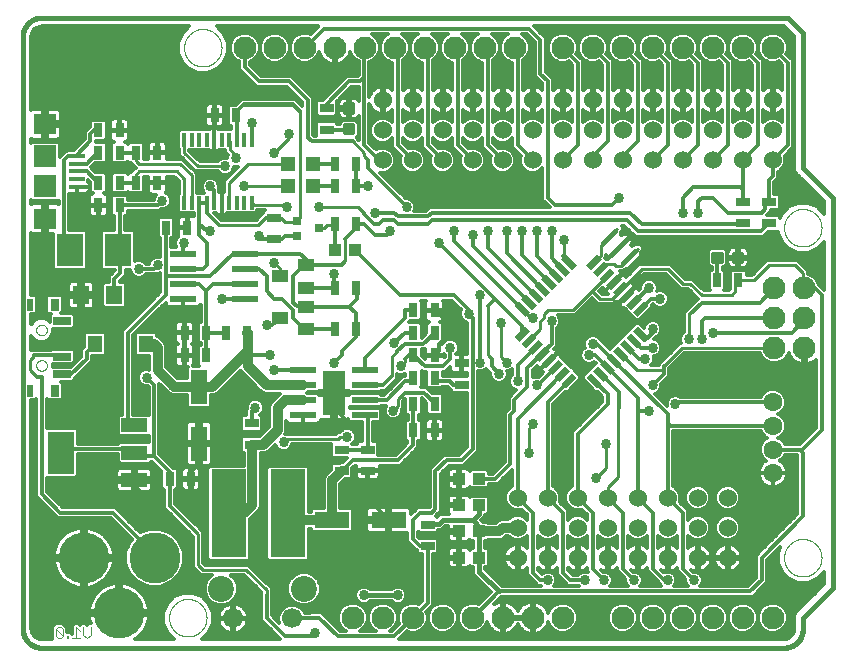
<source format=gtl>
G75*
%MOIN*%
%OFA0B0*%
%FSLAX25Y25*%
%IPPOS*%
%LPD*%
%AMOC8*
5,1,8,0,0,1.08239X$1,22.5*
%
%ADD10C,0.01600*%
%ADD11C,0.00400*%
%ADD12R,0.03150X0.04724*%
%ADD13R,0.04331X0.03937*%
%ADD14R,0.04724X0.03150*%
%ADD15R,0.05512X0.06299*%
%ADD16R,0.11811X0.05512*%
%ADD17R,0.05512X0.11811*%
%ADD18R,0.05000X0.05787*%
%ADD19C,0.01181*%
%ADD20R,0.09000X0.11000*%
%ADD21R,0.08661X0.02362*%
%ADD22C,0.06000*%
%ADD23C,0.17000*%
%ADD24R,0.05512X0.01378*%
%ADD25R,0.07480X0.07087*%
%ADD26R,0.07480X0.07480*%
%ADD27C,0.06299*%
%ADD28C,0.00000*%
%ADD29C,0.07600*%
%ADD30R,0.11811X0.29528*%
%ADD31R,0.04724X0.04724*%
%ADD32R,0.02756X0.02756*%
%ADD33R,0.05512X0.03937*%
%ADD34R,0.05906X0.02756*%
%ADD35R,0.02362X0.03937*%
%ADD36R,0.03150X0.03937*%
%ADD37C,0.08661*%
%ADD38C,0.06693*%
%ADD39R,0.07600X0.15000*%
%ADD40R,0.01500X0.04500*%
%ADD41R,0.08800X0.04800*%
%ADD42R,0.08661X0.14173*%
%ADD43R,0.05000X0.02200*%
%ADD44R,0.02200X0.05000*%
%ADD45C,0.01772*%
%ADD46C,0.01000*%
%ADD47C,0.03369*%
%ADD48C,0.01200*%
%ADD49C,0.03200*%
D10*
X0015000Y0012809D02*
X0015000Y0210309D01*
X0015002Y0210465D01*
X0015008Y0210621D01*
X0015017Y0210776D01*
X0015031Y0210931D01*
X0015049Y0211086D01*
X0015070Y0211241D01*
X0015095Y0211394D01*
X0015124Y0211547D01*
X0015157Y0211700D01*
X0015193Y0211851D01*
X0015234Y0212002D01*
X0015278Y0212151D01*
X0015325Y0212300D01*
X0015377Y0212447D01*
X0015432Y0212592D01*
X0015491Y0212737D01*
X0015553Y0212880D01*
X0015619Y0213021D01*
X0015688Y0213160D01*
X0015761Y0213298D01*
X0015837Y0213434D01*
X0015917Y0213568D01*
X0016000Y0213700D01*
X0016086Y0213830D01*
X0016175Y0213957D01*
X0016268Y0214083D01*
X0016364Y0214206D01*
X0016462Y0214326D01*
X0016564Y0214445D01*
X0016668Y0214560D01*
X0016776Y0214673D01*
X0016886Y0214783D01*
X0016999Y0214891D01*
X0017114Y0214995D01*
X0017233Y0215097D01*
X0017353Y0215195D01*
X0017476Y0215291D01*
X0017602Y0215384D01*
X0017729Y0215473D01*
X0017859Y0215559D01*
X0017991Y0215642D01*
X0018125Y0215722D01*
X0018261Y0215798D01*
X0018399Y0215871D01*
X0018538Y0215940D01*
X0018679Y0216006D01*
X0018822Y0216068D01*
X0018967Y0216127D01*
X0019112Y0216182D01*
X0019259Y0216234D01*
X0019408Y0216281D01*
X0019557Y0216325D01*
X0019708Y0216366D01*
X0019859Y0216402D01*
X0020012Y0216435D01*
X0020165Y0216464D01*
X0020318Y0216489D01*
X0020473Y0216510D01*
X0020628Y0216528D01*
X0020783Y0216542D01*
X0020938Y0216551D01*
X0021094Y0216557D01*
X0021250Y0216559D01*
X0270000Y0216559D01*
X0275000Y0211559D01*
X0275000Y0166559D01*
X0285000Y0156559D01*
X0285000Y0026559D01*
X0275000Y0016559D01*
X0275000Y0012809D01*
X0274998Y0012653D01*
X0274992Y0012497D01*
X0274983Y0012342D01*
X0274969Y0012187D01*
X0274951Y0012032D01*
X0274930Y0011877D01*
X0274905Y0011724D01*
X0274876Y0011571D01*
X0274843Y0011418D01*
X0274807Y0011267D01*
X0274766Y0011116D01*
X0274722Y0010967D01*
X0274675Y0010818D01*
X0274623Y0010671D01*
X0274568Y0010526D01*
X0274509Y0010381D01*
X0274447Y0010238D01*
X0274381Y0010097D01*
X0274312Y0009958D01*
X0274239Y0009820D01*
X0274163Y0009684D01*
X0274083Y0009550D01*
X0274000Y0009418D01*
X0273914Y0009288D01*
X0273825Y0009161D01*
X0273732Y0009035D01*
X0273636Y0008912D01*
X0273538Y0008792D01*
X0273436Y0008673D01*
X0273332Y0008558D01*
X0273224Y0008445D01*
X0273114Y0008335D01*
X0273001Y0008227D01*
X0272886Y0008123D01*
X0272767Y0008021D01*
X0272647Y0007923D01*
X0272524Y0007827D01*
X0272398Y0007734D01*
X0272271Y0007645D01*
X0272141Y0007559D01*
X0272009Y0007476D01*
X0271875Y0007396D01*
X0271739Y0007320D01*
X0271601Y0007247D01*
X0271462Y0007178D01*
X0271321Y0007112D01*
X0271178Y0007050D01*
X0271033Y0006991D01*
X0270888Y0006936D01*
X0270741Y0006884D01*
X0270592Y0006837D01*
X0270443Y0006793D01*
X0270292Y0006752D01*
X0270141Y0006716D01*
X0269988Y0006683D01*
X0269835Y0006654D01*
X0269682Y0006629D01*
X0269527Y0006608D01*
X0269372Y0006590D01*
X0269217Y0006576D01*
X0269062Y0006567D01*
X0268906Y0006561D01*
X0268750Y0006559D01*
X0021250Y0006559D01*
X0021094Y0006561D01*
X0020938Y0006567D01*
X0020783Y0006576D01*
X0020628Y0006590D01*
X0020473Y0006608D01*
X0020318Y0006629D01*
X0020165Y0006654D01*
X0020012Y0006683D01*
X0019859Y0006716D01*
X0019708Y0006752D01*
X0019557Y0006793D01*
X0019408Y0006837D01*
X0019259Y0006884D01*
X0019112Y0006936D01*
X0018967Y0006991D01*
X0018822Y0007050D01*
X0018679Y0007112D01*
X0018538Y0007178D01*
X0018399Y0007247D01*
X0018261Y0007320D01*
X0018125Y0007396D01*
X0017991Y0007476D01*
X0017859Y0007559D01*
X0017729Y0007645D01*
X0017602Y0007734D01*
X0017476Y0007827D01*
X0017353Y0007923D01*
X0017233Y0008021D01*
X0017114Y0008123D01*
X0016999Y0008227D01*
X0016886Y0008335D01*
X0016776Y0008445D01*
X0016668Y0008558D01*
X0016564Y0008673D01*
X0016462Y0008792D01*
X0016364Y0008912D01*
X0016268Y0009035D01*
X0016175Y0009161D01*
X0016086Y0009288D01*
X0016000Y0009418D01*
X0015917Y0009550D01*
X0015837Y0009684D01*
X0015761Y0009820D01*
X0015688Y0009958D01*
X0015619Y0010097D01*
X0015553Y0010238D01*
X0015491Y0010381D01*
X0015432Y0010526D01*
X0015377Y0010671D01*
X0015325Y0010818D01*
X0015278Y0010967D01*
X0015234Y0011116D01*
X0015193Y0011267D01*
X0015157Y0011418D01*
X0015124Y0011571D01*
X0015095Y0011724D01*
X0015070Y0011877D01*
X0015049Y0012032D01*
X0015031Y0012187D01*
X0015017Y0012342D01*
X0015008Y0012497D01*
X0015002Y0012653D01*
X0015000Y0012809D01*
X0053750Y0070309D02*
X0053750Y0071559D01*
X0052200Y0071559D01*
X0128750Y0024059D02*
X0140000Y0024059D01*
X0167096Y0031962D02*
X0173750Y0025309D01*
X0167096Y0031962D02*
X0167096Y0036559D01*
X0167096Y0045309D01*
X0167096Y0046962D01*
X0165000Y0049059D01*
X0167096Y0051155D01*
X0167096Y0054059D01*
X0165000Y0049059D02*
X0155000Y0049059D01*
X0153750Y0047809D01*
X0150207Y0047809D01*
X0150000Y0047602D01*
D11*
X0037595Y0013354D02*
X0037595Y0010952D01*
X0036394Y0009751D01*
X0035193Y0010952D01*
X0035193Y0013354D01*
X0033912Y0012153D02*
X0032711Y0013354D01*
X0032711Y0009751D01*
X0033912Y0009751D02*
X0031510Y0009751D01*
X0030229Y0009751D02*
X0029628Y0009751D01*
X0029628Y0010351D01*
X0030229Y0010351D01*
X0030229Y0009751D01*
X0028387Y0010351D02*
X0028387Y0012753D01*
X0027787Y0013354D01*
X0026586Y0013354D01*
X0025985Y0012753D01*
X0028387Y0010351D01*
X0027787Y0009751D01*
X0026586Y0009751D01*
X0025985Y0010351D01*
X0025985Y0012753D01*
D12*
X0063957Y0062809D03*
X0071043Y0062809D03*
X0068957Y0104059D03*
X0076043Y0104059D03*
X0076043Y0111559D03*
X0082707Y0111559D03*
X0089793Y0111559D03*
X0068957Y0111559D03*
X0069793Y0146559D03*
X0062707Y0146559D03*
X0047293Y0154059D03*
X0040207Y0154059D03*
X0040207Y0161559D03*
X0047293Y0161559D03*
X0052707Y0161559D03*
X0059793Y0161559D03*
X0059793Y0171559D03*
X0052707Y0171559D03*
X0047293Y0171559D03*
X0040207Y0171559D03*
X0040207Y0179059D03*
X0047293Y0179059D03*
X0078957Y0184059D03*
X0086043Y0184059D03*
X0118957Y0167809D03*
X0126043Y0167809D03*
X0126043Y0160309D03*
X0118957Y0160309D03*
X0118957Y0147809D03*
X0126043Y0147809D03*
X0126043Y0126559D03*
X0118957Y0126559D03*
X0118957Y0112809D03*
X0126043Y0112809D03*
X0145207Y0111559D03*
X0152293Y0111559D03*
X0152293Y0119059D03*
X0145207Y0119059D03*
X0145207Y0104059D03*
X0152293Y0104059D03*
X0152293Y0096559D03*
X0145207Y0096559D03*
X0145207Y0087809D03*
X0152293Y0087809D03*
X0152293Y0079059D03*
X0145207Y0079059D03*
X0246457Y0129059D03*
X0253543Y0129059D03*
D13*
X0167096Y0062809D03*
X0160404Y0062809D03*
X0160404Y0054059D03*
X0167096Y0054059D03*
X0167096Y0045309D03*
X0160404Y0045309D03*
X0160404Y0036559D03*
X0167096Y0036559D03*
X0125846Y0139059D03*
X0119154Y0139059D03*
D14*
X0098750Y0142765D03*
X0098750Y0149852D03*
X0116250Y0179265D03*
X0116250Y0186352D03*
X0161250Y0101352D03*
X0161250Y0094265D03*
X0130000Y0072602D03*
X0130000Y0065515D03*
X0121250Y0065515D03*
X0121250Y0072602D03*
X0091250Y0074265D03*
X0091250Y0081352D03*
X0150000Y0047602D03*
X0150000Y0040515D03*
X0255000Y0148015D03*
X0263750Y0148015D03*
X0263750Y0155102D03*
X0255000Y0155102D03*
D15*
X0045512Y0124059D03*
X0034488Y0124059D03*
D16*
X0118051Y0049059D03*
X0136949Y0049059D03*
D17*
X0073750Y0074610D03*
X0073750Y0093507D03*
D18*
X0055965Y0107809D03*
X0039035Y0107809D03*
D19*
X0122372Y0177978D02*
X0125128Y0177978D01*
X0122372Y0177978D02*
X0122372Y0180734D01*
X0125128Y0180734D01*
X0125128Y0177978D01*
X0125128Y0179158D02*
X0122372Y0179158D01*
X0122372Y0180338D02*
X0125128Y0180338D01*
X0125128Y0184883D02*
X0122372Y0184883D01*
X0122372Y0187639D01*
X0125128Y0187639D01*
X0125128Y0184883D01*
X0125128Y0186063D02*
X0122372Y0186063D01*
X0122372Y0187243D02*
X0125128Y0187243D01*
X0245169Y0137937D02*
X0245169Y0135181D01*
X0245169Y0137937D02*
X0247925Y0137937D01*
X0247925Y0135181D01*
X0245169Y0135181D01*
X0245169Y0136361D02*
X0247925Y0136361D01*
X0247925Y0137541D02*
X0245169Y0137541D01*
X0252075Y0137937D02*
X0252075Y0135181D01*
X0252075Y0137937D02*
X0254831Y0137937D01*
X0254831Y0135181D01*
X0252075Y0135181D01*
X0252075Y0136361D02*
X0254831Y0136361D01*
X0254831Y0137541D02*
X0252075Y0137541D01*
D20*
X0046805Y0139059D03*
X0030695Y0139059D03*
D21*
X0068514Y0137809D03*
X0068514Y0132809D03*
X0068514Y0127809D03*
X0068514Y0122809D03*
X0088986Y0122809D03*
X0088986Y0127809D03*
X0088986Y0132809D03*
X0088986Y0137809D03*
X0108514Y0099059D03*
X0108514Y0094059D03*
X0108514Y0089059D03*
X0108514Y0084059D03*
X0128986Y0084059D03*
X0128986Y0089059D03*
X0128986Y0094059D03*
X0128986Y0099059D03*
D22*
X0180000Y0056559D03*
X0190000Y0056559D03*
X0200000Y0056559D03*
X0210000Y0056559D03*
X0220000Y0056559D03*
X0230000Y0056559D03*
X0240000Y0056559D03*
X0250000Y0056559D03*
X0250000Y0046559D03*
X0240000Y0046559D03*
X0230000Y0046559D03*
X0220000Y0046559D03*
X0210000Y0046559D03*
X0200000Y0046559D03*
X0190000Y0046559D03*
X0180000Y0046559D03*
X0180000Y0036559D03*
X0190000Y0036559D03*
X0200000Y0036559D03*
X0210000Y0036559D03*
X0220000Y0036559D03*
X0230000Y0036559D03*
X0240000Y0036559D03*
X0250000Y0036559D03*
X0245000Y0169059D03*
X0235000Y0169059D03*
X0225000Y0169059D03*
X0215000Y0169059D03*
X0205000Y0169059D03*
X0195000Y0169059D03*
X0185000Y0169059D03*
X0175000Y0169059D03*
X0165000Y0169059D03*
X0155000Y0169059D03*
X0145000Y0169059D03*
X0135000Y0169059D03*
X0135000Y0179059D03*
X0145000Y0179059D03*
X0145000Y0189059D03*
X0135000Y0189059D03*
X0155000Y0189059D03*
X0165000Y0189059D03*
X0175000Y0189059D03*
X0185000Y0189059D03*
X0195000Y0189059D03*
X0205000Y0189059D03*
X0215000Y0189059D03*
X0225000Y0189059D03*
X0235000Y0189059D03*
X0245000Y0189059D03*
X0255000Y0189059D03*
X0265000Y0189059D03*
X0265000Y0179059D03*
X0255000Y0179059D03*
X0245000Y0179059D03*
X0235000Y0179059D03*
X0225000Y0179059D03*
X0215000Y0179059D03*
X0205000Y0179059D03*
X0195000Y0179059D03*
X0185000Y0179059D03*
X0175000Y0179059D03*
X0165000Y0179059D03*
X0155000Y0179059D03*
X0255000Y0169059D03*
X0265000Y0169059D03*
D23*
X0058937Y0036559D03*
X0047126Y0018055D03*
X0035315Y0036559D03*
D24*
X0032933Y0160190D03*
X0032933Y0162749D03*
X0032933Y0165309D03*
X0032933Y0167868D03*
X0032933Y0170427D03*
D25*
X0022500Y0181057D03*
X0022500Y0149560D03*
D26*
X0022500Y0160309D03*
X0022500Y0170309D03*
D27*
X0265000Y0088370D03*
X0265000Y0080496D03*
X0265000Y0072622D03*
X0265000Y0064748D03*
D28*
X0268750Y0036559D02*
X0268752Y0036717D01*
X0268758Y0036874D01*
X0268768Y0037032D01*
X0268782Y0037189D01*
X0268800Y0037345D01*
X0268821Y0037502D01*
X0268847Y0037657D01*
X0268877Y0037812D01*
X0268910Y0037966D01*
X0268948Y0038119D01*
X0268989Y0038272D01*
X0269034Y0038423D01*
X0269083Y0038573D01*
X0269136Y0038721D01*
X0269192Y0038869D01*
X0269253Y0039014D01*
X0269316Y0039159D01*
X0269384Y0039301D01*
X0269455Y0039442D01*
X0269529Y0039581D01*
X0269607Y0039718D01*
X0269689Y0039853D01*
X0269773Y0039986D01*
X0269862Y0040117D01*
X0269953Y0040245D01*
X0270048Y0040372D01*
X0270145Y0040495D01*
X0270246Y0040617D01*
X0270350Y0040735D01*
X0270457Y0040851D01*
X0270567Y0040964D01*
X0270679Y0041075D01*
X0270795Y0041182D01*
X0270913Y0041287D01*
X0271033Y0041389D01*
X0271156Y0041487D01*
X0271282Y0041583D01*
X0271410Y0041675D01*
X0271540Y0041764D01*
X0271672Y0041850D01*
X0271807Y0041932D01*
X0271944Y0042011D01*
X0272082Y0042086D01*
X0272222Y0042158D01*
X0272365Y0042226D01*
X0272508Y0042291D01*
X0272654Y0042352D01*
X0272801Y0042409D01*
X0272949Y0042463D01*
X0273099Y0042513D01*
X0273249Y0042559D01*
X0273401Y0042601D01*
X0273554Y0042640D01*
X0273708Y0042674D01*
X0273863Y0042705D01*
X0274018Y0042731D01*
X0274174Y0042754D01*
X0274331Y0042773D01*
X0274488Y0042788D01*
X0274645Y0042799D01*
X0274803Y0042806D01*
X0274961Y0042809D01*
X0275118Y0042808D01*
X0275276Y0042803D01*
X0275433Y0042794D01*
X0275591Y0042781D01*
X0275747Y0042764D01*
X0275904Y0042743D01*
X0276059Y0042719D01*
X0276214Y0042690D01*
X0276369Y0042657D01*
X0276522Y0042621D01*
X0276675Y0042580D01*
X0276826Y0042536D01*
X0276976Y0042488D01*
X0277125Y0042437D01*
X0277273Y0042381D01*
X0277419Y0042322D01*
X0277564Y0042259D01*
X0277707Y0042192D01*
X0277848Y0042122D01*
X0277987Y0042049D01*
X0278125Y0041972D01*
X0278261Y0041891D01*
X0278394Y0041807D01*
X0278525Y0041720D01*
X0278654Y0041629D01*
X0278781Y0041535D01*
X0278906Y0041438D01*
X0279027Y0041338D01*
X0279147Y0041235D01*
X0279263Y0041129D01*
X0279377Y0041020D01*
X0279489Y0040908D01*
X0279597Y0040794D01*
X0279702Y0040676D01*
X0279805Y0040556D01*
X0279904Y0040434D01*
X0280000Y0040309D01*
X0280093Y0040181D01*
X0280183Y0040052D01*
X0280269Y0039920D01*
X0280353Y0039786D01*
X0280432Y0039650D01*
X0280509Y0039512D01*
X0280581Y0039372D01*
X0280650Y0039230D01*
X0280716Y0039087D01*
X0280778Y0038942D01*
X0280836Y0038795D01*
X0280891Y0038647D01*
X0280942Y0038498D01*
X0280989Y0038347D01*
X0281032Y0038196D01*
X0281071Y0038043D01*
X0281107Y0037889D01*
X0281138Y0037735D01*
X0281166Y0037580D01*
X0281190Y0037424D01*
X0281210Y0037267D01*
X0281226Y0037110D01*
X0281238Y0036953D01*
X0281246Y0036796D01*
X0281250Y0036638D01*
X0281250Y0036480D01*
X0281246Y0036322D01*
X0281238Y0036165D01*
X0281226Y0036008D01*
X0281210Y0035851D01*
X0281190Y0035694D01*
X0281166Y0035538D01*
X0281138Y0035383D01*
X0281107Y0035229D01*
X0281071Y0035075D01*
X0281032Y0034922D01*
X0280989Y0034771D01*
X0280942Y0034620D01*
X0280891Y0034471D01*
X0280836Y0034323D01*
X0280778Y0034176D01*
X0280716Y0034031D01*
X0280650Y0033888D01*
X0280581Y0033746D01*
X0280509Y0033606D01*
X0280432Y0033468D01*
X0280353Y0033332D01*
X0280269Y0033198D01*
X0280183Y0033066D01*
X0280093Y0032937D01*
X0280000Y0032809D01*
X0279904Y0032684D01*
X0279805Y0032562D01*
X0279702Y0032442D01*
X0279597Y0032324D01*
X0279489Y0032210D01*
X0279377Y0032098D01*
X0279263Y0031989D01*
X0279147Y0031883D01*
X0279027Y0031780D01*
X0278906Y0031680D01*
X0278781Y0031583D01*
X0278654Y0031489D01*
X0278525Y0031398D01*
X0278394Y0031311D01*
X0278261Y0031227D01*
X0278125Y0031146D01*
X0277987Y0031069D01*
X0277848Y0030996D01*
X0277707Y0030926D01*
X0277564Y0030859D01*
X0277419Y0030796D01*
X0277273Y0030737D01*
X0277125Y0030681D01*
X0276976Y0030630D01*
X0276826Y0030582D01*
X0276675Y0030538D01*
X0276522Y0030497D01*
X0276369Y0030461D01*
X0276214Y0030428D01*
X0276059Y0030399D01*
X0275904Y0030375D01*
X0275747Y0030354D01*
X0275591Y0030337D01*
X0275433Y0030324D01*
X0275276Y0030315D01*
X0275118Y0030310D01*
X0274961Y0030309D01*
X0274803Y0030312D01*
X0274645Y0030319D01*
X0274488Y0030330D01*
X0274331Y0030345D01*
X0274174Y0030364D01*
X0274018Y0030387D01*
X0273863Y0030413D01*
X0273708Y0030444D01*
X0273554Y0030478D01*
X0273401Y0030517D01*
X0273249Y0030559D01*
X0273099Y0030605D01*
X0272949Y0030655D01*
X0272801Y0030709D01*
X0272654Y0030766D01*
X0272508Y0030827D01*
X0272365Y0030892D01*
X0272222Y0030960D01*
X0272082Y0031032D01*
X0271944Y0031107D01*
X0271807Y0031186D01*
X0271672Y0031268D01*
X0271540Y0031354D01*
X0271410Y0031443D01*
X0271282Y0031535D01*
X0271156Y0031631D01*
X0271033Y0031729D01*
X0270913Y0031831D01*
X0270795Y0031936D01*
X0270679Y0032043D01*
X0270567Y0032154D01*
X0270457Y0032267D01*
X0270350Y0032383D01*
X0270246Y0032501D01*
X0270145Y0032623D01*
X0270048Y0032746D01*
X0269953Y0032873D01*
X0269862Y0033001D01*
X0269773Y0033132D01*
X0269689Y0033265D01*
X0269607Y0033400D01*
X0269529Y0033537D01*
X0269455Y0033676D01*
X0269384Y0033817D01*
X0269316Y0033959D01*
X0269253Y0034104D01*
X0269192Y0034249D01*
X0269136Y0034397D01*
X0269083Y0034545D01*
X0269034Y0034695D01*
X0268989Y0034846D01*
X0268948Y0034999D01*
X0268910Y0035152D01*
X0268877Y0035306D01*
X0268847Y0035461D01*
X0268821Y0035616D01*
X0268800Y0035773D01*
X0268782Y0035929D01*
X0268768Y0036086D01*
X0268758Y0036244D01*
X0268752Y0036401D01*
X0268750Y0036559D01*
X0268750Y0146559D02*
X0268752Y0146717D01*
X0268758Y0146874D01*
X0268768Y0147032D01*
X0268782Y0147189D01*
X0268800Y0147345D01*
X0268821Y0147502D01*
X0268847Y0147657D01*
X0268877Y0147812D01*
X0268910Y0147966D01*
X0268948Y0148119D01*
X0268989Y0148272D01*
X0269034Y0148423D01*
X0269083Y0148573D01*
X0269136Y0148721D01*
X0269192Y0148869D01*
X0269253Y0149014D01*
X0269316Y0149159D01*
X0269384Y0149301D01*
X0269455Y0149442D01*
X0269529Y0149581D01*
X0269607Y0149718D01*
X0269689Y0149853D01*
X0269773Y0149986D01*
X0269862Y0150117D01*
X0269953Y0150245D01*
X0270048Y0150372D01*
X0270145Y0150495D01*
X0270246Y0150617D01*
X0270350Y0150735D01*
X0270457Y0150851D01*
X0270567Y0150964D01*
X0270679Y0151075D01*
X0270795Y0151182D01*
X0270913Y0151287D01*
X0271033Y0151389D01*
X0271156Y0151487D01*
X0271282Y0151583D01*
X0271410Y0151675D01*
X0271540Y0151764D01*
X0271672Y0151850D01*
X0271807Y0151932D01*
X0271944Y0152011D01*
X0272082Y0152086D01*
X0272222Y0152158D01*
X0272365Y0152226D01*
X0272508Y0152291D01*
X0272654Y0152352D01*
X0272801Y0152409D01*
X0272949Y0152463D01*
X0273099Y0152513D01*
X0273249Y0152559D01*
X0273401Y0152601D01*
X0273554Y0152640D01*
X0273708Y0152674D01*
X0273863Y0152705D01*
X0274018Y0152731D01*
X0274174Y0152754D01*
X0274331Y0152773D01*
X0274488Y0152788D01*
X0274645Y0152799D01*
X0274803Y0152806D01*
X0274961Y0152809D01*
X0275118Y0152808D01*
X0275276Y0152803D01*
X0275433Y0152794D01*
X0275591Y0152781D01*
X0275747Y0152764D01*
X0275904Y0152743D01*
X0276059Y0152719D01*
X0276214Y0152690D01*
X0276369Y0152657D01*
X0276522Y0152621D01*
X0276675Y0152580D01*
X0276826Y0152536D01*
X0276976Y0152488D01*
X0277125Y0152437D01*
X0277273Y0152381D01*
X0277419Y0152322D01*
X0277564Y0152259D01*
X0277707Y0152192D01*
X0277848Y0152122D01*
X0277987Y0152049D01*
X0278125Y0151972D01*
X0278261Y0151891D01*
X0278394Y0151807D01*
X0278525Y0151720D01*
X0278654Y0151629D01*
X0278781Y0151535D01*
X0278906Y0151438D01*
X0279027Y0151338D01*
X0279147Y0151235D01*
X0279263Y0151129D01*
X0279377Y0151020D01*
X0279489Y0150908D01*
X0279597Y0150794D01*
X0279702Y0150676D01*
X0279805Y0150556D01*
X0279904Y0150434D01*
X0280000Y0150309D01*
X0280093Y0150181D01*
X0280183Y0150052D01*
X0280269Y0149920D01*
X0280353Y0149786D01*
X0280432Y0149650D01*
X0280509Y0149512D01*
X0280581Y0149372D01*
X0280650Y0149230D01*
X0280716Y0149087D01*
X0280778Y0148942D01*
X0280836Y0148795D01*
X0280891Y0148647D01*
X0280942Y0148498D01*
X0280989Y0148347D01*
X0281032Y0148196D01*
X0281071Y0148043D01*
X0281107Y0147889D01*
X0281138Y0147735D01*
X0281166Y0147580D01*
X0281190Y0147424D01*
X0281210Y0147267D01*
X0281226Y0147110D01*
X0281238Y0146953D01*
X0281246Y0146796D01*
X0281250Y0146638D01*
X0281250Y0146480D01*
X0281246Y0146322D01*
X0281238Y0146165D01*
X0281226Y0146008D01*
X0281210Y0145851D01*
X0281190Y0145694D01*
X0281166Y0145538D01*
X0281138Y0145383D01*
X0281107Y0145229D01*
X0281071Y0145075D01*
X0281032Y0144922D01*
X0280989Y0144771D01*
X0280942Y0144620D01*
X0280891Y0144471D01*
X0280836Y0144323D01*
X0280778Y0144176D01*
X0280716Y0144031D01*
X0280650Y0143888D01*
X0280581Y0143746D01*
X0280509Y0143606D01*
X0280432Y0143468D01*
X0280353Y0143332D01*
X0280269Y0143198D01*
X0280183Y0143066D01*
X0280093Y0142937D01*
X0280000Y0142809D01*
X0279904Y0142684D01*
X0279805Y0142562D01*
X0279702Y0142442D01*
X0279597Y0142324D01*
X0279489Y0142210D01*
X0279377Y0142098D01*
X0279263Y0141989D01*
X0279147Y0141883D01*
X0279027Y0141780D01*
X0278906Y0141680D01*
X0278781Y0141583D01*
X0278654Y0141489D01*
X0278525Y0141398D01*
X0278394Y0141311D01*
X0278261Y0141227D01*
X0278125Y0141146D01*
X0277987Y0141069D01*
X0277848Y0140996D01*
X0277707Y0140926D01*
X0277564Y0140859D01*
X0277419Y0140796D01*
X0277273Y0140737D01*
X0277125Y0140681D01*
X0276976Y0140630D01*
X0276826Y0140582D01*
X0276675Y0140538D01*
X0276522Y0140497D01*
X0276369Y0140461D01*
X0276214Y0140428D01*
X0276059Y0140399D01*
X0275904Y0140375D01*
X0275747Y0140354D01*
X0275591Y0140337D01*
X0275433Y0140324D01*
X0275276Y0140315D01*
X0275118Y0140310D01*
X0274961Y0140309D01*
X0274803Y0140312D01*
X0274645Y0140319D01*
X0274488Y0140330D01*
X0274331Y0140345D01*
X0274174Y0140364D01*
X0274018Y0140387D01*
X0273863Y0140413D01*
X0273708Y0140444D01*
X0273554Y0140478D01*
X0273401Y0140517D01*
X0273249Y0140559D01*
X0273099Y0140605D01*
X0272949Y0140655D01*
X0272801Y0140709D01*
X0272654Y0140766D01*
X0272508Y0140827D01*
X0272365Y0140892D01*
X0272222Y0140960D01*
X0272082Y0141032D01*
X0271944Y0141107D01*
X0271807Y0141186D01*
X0271672Y0141268D01*
X0271540Y0141354D01*
X0271410Y0141443D01*
X0271282Y0141535D01*
X0271156Y0141631D01*
X0271033Y0141729D01*
X0270913Y0141831D01*
X0270795Y0141936D01*
X0270679Y0142043D01*
X0270567Y0142154D01*
X0270457Y0142267D01*
X0270350Y0142383D01*
X0270246Y0142501D01*
X0270145Y0142623D01*
X0270048Y0142746D01*
X0269953Y0142873D01*
X0269862Y0143001D01*
X0269773Y0143132D01*
X0269689Y0143265D01*
X0269607Y0143400D01*
X0269529Y0143537D01*
X0269455Y0143676D01*
X0269384Y0143817D01*
X0269316Y0143959D01*
X0269253Y0144104D01*
X0269192Y0144249D01*
X0269136Y0144397D01*
X0269083Y0144545D01*
X0269034Y0144695D01*
X0268989Y0144846D01*
X0268948Y0144999D01*
X0268910Y0145152D01*
X0268877Y0145306D01*
X0268847Y0145461D01*
X0268821Y0145616D01*
X0268800Y0145773D01*
X0268782Y0145929D01*
X0268768Y0146086D01*
X0268758Y0146244D01*
X0268752Y0146401D01*
X0268750Y0146559D01*
X0068750Y0206559D02*
X0068752Y0206717D01*
X0068758Y0206874D01*
X0068768Y0207032D01*
X0068782Y0207189D01*
X0068800Y0207345D01*
X0068821Y0207502D01*
X0068847Y0207657D01*
X0068877Y0207812D01*
X0068910Y0207966D01*
X0068948Y0208119D01*
X0068989Y0208272D01*
X0069034Y0208423D01*
X0069083Y0208573D01*
X0069136Y0208721D01*
X0069192Y0208869D01*
X0069253Y0209014D01*
X0069316Y0209159D01*
X0069384Y0209301D01*
X0069455Y0209442D01*
X0069529Y0209581D01*
X0069607Y0209718D01*
X0069689Y0209853D01*
X0069773Y0209986D01*
X0069862Y0210117D01*
X0069953Y0210245D01*
X0070048Y0210372D01*
X0070145Y0210495D01*
X0070246Y0210617D01*
X0070350Y0210735D01*
X0070457Y0210851D01*
X0070567Y0210964D01*
X0070679Y0211075D01*
X0070795Y0211182D01*
X0070913Y0211287D01*
X0071033Y0211389D01*
X0071156Y0211487D01*
X0071282Y0211583D01*
X0071410Y0211675D01*
X0071540Y0211764D01*
X0071672Y0211850D01*
X0071807Y0211932D01*
X0071944Y0212011D01*
X0072082Y0212086D01*
X0072222Y0212158D01*
X0072365Y0212226D01*
X0072508Y0212291D01*
X0072654Y0212352D01*
X0072801Y0212409D01*
X0072949Y0212463D01*
X0073099Y0212513D01*
X0073249Y0212559D01*
X0073401Y0212601D01*
X0073554Y0212640D01*
X0073708Y0212674D01*
X0073863Y0212705D01*
X0074018Y0212731D01*
X0074174Y0212754D01*
X0074331Y0212773D01*
X0074488Y0212788D01*
X0074645Y0212799D01*
X0074803Y0212806D01*
X0074961Y0212809D01*
X0075118Y0212808D01*
X0075276Y0212803D01*
X0075433Y0212794D01*
X0075591Y0212781D01*
X0075747Y0212764D01*
X0075904Y0212743D01*
X0076059Y0212719D01*
X0076214Y0212690D01*
X0076369Y0212657D01*
X0076522Y0212621D01*
X0076675Y0212580D01*
X0076826Y0212536D01*
X0076976Y0212488D01*
X0077125Y0212437D01*
X0077273Y0212381D01*
X0077419Y0212322D01*
X0077564Y0212259D01*
X0077707Y0212192D01*
X0077848Y0212122D01*
X0077987Y0212049D01*
X0078125Y0211972D01*
X0078261Y0211891D01*
X0078394Y0211807D01*
X0078525Y0211720D01*
X0078654Y0211629D01*
X0078781Y0211535D01*
X0078906Y0211438D01*
X0079027Y0211338D01*
X0079147Y0211235D01*
X0079263Y0211129D01*
X0079377Y0211020D01*
X0079489Y0210908D01*
X0079597Y0210794D01*
X0079702Y0210676D01*
X0079805Y0210556D01*
X0079904Y0210434D01*
X0080000Y0210309D01*
X0080093Y0210181D01*
X0080183Y0210052D01*
X0080269Y0209920D01*
X0080353Y0209786D01*
X0080432Y0209650D01*
X0080509Y0209512D01*
X0080581Y0209372D01*
X0080650Y0209230D01*
X0080716Y0209087D01*
X0080778Y0208942D01*
X0080836Y0208795D01*
X0080891Y0208647D01*
X0080942Y0208498D01*
X0080989Y0208347D01*
X0081032Y0208196D01*
X0081071Y0208043D01*
X0081107Y0207889D01*
X0081138Y0207735D01*
X0081166Y0207580D01*
X0081190Y0207424D01*
X0081210Y0207267D01*
X0081226Y0207110D01*
X0081238Y0206953D01*
X0081246Y0206796D01*
X0081250Y0206638D01*
X0081250Y0206480D01*
X0081246Y0206322D01*
X0081238Y0206165D01*
X0081226Y0206008D01*
X0081210Y0205851D01*
X0081190Y0205694D01*
X0081166Y0205538D01*
X0081138Y0205383D01*
X0081107Y0205229D01*
X0081071Y0205075D01*
X0081032Y0204922D01*
X0080989Y0204771D01*
X0080942Y0204620D01*
X0080891Y0204471D01*
X0080836Y0204323D01*
X0080778Y0204176D01*
X0080716Y0204031D01*
X0080650Y0203888D01*
X0080581Y0203746D01*
X0080509Y0203606D01*
X0080432Y0203468D01*
X0080353Y0203332D01*
X0080269Y0203198D01*
X0080183Y0203066D01*
X0080093Y0202937D01*
X0080000Y0202809D01*
X0079904Y0202684D01*
X0079805Y0202562D01*
X0079702Y0202442D01*
X0079597Y0202324D01*
X0079489Y0202210D01*
X0079377Y0202098D01*
X0079263Y0201989D01*
X0079147Y0201883D01*
X0079027Y0201780D01*
X0078906Y0201680D01*
X0078781Y0201583D01*
X0078654Y0201489D01*
X0078525Y0201398D01*
X0078394Y0201311D01*
X0078261Y0201227D01*
X0078125Y0201146D01*
X0077987Y0201069D01*
X0077848Y0200996D01*
X0077707Y0200926D01*
X0077564Y0200859D01*
X0077419Y0200796D01*
X0077273Y0200737D01*
X0077125Y0200681D01*
X0076976Y0200630D01*
X0076826Y0200582D01*
X0076675Y0200538D01*
X0076522Y0200497D01*
X0076369Y0200461D01*
X0076214Y0200428D01*
X0076059Y0200399D01*
X0075904Y0200375D01*
X0075747Y0200354D01*
X0075591Y0200337D01*
X0075433Y0200324D01*
X0075276Y0200315D01*
X0075118Y0200310D01*
X0074961Y0200309D01*
X0074803Y0200312D01*
X0074645Y0200319D01*
X0074488Y0200330D01*
X0074331Y0200345D01*
X0074174Y0200364D01*
X0074018Y0200387D01*
X0073863Y0200413D01*
X0073708Y0200444D01*
X0073554Y0200478D01*
X0073401Y0200517D01*
X0073249Y0200559D01*
X0073099Y0200605D01*
X0072949Y0200655D01*
X0072801Y0200709D01*
X0072654Y0200766D01*
X0072508Y0200827D01*
X0072365Y0200892D01*
X0072222Y0200960D01*
X0072082Y0201032D01*
X0071944Y0201107D01*
X0071807Y0201186D01*
X0071672Y0201268D01*
X0071540Y0201354D01*
X0071410Y0201443D01*
X0071282Y0201535D01*
X0071156Y0201631D01*
X0071033Y0201729D01*
X0070913Y0201831D01*
X0070795Y0201936D01*
X0070679Y0202043D01*
X0070567Y0202154D01*
X0070457Y0202267D01*
X0070350Y0202383D01*
X0070246Y0202501D01*
X0070145Y0202623D01*
X0070048Y0202746D01*
X0069953Y0202873D01*
X0069862Y0203001D01*
X0069773Y0203132D01*
X0069689Y0203265D01*
X0069607Y0203400D01*
X0069529Y0203537D01*
X0069455Y0203676D01*
X0069384Y0203817D01*
X0069316Y0203959D01*
X0069253Y0204104D01*
X0069192Y0204249D01*
X0069136Y0204397D01*
X0069083Y0204545D01*
X0069034Y0204695D01*
X0068989Y0204846D01*
X0068948Y0204999D01*
X0068910Y0205152D01*
X0068877Y0205306D01*
X0068847Y0205461D01*
X0068821Y0205616D01*
X0068800Y0205773D01*
X0068782Y0205929D01*
X0068768Y0206086D01*
X0068758Y0206244D01*
X0068752Y0206401D01*
X0068750Y0206559D01*
X0019478Y0112464D02*
X0019480Y0112548D01*
X0019486Y0112631D01*
X0019496Y0112714D01*
X0019510Y0112797D01*
X0019527Y0112879D01*
X0019549Y0112960D01*
X0019574Y0113039D01*
X0019603Y0113118D01*
X0019636Y0113195D01*
X0019672Y0113270D01*
X0019712Y0113344D01*
X0019755Y0113416D01*
X0019802Y0113485D01*
X0019852Y0113552D01*
X0019905Y0113617D01*
X0019961Y0113679D01*
X0020019Y0113739D01*
X0020081Y0113796D01*
X0020145Y0113849D01*
X0020212Y0113900D01*
X0020281Y0113947D01*
X0020352Y0113992D01*
X0020425Y0114032D01*
X0020500Y0114069D01*
X0020577Y0114103D01*
X0020655Y0114133D01*
X0020734Y0114159D01*
X0020815Y0114182D01*
X0020897Y0114200D01*
X0020979Y0114215D01*
X0021062Y0114226D01*
X0021145Y0114233D01*
X0021229Y0114236D01*
X0021313Y0114235D01*
X0021396Y0114230D01*
X0021480Y0114221D01*
X0021562Y0114208D01*
X0021644Y0114192D01*
X0021725Y0114171D01*
X0021806Y0114147D01*
X0021884Y0114119D01*
X0021962Y0114087D01*
X0022038Y0114051D01*
X0022112Y0114012D01*
X0022184Y0113970D01*
X0022254Y0113924D01*
X0022322Y0113875D01*
X0022387Y0113823D01*
X0022450Y0113768D01*
X0022510Y0113710D01*
X0022568Y0113649D01*
X0022622Y0113585D01*
X0022674Y0113519D01*
X0022722Y0113451D01*
X0022767Y0113380D01*
X0022808Y0113307D01*
X0022847Y0113233D01*
X0022881Y0113157D01*
X0022912Y0113079D01*
X0022939Y0113000D01*
X0022963Y0112919D01*
X0022982Y0112838D01*
X0022998Y0112756D01*
X0023010Y0112673D01*
X0023018Y0112589D01*
X0023022Y0112506D01*
X0023022Y0112422D01*
X0023018Y0112339D01*
X0023010Y0112255D01*
X0022998Y0112172D01*
X0022982Y0112090D01*
X0022963Y0112009D01*
X0022939Y0111928D01*
X0022912Y0111849D01*
X0022881Y0111771D01*
X0022847Y0111695D01*
X0022808Y0111621D01*
X0022767Y0111548D01*
X0022722Y0111477D01*
X0022674Y0111409D01*
X0022622Y0111343D01*
X0022568Y0111279D01*
X0022510Y0111218D01*
X0022450Y0111160D01*
X0022387Y0111105D01*
X0022322Y0111053D01*
X0022254Y0111004D01*
X0022184Y0110958D01*
X0022112Y0110916D01*
X0022038Y0110877D01*
X0021962Y0110841D01*
X0021884Y0110809D01*
X0021806Y0110781D01*
X0021725Y0110757D01*
X0021644Y0110736D01*
X0021562Y0110720D01*
X0021480Y0110707D01*
X0021396Y0110698D01*
X0021313Y0110693D01*
X0021229Y0110692D01*
X0021145Y0110695D01*
X0021062Y0110702D01*
X0020979Y0110713D01*
X0020897Y0110728D01*
X0020815Y0110746D01*
X0020734Y0110769D01*
X0020655Y0110795D01*
X0020577Y0110825D01*
X0020500Y0110859D01*
X0020425Y0110896D01*
X0020352Y0110936D01*
X0020281Y0110981D01*
X0020212Y0111028D01*
X0020145Y0111079D01*
X0020081Y0111132D01*
X0020019Y0111189D01*
X0019961Y0111249D01*
X0019905Y0111311D01*
X0019852Y0111376D01*
X0019802Y0111443D01*
X0019755Y0111512D01*
X0019712Y0111584D01*
X0019672Y0111658D01*
X0019636Y0111733D01*
X0019603Y0111810D01*
X0019574Y0111889D01*
X0019549Y0111968D01*
X0019527Y0112049D01*
X0019510Y0112131D01*
X0019496Y0112214D01*
X0019486Y0112297D01*
X0019480Y0112380D01*
X0019478Y0112464D01*
X0019478Y0100653D02*
X0019480Y0100737D01*
X0019486Y0100820D01*
X0019496Y0100903D01*
X0019510Y0100986D01*
X0019527Y0101068D01*
X0019549Y0101149D01*
X0019574Y0101228D01*
X0019603Y0101307D01*
X0019636Y0101384D01*
X0019672Y0101459D01*
X0019712Y0101533D01*
X0019755Y0101605D01*
X0019802Y0101674D01*
X0019852Y0101741D01*
X0019905Y0101806D01*
X0019961Y0101868D01*
X0020019Y0101928D01*
X0020081Y0101985D01*
X0020145Y0102038D01*
X0020212Y0102089D01*
X0020281Y0102136D01*
X0020352Y0102181D01*
X0020425Y0102221D01*
X0020500Y0102258D01*
X0020577Y0102292D01*
X0020655Y0102322D01*
X0020734Y0102348D01*
X0020815Y0102371D01*
X0020897Y0102389D01*
X0020979Y0102404D01*
X0021062Y0102415D01*
X0021145Y0102422D01*
X0021229Y0102425D01*
X0021313Y0102424D01*
X0021396Y0102419D01*
X0021480Y0102410D01*
X0021562Y0102397D01*
X0021644Y0102381D01*
X0021725Y0102360D01*
X0021806Y0102336D01*
X0021884Y0102308D01*
X0021962Y0102276D01*
X0022038Y0102240D01*
X0022112Y0102201D01*
X0022184Y0102159D01*
X0022254Y0102113D01*
X0022322Y0102064D01*
X0022387Y0102012D01*
X0022450Y0101957D01*
X0022510Y0101899D01*
X0022568Y0101838D01*
X0022622Y0101774D01*
X0022674Y0101708D01*
X0022722Y0101640D01*
X0022767Y0101569D01*
X0022808Y0101496D01*
X0022847Y0101422D01*
X0022881Y0101346D01*
X0022912Y0101268D01*
X0022939Y0101189D01*
X0022963Y0101108D01*
X0022982Y0101027D01*
X0022998Y0100945D01*
X0023010Y0100862D01*
X0023018Y0100778D01*
X0023022Y0100695D01*
X0023022Y0100611D01*
X0023018Y0100528D01*
X0023010Y0100444D01*
X0022998Y0100361D01*
X0022982Y0100279D01*
X0022963Y0100198D01*
X0022939Y0100117D01*
X0022912Y0100038D01*
X0022881Y0099960D01*
X0022847Y0099884D01*
X0022808Y0099810D01*
X0022767Y0099737D01*
X0022722Y0099666D01*
X0022674Y0099598D01*
X0022622Y0099532D01*
X0022568Y0099468D01*
X0022510Y0099407D01*
X0022450Y0099349D01*
X0022387Y0099294D01*
X0022322Y0099242D01*
X0022254Y0099193D01*
X0022184Y0099147D01*
X0022112Y0099105D01*
X0022038Y0099066D01*
X0021962Y0099030D01*
X0021884Y0098998D01*
X0021806Y0098970D01*
X0021725Y0098946D01*
X0021644Y0098925D01*
X0021562Y0098909D01*
X0021480Y0098896D01*
X0021396Y0098887D01*
X0021313Y0098882D01*
X0021229Y0098881D01*
X0021145Y0098884D01*
X0021062Y0098891D01*
X0020979Y0098902D01*
X0020897Y0098917D01*
X0020815Y0098935D01*
X0020734Y0098958D01*
X0020655Y0098984D01*
X0020577Y0099014D01*
X0020500Y0099048D01*
X0020425Y0099085D01*
X0020352Y0099125D01*
X0020281Y0099170D01*
X0020212Y0099217D01*
X0020145Y0099268D01*
X0020081Y0099321D01*
X0020019Y0099378D01*
X0019961Y0099438D01*
X0019905Y0099500D01*
X0019852Y0099565D01*
X0019802Y0099632D01*
X0019755Y0099701D01*
X0019712Y0099773D01*
X0019672Y0099847D01*
X0019636Y0099922D01*
X0019603Y0099999D01*
X0019574Y0100078D01*
X0019549Y0100157D01*
X0019527Y0100238D01*
X0019510Y0100320D01*
X0019496Y0100403D01*
X0019486Y0100486D01*
X0019480Y0100569D01*
X0019478Y0100653D01*
X0063750Y0016559D02*
X0063752Y0016717D01*
X0063758Y0016874D01*
X0063768Y0017032D01*
X0063782Y0017189D01*
X0063800Y0017345D01*
X0063821Y0017502D01*
X0063847Y0017657D01*
X0063877Y0017812D01*
X0063910Y0017966D01*
X0063948Y0018119D01*
X0063989Y0018272D01*
X0064034Y0018423D01*
X0064083Y0018573D01*
X0064136Y0018721D01*
X0064192Y0018869D01*
X0064253Y0019014D01*
X0064316Y0019159D01*
X0064384Y0019301D01*
X0064455Y0019442D01*
X0064529Y0019581D01*
X0064607Y0019718D01*
X0064689Y0019853D01*
X0064773Y0019986D01*
X0064862Y0020117D01*
X0064953Y0020245D01*
X0065048Y0020372D01*
X0065145Y0020495D01*
X0065246Y0020617D01*
X0065350Y0020735D01*
X0065457Y0020851D01*
X0065567Y0020964D01*
X0065679Y0021075D01*
X0065795Y0021182D01*
X0065913Y0021287D01*
X0066033Y0021389D01*
X0066156Y0021487D01*
X0066282Y0021583D01*
X0066410Y0021675D01*
X0066540Y0021764D01*
X0066672Y0021850D01*
X0066807Y0021932D01*
X0066944Y0022011D01*
X0067082Y0022086D01*
X0067222Y0022158D01*
X0067365Y0022226D01*
X0067508Y0022291D01*
X0067654Y0022352D01*
X0067801Y0022409D01*
X0067949Y0022463D01*
X0068099Y0022513D01*
X0068249Y0022559D01*
X0068401Y0022601D01*
X0068554Y0022640D01*
X0068708Y0022674D01*
X0068863Y0022705D01*
X0069018Y0022731D01*
X0069174Y0022754D01*
X0069331Y0022773D01*
X0069488Y0022788D01*
X0069645Y0022799D01*
X0069803Y0022806D01*
X0069961Y0022809D01*
X0070118Y0022808D01*
X0070276Y0022803D01*
X0070433Y0022794D01*
X0070591Y0022781D01*
X0070747Y0022764D01*
X0070904Y0022743D01*
X0071059Y0022719D01*
X0071214Y0022690D01*
X0071369Y0022657D01*
X0071522Y0022621D01*
X0071675Y0022580D01*
X0071826Y0022536D01*
X0071976Y0022488D01*
X0072125Y0022437D01*
X0072273Y0022381D01*
X0072419Y0022322D01*
X0072564Y0022259D01*
X0072707Y0022192D01*
X0072848Y0022122D01*
X0072987Y0022049D01*
X0073125Y0021972D01*
X0073261Y0021891D01*
X0073394Y0021807D01*
X0073525Y0021720D01*
X0073654Y0021629D01*
X0073781Y0021535D01*
X0073906Y0021438D01*
X0074027Y0021338D01*
X0074147Y0021235D01*
X0074263Y0021129D01*
X0074377Y0021020D01*
X0074489Y0020908D01*
X0074597Y0020794D01*
X0074702Y0020676D01*
X0074805Y0020556D01*
X0074904Y0020434D01*
X0075000Y0020309D01*
X0075093Y0020181D01*
X0075183Y0020052D01*
X0075269Y0019920D01*
X0075353Y0019786D01*
X0075432Y0019650D01*
X0075509Y0019512D01*
X0075581Y0019372D01*
X0075650Y0019230D01*
X0075716Y0019087D01*
X0075778Y0018942D01*
X0075836Y0018795D01*
X0075891Y0018647D01*
X0075942Y0018498D01*
X0075989Y0018347D01*
X0076032Y0018196D01*
X0076071Y0018043D01*
X0076107Y0017889D01*
X0076138Y0017735D01*
X0076166Y0017580D01*
X0076190Y0017424D01*
X0076210Y0017267D01*
X0076226Y0017110D01*
X0076238Y0016953D01*
X0076246Y0016796D01*
X0076250Y0016638D01*
X0076250Y0016480D01*
X0076246Y0016322D01*
X0076238Y0016165D01*
X0076226Y0016008D01*
X0076210Y0015851D01*
X0076190Y0015694D01*
X0076166Y0015538D01*
X0076138Y0015383D01*
X0076107Y0015229D01*
X0076071Y0015075D01*
X0076032Y0014922D01*
X0075989Y0014771D01*
X0075942Y0014620D01*
X0075891Y0014471D01*
X0075836Y0014323D01*
X0075778Y0014176D01*
X0075716Y0014031D01*
X0075650Y0013888D01*
X0075581Y0013746D01*
X0075509Y0013606D01*
X0075432Y0013468D01*
X0075353Y0013332D01*
X0075269Y0013198D01*
X0075183Y0013066D01*
X0075093Y0012937D01*
X0075000Y0012809D01*
X0074904Y0012684D01*
X0074805Y0012562D01*
X0074702Y0012442D01*
X0074597Y0012324D01*
X0074489Y0012210D01*
X0074377Y0012098D01*
X0074263Y0011989D01*
X0074147Y0011883D01*
X0074027Y0011780D01*
X0073906Y0011680D01*
X0073781Y0011583D01*
X0073654Y0011489D01*
X0073525Y0011398D01*
X0073394Y0011311D01*
X0073261Y0011227D01*
X0073125Y0011146D01*
X0072987Y0011069D01*
X0072848Y0010996D01*
X0072707Y0010926D01*
X0072564Y0010859D01*
X0072419Y0010796D01*
X0072273Y0010737D01*
X0072125Y0010681D01*
X0071976Y0010630D01*
X0071826Y0010582D01*
X0071675Y0010538D01*
X0071522Y0010497D01*
X0071369Y0010461D01*
X0071214Y0010428D01*
X0071059Y0010399D01*
X0070904Y0010375D01*
X0070747Y0010354D01*
X0070591Y0010337D01*
X0070433Y0010324D01*
X0070276Y0010315D01*
X0070118Y0010310D01*
X0069961Y0010309D01*
X0069803Y0010312D01*
X0069645Y0010319D01*
X0069488Y0010330D01*
X0069331Y0010345D01*
X0069174Y0010364D01*
X0069018Y0010387D01*
X0068863Y0010413D01*
X0068708Y0010444D01*
X0068554Y0010478D01*
X0068401Y0010517D01*
X0068249Y0010559D01*
X0068099Y0010605D01*
X0067949Y0010655D01*
X0067801Y0010709D01*
X0067654Y0010766D01*
X0067508Y0010827D01*
X0067365Y0010892D01*
X0067222Y0010960D01*
X0067082Y0011032D01*
X0066944Y0011107D01*
X0066807Y0011186D01*
X0066672Y0011268D01*
X0066540Y0011354D01*
X0066410Y0011443D01*
X0066282Y0011535D01*
X0066156Y0011631D01*
X0066033Y0011729D01*
X0065913Y0011831D01*
X0065795Y0011936D01*
X0065679Y0012043D01*
X0065567Y0012154D01*
X0065457Y0012267D01*
X0065350Y0012383D01*
X0065246Y0012501D01*
X0065145Y0012623D01*
X0065048Y0012746D01*
X0064953Y0012873D01*
X0064862Y0013001D01*
X0064773Y0013132D01*
X0064689Y0013265D01*
X0064607Y0013400D01*
X0064529Y0013537D01*
X0064455Y0013676D01*
X0064384Y0013817D01*
X0064316Y0013959D01*
X0064253Y0014104D01*
X0064192Y0014249D01*
X0064136Y0014397D01*
X0064083Y0014545D01*
X0064034Y0014695D01*
X0063989Y0014846D01*
X0063948Y0014999D01*
X0063910Y0015152D01*
X0063877Y0015306D01*
X0063847Y0015461D01*
X0063821Y0015616D01*
X0063800Y0015773D01*
X0063782Y0015929D01*
X0063768Y0016086D01*
X0063758Y0016244D01*
X0063752Y0016401D01*
X0063750Y0016559D01*
D29*
X0125000Y0016559D03*
X0135000Y0016559D03*
X0145000Y0016559D03*
X0155000Y0016559D03*
X0165000Y0016559D03*
X0175000Y0016559D03*
X0185000Y0016559D03*
X0195000Y0016559D03*
X0215000Y0016559D03*
X0225000Y0016559D03*
X0235000Y0016559D03*
X0245000Y0016559D03*
X0255000Y0016559D03*
X0265000Y0016559D03*
X0265551Y0106362D03*
X0275551Y0106362D03*
X0275551Y0116362D03*
X0275551Y0126362D03*
X0265551Y0126362D03*
X0265551Y0116362D03*
X0265000Y0206559D03*
X0255000Y0206559D03*
X0245000Y0206559D03*
X0235000Y0206559D03*
X0225000Y0206559D03*
X0215000Y0206559D03*
X0205000Y0206559D03*
X0195000Y0206559D03*
X0179000Y0206559D03*
X0169000Y0206559D03*
X0159000Y0206559D03*
X0149000Y0206559D03*
X0139000Y0206559D03*
X0129000Y0206559D03*
X0119000Y0206559D03*
X0109000Y0206559D03*
X0099000Y0206559D03*
X0089000Y0206559D03*
D30*
X0083657Y0051309D03*
X0103343Y0051309D03*
D31*
X0103366Y0160309D03*
X0103366Y0167809D03*
X0111634Y0167809D03*
X0111634Y0160309D03*
D32*
X0106358Y0148868D03*
X0106358Y0143749D03*
X0113642Y0146309D03*
D33*
X0109331Y0134049D03*
X0100669Y0130309D03*
X0109331Y0126568D03*
X0109331Y0120299D03*
X0100669Y0116559D03*
X0109331Y0112818D03*
D34*
X0028140Y0115417D03*
X0028140Y0103606D03*
X0028140Y0097700D03*
D35*
X0017313Y0092188D03*
X0017313Y0120929D03*
D36*
X0025581Y0120929D03*
X0025581Y0092188D03*
D37*
X0081157Y0026203D03*
X0108716Y0026203D03*
D38*
X0104779Y0016361D03*
X0085094Y0016361D03*
D39*
X0118750Y0091559D03*
D40*
X0091250Y0154759D03*
X0088750Y0154759D03*
X0086250Y0154759D03*
X0083750Y0154759D03*
X0081250Y0154759D03*
X0078750Y0154759D03*
X0076250Y0154759D03*
X0073750Y0154759D03*
X0071250Y0154759D03*
X0068750Y0154759D03*
X0068750Y0175859D03*
X0071250Y0175859D03*
X0073750Y0175859D03*
X0076250Y0175859D03*
X0078750Y0175859D03*
X0081250Y0175859D03*
X0083750Y0175859D03*
X0086250Y0175859D03*
X0088750Y0175859D03*
X0091250Y0175859D03*
D41*
X0052200Y0080659D03*
X0052200Y0071559D03*
X0052200Y0062459D03*
D42*
X0027799Y0071559D03*
D43*
G36*
X0178960Y0110164D02*
X0182494Y0113698D01*
X0184050Y0112142D01*
X0180516Y0108608D01*
X0178960Y0110164D01*
G37*
G36*
X0181187Y0107937D02*
X0184721Y0111471D01*
X0186277Y0109915D01*
X0182743Y0106381D01*
X0181187Y0107937D01*
G37*
G36*
X0183414Y0105710D02*
X0186948Y0109244D01*
X0188504Y0107688D01*
X0184970Y0104154D01*
X0183414Y0105710D01*
G37*
G36*
X0185641Y0103483D02*
X0189175Y0107017D01*
X0190731Y0105461D01*
X0187197Y0101927D01*
X0185641Y0103483D01*
G37*
G36*
X0187868Y0101256D02*
X0191402Y0104790D01*
X0192958Y0103234D01*
X0189424Y0099700D01*
X0187868Y0101256D01*
G37*
G36*
X0190096Y0099029D02*
X0193630Y0102563D01*
X0195186Y0101007D01*
X0191652Y0097473D01*
X0190096Y0099029D01*
G37*
G36*
X0192323Y0096802D02*
X0195857Y0100336D01*
X0197413Y0098780D01*
X0193879Y0095246D01*
X0192323Y0096802D01*
G37*
G36*
X0194550Y0094575D02*
X0198084Y0098109D01*
X0199640Y0096553D01*
X0196106Y0093019D01*
X0194550Y0094575D01*
G37*
G36*
X0218450Y0118475D02*
X0221984Y0122009D01*
X0223540Y0120453D01*
X0220006Y0116919D01*
X0218450Y0118475D01*
G37*
G36*
X0216223Y0120702D02*
X0219757Y0124236D01*
X0221313Y0122680D01*
X0217779Y0119146D01*
X0216223Y0120702D01*
G37*
G36*
X0213996Y0122929D02*
X0217530Y0126463D01*
X0219086Y0124907D01*
X0215552Y0121373D01*
X0213996Y0122929D01*
G37*
G36*
X0211769Y0125156D02*
X0215303Y0128690D01*
X0216859Y0127134D01*
X0213325Y0123600D01*
X0211769Y0125156D01*
G37*
G36*
X0209542Y0127383D02*
X0213076Y0130917D01*
X0214632Y0129361D01*
X0211098Y0125827D01*
X0209542Y0127383D01*
G37*
G36*
X0207314Y0129610D02*
X0210848Y0133144D01*
X0212404Y0131588D01*
X0208870Y0128054D01*
X0207314Y0129610D01*
G37*
G36*
X0205087Y0131837D02*
X0208621Y0135371D01*
X0210177Y0133815D01*
X0206643Y0130281D01*
X0205087Y0131837D01*
G37*
G36*
X0202860Y0134065D02*
X0206394Y0137599D01*
X0207950Y0136043D01*
X0204416Y0132509D01*
X0202860Y0134065D01*
G37*
D44*
G36*
X0194550Y0136043D02*
X0196106Y0137599D01*
X0199640Y0134065D01*
X0198084Y0132509D01*
X0194550Y0136043D01*
G37*
G36*
X0192323Y0133815D02*
X0193879Y0135371D01*
X0197413Y0131837D01*
X0195857Y0130281D01*
X0192323Y0133815D01*
G37*
G36*
X0190096Y0131588D02*
X0191652Y0133144D01*
X0195186Y0129610D01*
X0193630Y0128054D01*
X0190096Y0131588D01*
G37*
G36*
X0187868Y0129361D02*
X0189424Y0130917D01*
X0192958Y0127383D01*
X0191402Y0125827D01*
X0187868Y0129361D01*
G37*
G36*
X0185641Y0127134D02*
X0187197Y0128690D01*
X0190731Y0125156D01*
X0189175Y0123600D01*
X0185641Y0127134D01*
G37*
G36*
X0183414Y0124907D02*
X0184970Y0126463D01*
X0188504Y0122929D01*
X0186948Y0121373D01*
X0183414Y0124907D01*
G37*
G36*
X0181187Y0122680D02*
X0182743Y0124236D01*
X0186277Y0120702D01*
X0184721Y0119146D01*
X0181187Y0122680D01*
G37*
G36*
X0178960Y0120453D02*
X0180516Y0122009D01*
X0184050Y0118475D01*
X0182494Y0116919D01*
X0178960Y0120453D01*
G37*
G36*
X0205087Y0098780D02*
X0206643Y0100336D01*
X0210177Y0096802D01*
X0208621Y0095246D01*
X0205087Y0098780D01*
G37*
G36*
X0202860Y0096553D02*
X0204416Y0098109D01*
X0207950Y0094575D01*
X0206394Y0093019D01*
X0202860Y0096553D01*
G37*
G36*
X0207314Y0101007D02*
X0208870Y0102563D01*
X0212404Y0099029D01*
X0210848Y0097473D01*
X0207314Y0101007D01*
G37*
G36*
X0209542Y0103234D02*
X0211098Y0104790D01*
X0214632Y0101256D01*
X0213076Y0099700D01*
X0209542Y0103234D01*
G37*
G36*
X0211769Y0105461D02*
X0213325Y0107017D01*
X0216859Y0103483D01*
X0215303Y0101927D01*
X0211769Y0105461D01*
G37*
G36*
X0213996Y0107688D02*
X0215552Y0109244D01*
X0219086Y0105710D01*
X0217530Y0104154D01*
X0213996Y0107688D01*
G37*
G36*
X0216223Y0109915D02*
X0217779Y0111471D01*
X0221313Y0107937D01*
X0219757Y0106381D01*
X0216223Y0109915D01*
G37*
G36*
X0218450Y0112142D02*
X0220006Y0113698D01*
X0223540Y0110164D01*
X0221984Y0108608D01*
X0218450Y0112142D01*
G37*
D45*
X0215066Y0134693D02*
X0219116Y0138743D01*
X0215775Y0142084D02*
X0211725Y0138034D01*
X0208384Y0141374D02*
X0212434Y0145424D01*
D46*
X0213238Y0146228D02*
X0210409Y0143399D01*
X0207581Y0140571D01*
X0207581Y0137229D01*
X0205405Y0135054D01*
X0208750Y0134059D02*
X0209250Y0134559D01*
X0212000Y0134559D01*
X0212669Y0133889D01*
X0214262Y0133889D01*
X0217091Y0136718D01*
X0219919Y0139546D01*
X0220500Y0142559D02*
X0220172Y0142887D01*
X0216578Y0142887D01*
X0213750Y0140059D01*
X0210922Y0137230D01*
X0209859Y0130599D02*
X0204784Y0125524D01*
X0207500Y0122809D01*
X0211250Y0122809D01*
X0214314Y0125872D01*
X0214314Y0126145D01*
X0214587Y0126145D01*
X0221250Y0132809D01*
X0230000Y0132809D01*
X0235000Y0127809D01*
X0237500Y0127809D01*
X0241250Y0124059D01*
X0251250Y0124059D01*
X0252500Y0125309D01*
X0252500Y0128015D01*
X0253543Y0129059D01*
X0258750Y0129059D01*
X0263750Y0134059D01*
X0272500Y0134059D01*
X0275000Y0131559D01*
X0275000Y0126913D01*
X0275551Y0126362D01*
X0265551Y0106362D02*
X0234803Y0106362D01*
X0228750Y0100309D01*
X0228750Y0099059D02*
X0219727Y0099059D01*
X0218477Y0100309D01*
X0213750Y0086559D02*
X0213500Y0086309D01*
X0213500Y0063559D01*
X0210000Y0060059D01*
X0210000Y0056559D01*
X0206000Y0063059D02*
X0209500Y0066559D01*
X0209500Y0074309D01*
X0185000Y0081059D02*
X0183750Y0079809D01*
X0183750Y0071559D01*
X0176250Y0101559D02*
X0174500Y0103309D01*
X0174500Y0114809D01*
X0170000Y0120309D02*
X0170000Y0104059D01*
X0171250Y0102809D01*
X0183732Y0108926D02*
X0183732Y0109041D01*
X0187500Y0112809D01*
X0187500Y0115309D01*
X0188750Y0116559D01*
X0188750Y0117809D01*
X0190000Y0119059D01*
X0198319Y0119059D01*
X0204784Y0125524D01*
X0195000Y0137148D02*
X0195394Y0137542D01*
X0195394Y0142484D01*
X0220500Y0142559D02*
X0236828Y0142559D01*
X0237500Y0141887D01*
X0235000Y0125309D02*
X0237500Y0122809D01*
X0237500Y0117809D02*
X0237000Y0117309D01*
X0237000Y0109309D01*
X0142500Y0102809D02*
X0142500Y0101809D01*
X0141000Y0100309D01*
X0138050Y0103009D02*
X0138050Y0096986D01*
X0138050Y0103009D02*
X0138000Y0103059D01*
X0138000Y0103578D01*
X0139748Y0105325D01*
X0142000Y0091559D02*
X0142500Y0091559D01*
X0142000Y0091559D02*
X0140000Y0089559D01*
X0140000Y0087059D01*
X0138500Y0085559D01*
X0126250Y0080309D02*
X0122500Y0080309D01*
X0122500Y0082809D01*
X0118750Y0086559D01*
X0118750Y0091559D01*
X0122500Y0080309D02*
X0121250Y0079059D01*
X0115000Y0079059D01*
X0120000Y0076059D02*
X0120802Y0076860D01*
X0123166Y0076860D01*
X0120000Y0076059D02*
X0103000Y0076059D01*
X0102000Y0075059D01*
X0091500Y0074015D02*
X0091250Y0074265D01*
X0088750Y0051309D02*
X0083657Y0051309D01*
X0073500Y0044309D02*
X0073500Y0034059D01*
X0075000Y0032559D01*
X0089500Y0032559D01*
X0096250Y0025809D01*
X0096250Y0024059D01*
X0073500Y0044309D02*
X0072500Y0045309D01*
X0103343Y0051309D02*
X0105593Y0049059D01*
X0019843Y0096716D02*
X0017500Y0099059D01*
X0017500Y0102559D01*
X0018750Y0103809D01*
X0018750Y0104059D01*
X0076250Y0151559D02*
X0080250Y0147559D01*
X0093750Y0147559D01*
X0098750Y0149852D02*
X0101207Y0149852D01*
X0102500Y0148559D01*
X0106049Y0148559D01*
X0106358Y0148868D01*
X0107500Y0150009D01*
X0107500Y0185059D01*
X0105000Y0187559D01*
X0088500Y0187559D01*
X0083750Y0175859D02*
X0084200Y0175409D01*
X0084200Y0172359D01*
X0085915Y0170643D01*
X0085915Y0169718D01*
X0082500Y0167059D02*
X0073250Y0167059D01*
X0068750Y0171559D01*
X0068750Y0175859D01*
X0065000Y0171559D02*
X0059793Y0171559D01*
X0065000Y0171559D02*
X0066250Y0170309D01*
X0067500Y0170309D01*
X0073750Y0164059D01*
X0078750Y0164059D01*
X0081250Y0161559D01*
X0081250Y0154759D01*
X0083750Y0154759D02*
X0083750Y0161559D01*
X0090000Y0167809D01*
X0103366Y0167809D01*
X0098750Y0171559D02*
X0103750Y0176559D01*
X0103750Y0177809D01*
X0103366Y0160309D02*
X0088750Y0160309D01*
X0091950Y0154059D02*
X0102500Y0154059D01*
X0103000Y0153559D01*
X0113750Y0153559D02*
X0126750Y0153559D01*
X0128692Y0151616D01*
X0118957Y0147809D02*
X0118707Y0147559D01*
X0116500Y0147559D01*
X0115250Y0146309D01*
X0113642Y0146309D01*
X0122500Y0142809D02*
X0122500Y0135309D01*
X0100669Y0132988D02*
X0098794Y0134863D01*
X0100669Y0132988D02*
X0100669Y0132139D01*
X0071250Y0154759D02*
X0071250Y0164059D01*
X0067500Y0167809D01*
X0053750Y0167809D01*
X0052707Y0168852D01*
X0052707Y0171559D01*
X0053750Y0165309D02*
X0066250Y0165309D01*
X0068750Y0162809D01*
X0068750Y0154759D01*
X0052707Y0161559D02*
X0052707Y0164265D01*
X0053750Y0165309D01*
X0125000Y0175309D02*
X0128750Y0171559D01*
X0128750Y0170309D01*
X0130000Y0169059D01*
D47*
X0130000Y0160309D03*
X0132500Y0151559D03*
X0137500Y0145309D03*
X0142925Y0153447D03*
X0158750Y0145309D03*
X0153750Y0141559D03*
X0165000Y0144059D03*
X0170000Y0145309D03*
X0176250Y0145309D03*
X0181250Y0145309D03*
X0186250Y0145309D03*
X0191250Y0145309D03*
X0195394Y0142484D03*
X0213750Y0156559D03*
X0235000Y0151559D03*
X0240000Y0151559D03*
X0237500Y0132809D03*
X0237500Y0122809D03*
X0227500Y0122809D03*
X0223750Y0126559D03*
X0225000Y0112809D03*
X0225000Y0106559D03*
X0222500Y0102809D03*
X0225000Y0094059D03*
X0232500Y0087809D03*
X0223750Y0085309D03*
X0209500Y0074309D03*
X0206000Y0063059D03*
X0193750Y0072809D03*
X0183750Y0071559D03*
X0185000Y0081059D03*
X0175000Y0086559D03*
X0180000Y0095309D03*
X0186250Y0094059D03*
X0176250Y0101559D03*
X0173750Y0097809D03*
X0167500Y0101559D03*
X0157500Y0106559D03*
X0156250Y0111559D03*
X0163750Y0117809D03*
X0167500Y0124059D03*
X0174500Y0114809D03*
X0185000Y0116559D03*
X0191250Y0115309D03*
X0205000Y0107809D03*
X0203750Y0104059D03*
X0237000Y0109309D03*
X0241250Y0109559D03*
X0245000Y0111559D03*
X0168750Y0074059D03*
X0158750Y0074059D03*
X0140000Y0076559D03*
X0133750Y0080309D03*
X0138500Y0085559D03*
X0126250Y0080309D03*
X0123166Y0076860D03*
X0115000Y0079059D03*
X0108694Y0079614D03*
X0102000Y0075059D03*
X0092500Y0086559D03*
X0098750Y0099059D03*
X0097500Y0104059D03*
X0096250Y0114059D03*
X0081250Y0122809D03*
X0098794Y0134863D03*
X0093750Y0143809D03*
X0103000Y0153559D03*
X0113750Y0153559D03*
X0098750Y0171559D03*
X0103750Y0177809D03*
X0091250Y0181309D03*
X0085915Y0169718D03*
X0082500Y0167059D03*
X0077500Y0160309D03*
X0088750Y0160309D03*
X0077500Y0145309D03*
X0068750Y0141559D03*
X0060000Y0134059D03*
X0053750Y0132809D03*
X0051250Y0149059D03*
X0042500Y0149059D03*
X0061500Y0155559D03*
X0118733Y0131179D03*
X0138646Y0108188D03*
X0141000Y0100309D03*
X0118750Y0101559D03*
X0140000Y0065309D03*
X0190000Y0029059D03*
X0202500Y0029059D03*
X0208750Y0029059D03*
X0218750Y0029059D03*
X0230000Y0029059D03*
X0238750Y0029059D03*
X0140000Y0024059D03*
X0128750Y0024059D03*
X0112500Y0011559D03*
X0071250Y0055309D03*
X0057500Y0055309D03*
X0055000Y0089059D03*
X0043750Y0089059D03*
X0056250Y0096559D03*
D48*
X0058750Y0094059D01*
X0058750Y0070309D01*
X0053750Y0070309D01*
X0052500Y0070309D01*
X0050000Y0072809D01*
X0029049Y0072809D01*
X0027799Y0071559D01*
X0033330Y0071009D02*
X0046600Y0071009D01*
X0046600Y0068661D01*
X0047303Y0067959D01*
X0057097Y0067959D01*
X0057647Y0068509D01*
X0058004Y0068509D01*
X0061182Y0065331D01*
X0061182Y0059949D01*
X0061885Y0059246D01*
X0062157Y0059246D01*
X0062157Y0053106D01*
X0071754Y0043509D01*
X0071800Y0043509D01*
X0071800Y0033354D01*
X0073300Y0031854D01*
X0074296Y0030859D01*
X0077990Y0030859D01*
X0076468Y0029336D01*
X0075626Y0027303D01*
X0075626Y0025103D01*
X0076468Y0023070D01*
X0078024Y0021514D01*
X0080056Y0020672D01*
X0082257Y0020672D01*
X0084289Y0021514D01*
X0085845Y0023070D01*
X0086687Y0025103D01*
X0086687Y0027303D01*
X0085845Y0029336D01*
X0084323Y0030859D01*
X0088796Y0030859D01*
X0094550Y0025104D01*
X0094550Y0024904D01*
X0094450Y0024804D01*
X0094450Y0015813D01*
X0095504Y0014759D01*
X0100700Y0009563D01*
X0100700Y0009563D01*
X0100804Y0009459D01*
X0074679Y0009459D01*
X0074730Y0009480D01*
X0077079Y0011829D01*
X0078350Y0014898D01*
X0078350Y0018219D01*
X0077079Y0021288D01*
X0074730Y0023637D01*
X0071661Y0024909D01*
X0068339Y0024909D01*
X0065270Y0023637D01*
X0062921Y0021288D01*
X0061650Y0018219D01*
X0061650Y0014898D01*
X0062921Y0011829D01*
X0065270Y0009480D01*
X0065321Y0009459D01*
X0052429Y0009459D01*
X0052980Y0009804D01*
X0053867Y0010512D01*
X0054669Y0011314D01*
X0055376Y0012201D01*
X0055980Y0013161D01*
X0056472Y0014183D01*
X0056847Y0015254D01*
X0057099Y0016360D01*
X0057222Y0017455D01*
X0047726Y0017455D01*
X0047726Y0018655D01*
X0046526Y0018655D01*
X0046526Y0028151D01*
X0045431Y0028028D01*
X0044326Y0027775D01*
X0043255Y0027400D01*
X0042233Y0026908D01*
X0041272Y0026305D01*
X0040385Y0025597D01*
X0039583Y0024795D01*
X0038876Y0023908D01*
X0038272Y0022948D01*
X0037780Y0021926D01*
X0037405Y0020855D01*
X0037153Y0019749D01*
X0037030Y0018655D01*
X0046526Y0018655D01*
X0046526Y0017455D01*
X0037030Y0017455D01*
X0037153Y0016360D01*
X0037405Y0015254D01*
X0037581Y0014754D01*
X0037015Y0014754D01*
X0036394Y0014133D01*
X0035773Y0014754D01*
X0034613Y0014754D01*
X0033952Y0014093D01*
X0033291Y0014754D01*
X0032131Y0014754D01*
X0031311Y0013934D01*
X0031311Y0011249D01*
X0030809Y0011751D01*
X0029787Y0011751D01*
X0029787Y0013333D01*
X0029321Y0013800D01*
X0029187Y0013934D01*
X0028833Y0014287D01*
X0028367Y0014754D01*
X0026006Y0014754D01*
X0025526Y0014273D01*
X0025186Y0013934D01*
X0025186Y0013934D01*
X0025066Y0013814D01*
X0024633Y0013381D01*
X0024585Y0013333D01*
X0024585Y0009771D01*
X0024898Y0009459D01*
X0021250Y0009459D01*
X0020726Y0009500D01*
X0019729Y0009824D01*
X0018881Y0010440D01*
X0018265Y0011288D01*
X0017941Y0012284D01*
X0017900Y0012808D01*
X0017900Y0089020D01*
X0018991Y0089020D01*
X0019450Y0089479D01*
X0019450Y0057063D01*
X0026754Y0049759D01*
X0044254Y0049759D01*
X0051337Y0042676D01*
X0050714Y0042053D01*
X0049237Y0038488D01*
X0049237Y0034629D01*
X0050714Y0031064D01*
X0053442Y0028335D01*
X0057008Y0026859D01*
X0060866Y0026859D01*
X0064432Y0028335D01*
X0067160Y0031064D01*
X0068637Y0034629D01*
X0068637Y0038488D01*
X0067160Y0042053D01*
X0064432Y0044782D01*
X0060866Y0046259D01*
X0057008Y0046259D01*
X0054065Y0045039D01*
X0046800Y0052304D01*
X0045746Y0053359D01*
X0028246Y0053359D01*
X0023050Y0058554D01*
X0023050Y0063272D01*
X0032627Y0063272D01*
X0033330Y0063975D01*
X0033330Y0071009D01*
X0033330Y0070174D02*
X0046600Y0070174D01*
X0046600Y0068975D02*
X0033330Y0068975D01*
X0033330Y0067777D02*
X0058736Y0067777D01*
X0059935Y0066578D02*
X0033330Y0066578D01*
X0033330Y0065380D02*
X0046283Y0065380D01*
X0046309Y0065476D02*
X0046200Y0065069D01*
X0046200Y0063058D01*
X0051600Y0063058D01*
X0051600Y0061859D01*
X0046200Y0061859D01*
X0046200Y0059848D01*
X0046309Y0059441D01*
X0046520Y0059076D01*
X0046818Y0058778D01*
X0047182Y0058568D01*
X0047589Y0058459D01*
X0051600Y0058459D01*
X0051600Y0061858D01*
X0052800Y0061858D01*
X0052800Y0058459D01*
X0056811Y0058459D01*
X0057218Y0058568D01*
X0057582Y0058778D01*
X0057880Y0059076D01*
X0058091Y0059441D01*
X0058200Y0059848D01*
X0058200Y0061859D01*
X0052800Y0061859D01*
X0052800Y0063058D01*
X0058200Y0063058D01*
X0058200Y0065069D01*
X0058091Y0065476D01*
X0057880Y0065841D01*
X0057582Y0066139D01*
X0057218Y0066349D01*
X0056811Y0066459D01*
X0052800Y0066459D01*
X0052800Y0063059D01*
X0051600Y0063059D01*
X0051600Y0066459D01*
X0047589Y0066459D01*
X0047182Y0066349D01*
X0046818Y0066139D01*
X0046520Y0065841D01*
X0046309Y0065476D01*
X0046200Y0064181D02*
X0033330Y0064181D01*
X0024614Y0056990D02*
X0062157Y0056990D01*
X0062157Y0055792D02*
X0025812Y0055792D01*
X0027011Y0054593D02*
X0062157Y0054593D01*
X0062157Y0053395D02*
X0028209Y0053395D01*
X0027500Y0051559D02*
X0021250Y0057809D01*
X0021250Y0096716D01*
X0019843Y0096716D01*
X0025122Y0100278D02*
X0025122Y0101028D01*
X0031590Y0101028D01*
X0032293Y0101731D01*
X0032293Y0105481D01*
X0031590Y0106184D01*
X0024690Y0106184D01*
X0024365Y0105859D01*
X0018004Y0105859D01*
X0017900Y0105754D01*
X0017900Y0110435D01*
X0017968Y0110271D01*
X0019057Y0109182D01*
X0020480Y0108592D01*
X0022020Y0108592D01*
X0023443Y0109182D01*
X0024532Y0110271D01*
X0025122Y0111694D01*
X0025122Y0112839D01*
X0031590Y0112839D01*
X0032293Y0113542D01*
X0032293Y0117292D01*
X0031590Y0117995D01*
X0027887Y0117995D01*
X0028355Y0118463D01*
X0028355Y0123394D01*
X0027653Y0124097D01*
X0023509Y0124097D01*
X0022806Y0123394D01*
X0022806Y0118463D01*
X0023509Y0117760D01*
X0024455Y0117760D01*
X0023987Y0117292D01*
X0023987Y0115202D01*
X0023443Y0115746D01*
X0022020Y0116336D01*
X0020480Y0116336D01*
X0019057Y0115746D01*
X0017968Y0114657D01*
X0017900Y0114493D01*
X0017900Y0117760D01*
X0018991Y0117760D01*
X0019694Y0118463D01*
X0019694Y0123394D01*
X0018991Y0124097D01*
X0017900Y0124097D01*
X0017900Y0144666D01*
X0018142Y0144526D01*
X0018549Y0144417D01*
X0021900Y0144417D01*
X0021900Y0148960D01*
X0023100Y0148960D01*
X0023100Y0144417D01*
X0024995Y0144417D01*
X0024995Y0133061D01*
X0025698Y0132359D01*
X0035692Y0132359D01*
X0036395Y0133061D01*
X0036395Y0145056D01*
X0035692Y0145759D01*
X0030550Y0145759D01*
X0030550Y0157901D01*
X0032933Y0157901D01*
X0032933Y0160190D01*
X0032933Y0160190D01*
X0032933Y0157901D01*
X0035900Y0157901D01*
X0036307Y0158010D01*
X0036671Y0158221D01*
X0036969Y0158519D01*
X0037180Y0158884D01*
X0037289Y0159291D01*
X0037289Y0160190D01*
X0032933Y0160190D01*
X0032933Y0160190D01*
X0037289Y0160190D01*
X0037289Y0161090D01*
X0037180Y0161497D01*
X0036969Y0161862D01*
X0036889Y0161942D01*
X0036889Y0162331D01*
X0037432Y0161788D01*
X0037432Y0158699D01*
X0038135Y0157996D01*
X0038330Y0157996D01*
X0038014Y0157912D01*
X0037649Y0157701D01*
X0037352Y0157403D01*
X0037141Y0157038D01*
X0037032Y0156631D01*
X0037032Y0154246D01*
X0040019Y0154246D01*
X0040019Y0153871D01*
X0037032Y0153871D01*
X0037032Y0151486D01*
X0037141Y0151079D01*
X0037352Y0150714D01*
X0037649Y0150416D01*
X0038014Y0150205D01*
X0038421Y0150096D01*
X0040019Y0150096D01*
X0040019Y0153871D01*
X0040394Y0153871D01*
X0040394Y0150096D01*
X0041992Y0150096D01*
X0042399Y0150205D01*
X0042764Y0150416D01*
X0043062Y0150714D01*
X0043272Y0151079D01*
X0043381Y0151486D01*
X0043381Y0153871D01*
X0040394Y0153871D01*
X0040394Y0154246D01*
X0043381Y0154246D01*
X0043381Y0156631D01*
X0043272Y0157038D01*
X0043062Y0157403D01*
X0042764Y0157701D01*
X0042399Y0157912D01*
X0042083Y0157996D01*
X0042279Y0157996D01*
X0042981Y0158699D01*
X0042981Y0164418D01*
X0042279Y0165121D01*
X0039190Y0165121D01*
X0037649Y0166662D01*
X0038983Y0167996D01*
X0042279Y0167996D01*
X0042981Y0168699D01*
X0042981Y0174418D01*
X0042279Y0175121D01*
X0039300Y0175121D01*
X0039300Y0175496D01*
X0042279Y0175496D01*
X0042981Y0176199D01*
X0042981Y0181918D01*
X0042279Y0182621D01*
X0038135Y0182621D01*
X0037432Y0181918D01*
X0037432Y0180286D01*
X0036950Y0179804D01*
X0035700Y0178554D01*
X0035700Y0176054D01*
X0031961Y0172316D01*
X0029680Y0172316D01*
X0029591Y0172227D01*
X0029373Y0172227D01*
X0028004Y0170859D01*
X0027440Y0170294D01*
X0027440Y0174546D01*
X0026737Y0175249D01*
X0018263Y0175249D01*
X0017900Y0174886D01*
X0017900Y0176162D01*
X0018142Y0176022D01*
X0018549Y0175913D01*
X0021900Y0175913D01*
X0021900Y0180457D01*
X0023100Y0180457D01*
X0023100Y0181657D01*
X0021900Y0181657D01*
X0021900Y0186200D01*
X0018549Y0186200D01*
X0018142Y0186091D01*
X0017900Y0185951D01*
X0017900Y0210309D01*
X0017941Y0210833D01*
X0018265Y0211829D01*
X0018881Y0212677D01*
X0019729Y0213293D01*
X0020726Y0213617D01*
X0021250Y0213659D01*
X0070321Y0213659D01*
X0070270Y0213637D01*
X0067921Y0211288D01*
X0066650Y0208219D01*
X0066650Y0204898D01*
X0067921Y0201829D01*
X0070270Y0199480D01*
X0073339Y0198209D01*
X0076661Y0198209D01*
X0079730Y0199480D01*
X0082079Y0201829D01*
X0083350Y0204898D01*
X0083350Y0208219D01*
X0082079Y0211288D01*
X0079730Y0213637D01*
X0079679Y0213659D01*
X0113554Y0213659D01*
X0113450Y0213554D01*
X0111027Y0211131D01*
X0109995Y0211559D01*
X0108005Y0211559D01*
X0106168Y0210797D01*
X0104761Y0209391D01*
X0104000Y0207553D01*
X0103239Y0209391D01*
X0101832Y0210797D01*
X0099995Y0211559D01*
X0098005Y0211559D01*
X0096168Y0210797D01*
X0094761Y0209391D01*
X0094000Y0207553D01*
X0094000Y0205564D01*
X0094761Y0203726D01*
X0096168Y0202320D01*
X0098005Y0201559D01*
X0099995Y0201559D01*
X0101832Y0202320D01*
X0103239Y0203726D01*
X0104000Y0205564D01*
X0104000Y0207553D01*
X0104000Y0205564D01*
X0104761Y0203726D01*
X0106168Y0202320D01*
X0108005Y0201559D01*
X0109995Y0201559D01*
X0111832Y0202320D01*
X0113239Y0203726D01*
X0113801Y0205084D01*
X0113996Y0204486D01*
X0114382Y0203728D01*
X0114881Y0203041D01*
X0115482Y0202440D01*
X0116170Y0201940D01*
X0116927Y0201554D01*
X0117735Y0201291D01*
X0118575Y0201159D01*
X0118600Y0201159D01*
X0118600Y0206158D01*
X0119400Y0206158D01*
X0119400Y0201159D01*
X0119425Y0201159D01*
X0120265Y0201291D01*
X0121073Y0201554D01*
X0121830Y0201940D01*
X0122518Y0202440D01*
X0123119Y0203041D01*
X0123618Y0203728D01*
X0124004Y0204486D01*
X0124199Y0205084D01*
X0124761Y0203726D01*
X0126168Y0202320D01*
X0126950Y0201996D01*
X0126950Y0197304D01*
X0126754Y0197109D01*
X0123004Y0197109D01*
X0121950Y0196054D01*
X0115023Y0189127D01*
X0113391Y0189127D01*
X0112688Y0188424D01*
X0112688Y0184280D01*
X0113391Y0183577D01*
X0119109Y0183577D01*
X0119812Y0184280D01*
X0119812Y0188424D01*
X0119611Y0188624D01*
X0124496Y0193509D01*
X0126950Y0193509D01*
X0126950Y0188864D01*
X0126881Y0188984D01*
X0126473Y0189392D01*
X0125973Y0189680D01*
X0125416Y0189830D01*
X0124134Y0189830D01*
X0124134Y0186646D01*
X0123366Y0186646D01*
X0123366Y0189830D01*
X0122084Y0189830D01*
X0121527Y0189680D01*
X0121027Y0189392D01*
X0120619Y0188984D01*
X0120331Y0188485D01*
X0120181Y0187928D01*
X0120181Y0186646D01*
X0123366Y0186646D01*
X0123366Y0185877D01*
X0124134Y0185877D01*
X0124134Y0182693D01*
X0125416Y0182693D01*
X0125973Y0182842D01*
X0126473Y0183130D01*
X0126881Y0183538D01*
X0126950Y0183658D01*
X0126950Y0175763D01*
X0126800Y0175913D01*
X0126800Y0176054D01*
X0126268Y0176586D01*
X0126918Y0177236D01*
X0126918Y0181475D01*
X0125870Y0182524D01*
X0121630Y0182524D01*
X0120581Y0181475D01*
X0120581Y0181065D01*
X0119812Y0181065D01*
X0119812Y0181337D01*
X0119109Y0182040D01*
X0113391Y0182040D01*
X0112688Y0181337D01*
X0112688Y0177193D01*
X0112773Y0177109D01*
X0111996Y0177109D01*
X0111800Y0177304D01*
X0111800Y0189804D01*
X0105550Y0196054D01*
X0105550Y0196054D01*
X0104496Y0197109D01*
X0094496Y0197109D01*
X0090800Y0200804D01*
X0090800Y0201892D01*
X0091832Y0202320D01*
X0093239Y0203726D01*
X0094000Y0205564D01*
X0094000Y0207553D01*
X0093239Y0209391D01*
X0091832Y0210797D01*
X0089995Y0211559D01*
X0088005Y0211559D01*
X0086168Y0210797D01*
X0084761Y0209391D01*
X0084000Y0207553D01*
X0084000Y0205564D01*
X0084761Y0203726D01*
X0086168Y0202320D01*
X0087200Y0201892D01*
X0087200Y0199313D01*
X0088254Y0198259D01*
X0093004Y0193509D01*
X0103004Y0193509D01*
X0108200Y0188313D01*
X0108200Y0187154D01*
X0105746Y0189609D01*
X0088004Y0189609D01*
X0086950Y0188554D01*
X0086700Y0188304D01*
X0086017Y0187621D01*
X0083971Y0187621D01*
X0083269Y0186918D01*
X0083269Y0181199D01*
X0083971Y0180496D01*
X0084450Y0180496D01*
X0084450Y0179309D01*
X0082503Y0179309D01*
X0082500Y0179306D01*
X0082497Y0179309D01*
X0080563Y0179309D01*
X0080482Y0179389D01*
X0080118Y0179599D01*
X0079711Y0179709D01*
X0078750Y0179709D01*
X0077789Y0179709D01*
X0077382Y0179599D01*
X0077018Y0179389D01*
X0076937Y0179309D01*
X0075003Y0179309D01*
X0075000Y0179306D01*
X0074997Y0179309D01*
X0072503Y0179309D01*
X0072500Y0179306D01*
X0072497Y0179309D01*
X0070003Y0179309D01*
X0070000Y0179306D01*
X0069997Y0179309D01*
X0067503Y0179309D01*
X0066800Y0178606D01*
X0066800Y0173111D01*
X0067050Y0172861D01*
X0067050Y0170854D01*
X0072546Y0165359D01*
X0080121Y0165359D01*
X0080866Y0164613D01*
X0081926Y0164174D01*
X0083074Y0164174D01*
X0084134Y0164613D01*
X0084945Y0165425D01*
X0085384Y0166485D01*
X0085384Y0166834D01*
X0086489Y0166834D01*
X0086714Y0166927D01*
X0082050Y0162263D01*
X0082050Y0158609D01*
X0081250Y0158609D01*
X0080550Y0158609D01*
X0080550Y0159804D01*
X0080384Y0159970D01*
X0080384Y0160882D01*
X0079945Y0161942D01*
X0079134Y0162754D01*
X0078074Y0163193D01*
X0076926Y0163193D01*
X0075866Y0162754D01*
X0075055Y0161942D01*
X0074616Y0160882D01*
X0074616Y0159735D01*
X0075055Y0158675D01*
X0075521Y0158209D01*
X0075003Y0158209D01*
X0075000Y0158206D01*
X0074997Y0158209D01*
X0072950Y0158209D01*
X0072950Y0164763D01*
X0071954Y0165759D01*
X0068204Y0169509D01*
X0062968Y0169509D01*
X0062968Y0171371D01*
X0059981Y0171371D01*
X0059981Y0171746D01*
X0062968Y0171746D01*
X0062968Y0174131D01*
X0062859Y0174538D01*
X0062648Y0174903D01*
X0062351Y0175201D01*
X0061986Y0175412D01*
X0061579Y0175521D01*
X0059981Y0175521D01*
X0059981Y0171746D01*
X0059606Y0171746D01*
X0059606Y0175521D01*
X0058008Y0175521D01*
X0057601Y0175412D01*
X0057236Y0175201D01*
X0056938Y0174903D01*
X0056728Y0174538D01*
X0056619Y0174131D01*
X0056618Y0171746D01*
X0059606Y0171746D01*
X0059606Y0171371D01*
X0056619Y0171371D01*
X0056619Y0169509D01*
X0055481Y0169509D01*
X0055481Y0174418D01*
X0054779Y0175121D01*
X0050635Y0175121D01*
X0050000Y0174486D01*
X0049365Y0175121D01*
X0049170Y0175121D01*
X0049486Y0175205D01*
X0049851Y0175416D01*
X0050148Y0175714D01*
X0050359Y0176079D01*
X0050468Y0176486D01*
X0050468Y0178871D01*
X0047481Y0178871D01*
X0047481Y0179246D01*
X0050468Y0179246D01*
X0050468Y0181631D01*
X0050359Y0182038D01*
X0050148Y0182403D01*
X0049851Y0182701D01*
X0049486Y0182912D01*
X0049079Y0183021D01*
X0047481Y0183021D01*
X0047481Y0179246D01*
X0047106Y0179246D01*
X0047106Y0183021D01*
X0045508Y0183021D01*
X0045101Y0182912D01*
X0044736Y0182701D01*
X0044438Y0182403D01*
X0044228Y0182038D01*
X0044119Y0181631D01*
X0044118Y0179246D01*
X0047106Y0179246D01*
X0047106Y0178871D01*
X0044119Y0178871D01*
X0044119Y0176486D01*
X0044228Y0176079D01*
X0044438Y0175714D01*
X0044736Y0175416D01*
X0045101Y0175205D01*
X0045417Y0175121D01*
X0045221Y0175121D01*
X0044519Y0174418D01*
X0044519Y0168699D01*
X0045221Y0167996D01*
X0049365Y0167996D01*
X0050000Y0168631D01*
X0050635Y0167996D01*
X0051158Y0167996D01*
X0052050Y0167104D01*
X0052596Y0166559D01*
X0052050Y0166013D01*
X0051158Y0165121D01*
X0050635Y0165121D01*
X0050000Y0164486D01*
X0049365Y0165121D01*
X0045221Y0165121D01*
X0044519Y0164418D01*
X0044519Y0158699D01*
X0045221Y0157996D01*
X0049365Y0157996D01*
X0050000Y0158631D01*
X0050635Y0157996D01*
X0054779Y0157996D01*
X0055481Y0158699D01*
X0055481Y0163609D01*
X0056619Y0163609D01*
X0056618Y0161746D01*
X0059606Y0161746D01*
X0059606Y0161371D01*
X0056619Y0161371D01*
X0056619Y0158986D01*
X0056728Y0158579D01*
X0056938Y0158214D01*
X0057236Y0157916D01*
X0057601Y0157705D01*
X0058008Y0157596D01*
X0059459Y0157596D01*
X0059055Y0157192D01*
X0058616Y0156132D01*
X0058616Y0155859D01*
X0050068Y0155859D01*
X0050068Y0156918D01*
X0049365Y0157621D01*
X0045221Y0157621D01*
X0044519Y0156918D01*
X0044519Y0151199D01*
X0045221Y0150496D01*
X0045493Y0150496D01*
X0045493Y0145759D01*
X0041808Y0145759D01*
X0041105Y0145056D01*
X0041105Y0133061D01*
X0041808Y0132359D01*
X0045700Y0132359D01*
X0045700Y0132304D01*
X0043712Y0130316D01*
X0043712Y0128408D01*
X0042259Y0128408D01*
X0041556Y0127705D01*
X0041556Y0120412D01*
X0042259Y0119709D01*
X0048765Y0119709D01*
X0049468Y0120412D01*
X0049468Y0127705D01*
X0048765Y0128408D01*
X0047312Y0128408D01*
X0047312Y0128825D01*
X0048246Y0129759D01*
X0049300Y0130813D01*
X0049300Y0132359D01*
X0050866Y0132359D01*
X0050866Y0132235D01*
X0051305Y0131175D01*
X0052116Y0130363D01*
X0053176Y0129924D01*
X0054324Y0129924D01*
X0055384Y0130363D01*
X0056029Y0131009D01*
X0059496Y0131009D01*
X0059661Y0131174D01*
X0060574Y0131174D01*
X0060907Y0131312D01*
X0060907Y0125011D01*
X0049254Y0113359D01*
X0048200Y0112304D01*
X0048200Y0084259D01*
X0047303Y0084259D01*
X0046600Y0083556D01*
X0046600Y0077761D01*
X0047303Y0077059D01*
X0056950Y0077059D01*
X0056950Y0075159D01*
X0047303Y0075159D01*
X0046753Y0074609D01*
X0033330Y0074609D01*
X0033330Y0079142D01*
X0032627Y0079845D01*
X0023050Y0079845D01*
X0023050Y0089479D01*
X0023509Y0089020D01*
X0027653Y0089020D01*
X0028355Y0089723D01*
X0028355Y0094654D01*
X0027887Y0095122D01*
X0031590Y0095122D01*
X0032293Y0095825D01*
X0032293Y0096305D01*
X0036996Y0101009D01*
X0038050Y0102063D01*
X0038050Y0103715D01*
X0042032Y0103715D01*
X0042735Y0104418D01*
X0042735Y0111199D01*
X0042032Y0111902D01*
X0036038Y0111902D01*
X0035335Y0111199D01*
X0035335Y0106654D01*
X0034450Y0105769D01*
X0034450Y0103554D01*
X0031174Y0100278D01*
X0025122Y0100278D01*
X0028140Y0097700D02*
X0031142Y0097700D01*
X0036250Y0102809D01*
X0036250Y0105023D01*
X0039035Y0107809D01*
X0035335Y0107328D02*
X0017900Y0107328D01*
X0017900Y0108526D02*
X0035335Y0108526D01*
X0035335Y0109725D02*
X0023986Y0109725D01*
X0024802Y0110923D02*
X0035335Y0110923D01*
X0032071Y0113320D02*
X0049216Y0113320D01*
X0048200Y0112122D02*
X0025122Y0112122D01*
X0023987Y0115717D02*
X0023472Y0115717D01*
X0023987Y0116916D02*
X0017900Y0116916D01*
X0017900Y0115717D02*
X0019028Y0115717D01*
X0017910Y0114519D02*
X0017900Y0114519D01*
X0019345Y0118114D02*
X0023155Y0118114D01*
X0022806Y0119313D02*
X0019694Y0119313D01*
X0019694Y0120511D02*
X0022806Y0120511D01*
X0022806Y0121710D02*
X0019694Y0121710D01*
X0019694Y0122908D02*
X0022806Y0122908D01*
X0017900Y0124107D02*
X0033888Y0124107D01*
X0033888Y0124658D02*
X0033888Y0123459D01*
X0030132Y0123459D01*
X0030132Y0120698D01*
X0030241Y0120291D01*
X0030452Y0119926D01*
X0030750Y0119629D01*
X0031115Y0119418D01*
X0031522Y0119309D01*
X0033888Y0119309D01*
X0033888Y0123458D01*
X0035088Y0123458D01*
X0035088Y0119309D01*
X0037455Y0119309D01*
X0037862Y0119418D01*
X0038227Y0119629D01*
X0038524Y0119926D01*
X0038735Y0120291D01*
X0038844Y0120698D01*
X0038844Y0123459D01*
X0035088Y0123459D01*
X0035088Y0124658D01*
X0038844Y0124658D01*
X0038844Y0127419D01*
X0038735Y0127826D01*
X0038524Y0128191D01*
X0038227Y0128488D01*
X0037862Y0128699D01*
X0037455Y0128808D01*
X0035088Y0128808D01*
X0035088Y0124659D01*
X0033888Y0124659D01*
X0033888Y0128808D01*
X0031522Y0128808D01*
X0031115Y0128699D01*
X0030750Y0128488D01*
X0030452Y0128191D01*
X0030241Y0127826D01*
X0030132Y0127419D01*
X0030132Y0124658D01*
X0033888Y0124658D01*
X0033888Y0125305D02*
X0035088Y0125305D01*
X0035088Y0124107D02*
X0041556Y0124107D01*
X0041556Y0125305D02*
X0038844Y0125305D01*
X0038844Y0126504D02*
X0041556Y0126504D01*
X0041556Y0127702D02*
X0038768Y0127702D01*
X0035088Y0127702D02*
X0033888Y0127702D01*
X0033888Y0126504D02*
X0035088Y0126504D01*
X0035088Y0122908D02*
X0033888Y0122908D01*
X0033888Y0121710D02*
X0035088Y0121710D01*
X0035088Y0120511D02*
X0033888Y0120511D01*
X0033888Y0119313D02*
X0035088Y0119313D01*
X0037470Y0119313D02*
X0055209Y0119313D01*
X0056407Y0120511D02*
X0049468Y0120511D01*
X0049468Y0121710D02*
X0057606Y0121710D01*
X0058804Y0122908D02*
X0049468Y0122908D01*
X0049468Y0124107D02*
X0060003Y0124107D01*
X0060907Y0125305D02*
X0049468Y0125305D01*
X0049468Y0126504D02*
X0060907Y0126504D01*
X0060907Y0127702D02*
X0049468Y0127702D01*
X0047388Y0128901D02*
X0060907Y0128901D01*
X0060907Y0130099D02*
X0054747Y0130099D01*
X0052753Y0130099D02*
X0048587Y0130099D01*
X0049300Y0131298D02*
X0051254Y0131298D01*
X0053750Y0132809D02*
X0058750Y0132809D01*
X0060000Y0134059D01*
X0057955Y0136092D02*
X0052505Y0136092D01*
X0052505Y0135415D02*
X0052505Y0145056D01*
X0051802Y0145759D01*
X0049093Y0145759D01*
X0049093Y0150496D01*
X0049365Y0150496D01*
X0050068Y0151199D01*
X0050068Y0152259D01*
X0060746Y0152259D01*
X0061161Y0152674D01*
X0062074Y0152674D01*
X0063134Y0153113D01*
X0063945Y0153925D01*
X0064384Y0154985D01*
X0064384Y0156132D01*
X0063945Y0157192D01*
X0063134Y0158004D01*
X0062642Y0158207D01*
X0062648Y0158214D01*
X0062859Y0158579D01*
X0062968Y0158986D01*
X0062968Y0161371D01*
X0059981Y0161371D01*
X0059981Y0161746D01*
X0062968Y0161746D01*
X0062968Y0163609D01*
X0065546Y0163609D01*
X0067050Y0162104D01*
X0067050Y0157756D01*
X0066800Y0157506D01*
X0066800Y0152011D01*
X0067503Y0151309D01*
X0069997Y0151309D01*
X0070000Y0151311D01*
X0070003Y0151309D01*
X0071950Y0151309D01*
X0071950Y0150421D01*
X0071579Y0150521D01*
X0069981Y0150521D01*
X0069981Y0146746D01*
X0069606Y0146746D01*
X0069606Y0150521D01*
X0068008Y0150521D01*
X0067601Y0150412D01*
X0067236Y0150201D01*
X0066938Y0149903D01*
X0066728Y0149538D01*
X0066619Y0149131D01*
X0066618Y0146746D01*
X0069606Y0146746D01*
X0069606Y0146371D01*
X0066619Y0146371D01*
X0066619Y0143986D01*
X0066720Y0143607D01*
X0066305Y0143192D01*
X0065866Y0142132D01*
X0065866Y0140985D01*
X0066195Y0140190D01*
X0064507Y0140190D01*
X0064507Y0142996D01*
X0064779Y0142996D01*
X0065481Y0143699D01*
X0065481Y0149418D01*
X0064779Y0150121D01*
X0060635Y0150121D01*
X0059932Y0149418D01*
X0059932Y0143699D01*
X0060635Y0142996D01*
X0060907Y0142996D01*
X0060907Y0136805D01*
X0060574Y0136943D01*
X0059426Y0136943D01*
X0058366Y0136504D01*
X0057555Y0135692D01*
X0057116Y0134632D01*
X0057116Y0134609D01*
X0056029Y0134609D01*
X0055384Y0135254D01*
X0054324Y0135693D01*
X0053176Y0135693D01*
X0052505Y0135415D01*
X0052505Y0137291D02*
X0060907Y0137291D01*
X0060907Y0138489D02*
X0052505Y0138489D01*
X0052505Y0139688D02*
X0060907Y0139688D01*
X0060907Y0140886D02*
X0052505Y0140886D01*
X0052505Y0142085D02*
X0060907Y0142085D01*
X0060348Y0143283D02*
X0052505Y0143283D01*
X0052505Y0144482D02*
X0059932Y0144482D01*
X0059932Y0145680D02*
X0051881Y0145680D01*
X0049093Y0146879D02*
X0059932Y0146879D01*
X0059932Y0148077D02*
X0049093Y0148077D01*
X0049093Y0149276D02*
X0059932Y0149276D01*
X0062707Y0146559D02*
X0062707Y0130309D01*
X0077500Y0130309D01*
X0085000Y0137809D01*
X0088986Y0137809D01*
X0107500Y0137809D01*
X0109331Y0135978D01*
X0109331Y0134049D01*
X0109341Y0134059D01*
X0121250Y0134059D01*
X0122500Y0135309D01*
X0119154Y0139059D02*
X0119154Y0147612D01*
X0118957Y0147809D01*
X0122500Y0142809D02*
X0126043Y0146352D01*
X0126043Y0147809D01*
X0128750Y0147809D01*
X0132500Y0144059D01*
X0136250Y0144059D01*
X0137500Y0145309D01*
X0140000Y0147809D02*
X0138750Y0149059D01*
X0135000Y0149059D01*
X0133750Y0147809D01*
X0131944Y0147809D01*
X0128692Y0151061D01*
X0128692Y0151616D01*
X0132500Y0151559D02*
X0138750Y0151559D01*
X0140000Y0150309D01*
X0150000Y0150309D01*
X0151250Y0151559D01*
X0217500Y0151559D01*
X0221250Y0147809D01*
X0254793Y0147809D01*
X0255000Y0148015D01*
X0250000Y0151559D02*
X0261250Y0151559D01*
X0262500Y0152809D01*
X0262500Y0153852D01*
X0263750Y0155102D01*
X0263750Y0162602D01*
X0265000Y0163852D01*
X0265000Y0169059D01*
X0270000Y0174059D01*
X0270000Y0201559D01*
X0265000Y0206559D01*
X0269572Y0204532D02*
X0270000Y0205564D01*
X0270000Y0207553D01*
X0269239Y0209391D01*
X0267832Y0210797D01*
X0265995Y0211559D01*
X0264005Y0211559D01*
X0262168Y0210797D01*
X0260761Y0209391D01*
X0260000Y0207553D01*
X0259239Y0209391D01*
X0257832Y0210797D01*
X0255995Y0211559D01*
X0254005Y0211559D01*
X0252168Y0210797D01*
X0250761Y0209391D01*
X0250000Y0207553D01*
X0249239Y0209391D01*
X0247832Y0210797D01*
X0245995Y0211559D01*
X0244005Y0211559D01*
X0242168Y0210797D01*
X0240761Y0209391D01*
X0240000Y0207553D01*
X0239239Y0209391D01*
X0237832Y0210797D01*
X0235995Y0211559D01*
X0234005Y0211559D01*
X0232168Y0210797D01*
X0230761Y0209391D01*
X0230000Y0207553D01*
X0229239Y0209391D01*
X0227832Y0210797D01*
X0225995Y0211559D01*
X0224005Y0211559D01*
X0222168Y0210797D01*
X0220761Y0209391D01*
X0220000Y0207553D01*
X0219239Y0209391D01*
X0217832Y0210797D01*
X0215995Y0211559D01*
X0214005Y0211559D01*
X0212168Y0210797D01*
X0210761Y0209391D01*
X0210000Y0207553D01*
X0209239Y0209391D01*
X0207832Y0210797D01*
X0205995Y0211559D01*
X0204005Y0211559D01*
X0202168Y0210797D01*
X0200761Y0209391D01*
X0200000Y0207553D01*
X0199239Y0209391D01*
X0197832Y0210797D01*
X0195995Y0211559D01*
X0194005Y0211559D01*
X0192168Y0210797D01*
X0190761Y0209391D01*
X0190000Y0207553D01*
X0190000Y0205564D01*
X0190761Y0203726D01*
X0192168Y0202320D01*
X0194005Y0201559D01*
X0195995Y0201559D01*
X0197027Y0201986D01*
X0198200Y0200813D01*
X0198200Y0192364D01*
X0197997Y0192567D01*
X0197411Y0192993D01*
X0196766Y0193322D01*
X0196077Y0193545D01*
X0195400Y0193652D01*
X0195400Y0189459D01*
X0194600Y0189459D01*
X0194600Y0193652D01*
X0193923Y0193545D01*
X0193234Y0193322D01*
X0192589Y0192993D01*
X0192003Y0192567D01*
X0191800Y0192364D01*
X0191800Y0196054D01*
X0189300Y0198554D01*
X0189300Y0209804D01*
X0188246Y0210859D01*
X0185446Y0213659D01*
X0268799Y0213659D01*
X0272100Y0210357D01*
X0272100Y0165982D01*
X0272541Y0164916D01*
X0282100Y0155357D01*
X0282100Y0151237D01*
X0282079Y0151288D01*
X0279730Y0153637D01*
X0276661Y0154909D01*
X0273339Y0154909D01*
X0270270Y0153637D01*
X0267921Y0151288D01*
X0267312Y0149818D01*
X0267312Y0150087D01*
X0266609Y0150790D01*
X0263027Y0150790D01*
X0263246Y0151009D01*
X0264300Y0152063D01*
X0264300Y0152327D01*
X0266609Y0152327D01*
X0267312Y0153030D01*
X0267312Y0157174D01*
X0266609Y0157877D01*
X0265550Y0157877D01*
X0265550Y0161856D01*
X0265746Y0162052D01*
X0266800Y0163106D01*
X0266800Y0165258D01*
X0267379Y0165498D01*
X0268561Y0166679D01*
X0269200Y0168223D01*
X0269200Y0169894D01*
X0268960Y0170473D01*
X0270746Y0172259D01*
X0271800Y0173313D01*
X0271800Y0202304D01*
X0269572Y0204532D01*
X0269697Y0204407D02*
X0272100Y0204407D01*
X0272100Y0203209D02*
X0270895Y0203209D01*
X0271800Y0202010D02*
X0272100Y0202010D01*
X0272100Y0200812D02*
X0271800Y0200812D01*
X0271800Y0199613D02*
X0272100Y0199613D01*
X0272100Y0198415D02*
X0271800Y0198415D01*
X0271800Y0197216D02*
X0272100Y0197216D01*
X0272100Y0196018D02*
X0271800Y0196018D01*
X0271800Y0194819D02*
X0272100Y0194819D01*
X0272100Y0193621D02*
X0271800Y0193621D01*
X0271800Y0192422D02*
X0272100Y0192422D01*
X0272100Y0191224D02*
X0271800Y0191224D01*
X0271800Y0190025D02*
X0272100Y0190025D01*
X0272100Y0188827D02*
X0271800Y0188827D01*
X0271800Y0187628D02*
X0272100Y0187628D01*
X0272100Y0186430D02*
X0271800Y0186430D01*
X0271800Y0185231D02*
X0272100Y0185231D01*
X0272100Y0184033D02*
X0271800Y0184033D01*
X0271800Y0182834D02*
X0272100Y0182834D01*
X0272100Y0181635D02*
X0271800Y0181635D01*
X0271800Y0180437D02*
X0272100Y0180437D01*
X0272100Y0179238D02*
X0271800Y0179238D01*
X0271800Y0178040D02*
X0272100Y0178040D01*
X0272100Y0176841D02*
X0271800Y0176841D01*
X0271800Y0175643D02*
X0272100Y0175643D01*
X0272100Y0174444D02*
X0271800Y0174444D01*
X0271733Y0173246D02*
X0272100Y0173246D01*
X0272100Y0172047D02*
X0270534Y0172047D01*
X0269336Y0170849D02*
X0272100Y0170849D01*
X0272100Y0169650D02*
X0269200Y0169650D01*
X0269200Y0168452D02*
X0272100Y0168452D01*
X0272100Y0167253D02*
X0268798Y0167253D01*
X0267936Y0166055D02*
X0272100Y0166055D01*
X0272601Y0164856D02*
X0266800Y0164856D01*
X0266800Y0163658D02*
X0273799Y0163658D01*
X0274998Y0162459D02*
X0266153Y0162459D01*
X0265746Y0162052D02*
X0265746Y0162052D01*
X0265550Y0161261D02*
X0276197Y0161261D01*
X0277395Y0160062D02*
X0265550Y0160062D01*
X0265550Y0158864D02*
X0278594Y0158864D01*
X0279792Y0157665D02*
X0266821Y0157665D01*
X0267312Y0156467D02*
X0280991Y0156467D01*
X0282100Y0155268D02*
X0267312Y0155268D01*
X0267312Y0154070D02*
X0271314Y0154070D01*
X0269504Y0152871D02*
X0267153Y0152871D01*
X0268305Y0151673D02*
X0263910Y0151673D01*
X0266925Y0150474D02*
X0267584Y0150474D01*
X0263750Y0148015D02*
X0261043Y0145309D01*
X0220000Y0145309D01*
X0216250Y0149059D01*
X0151250Y0149059D01*
X0150000Y0147809D01*
X0140000Y0147809D01*
X0145492Y0152109D02*
X0145809Y0152874D01*
X0145809Y0154021D01*
X0145370Y0155081D01*
X0144558Y0155892D01*
X0143498Y0156332D01*
X0142609Y0156332D01*
X0134203Y0164859D01*
X0135835Y0164859D01*
X0137379Y0165498D01*
X0138561Y0166679D01*
X0139200Y0168223D01*
X0139200Y0169894D01*
X0138561Y0171438D01*
X0137379Y0172619D01*
X0135835Y0173259D01*
X0134165Y0173259D01*
X0132702Y0172653D01*
X0130550Y0174804D01*
X0130550Y0187868D01*
X0130737Y0187293D01*
X0131066Y0186648D01*
X0131491Y0186062D01*
X0132003Y0185550D01*
X0132589Y0185124D01*
X0133234Y0184796D01*
X0133923Y0184572D01*
X0134600Y0184465D01*
X0134600Y0188658D01*
X0135400Y0188658D01*
X0135400Y0184465D01*
X0136077Y0184572D01*
X0136766Y0184796D01*
X0137411Y0185124D01*
X0137997Y0185550D01*
X0138200Y0185753D01*
X0138200Y0181798D01*
X0137379Y0182619D01*
X0135835Y0183259D01*
X0134165Y0183259D01*
X0132621Y0182619D01*
X0131439Y0181438D01*
X0130800Y0179894D01*
X0130800Y0178223D01*
X0131439Y0176679D01*
X0132621Y0175498D01*
X0134165Y0174859D01*
X0135835Y0174859D01*
X0137379Y0175498D01*
X0138200Y0176319D01*
X0138200Y0173313D01*
X0139254Y0172259D01*
X0141040Y0170473D01*
X0140800Y0169894D01*
X0140800Y0168223D01*
X0141439Y0166679D01*
X0142621Y0165498D01*
X0144165Y0164859D01*
X0145835Y0164859D01*
X0147379Y0165498D01*
X0148561Y0166679D01*
X0149200Y0168223D01*
X0149200Y0169894D01*
X0148561Y0171438D01*
X0147379Y0172619D01*
X0145835Y0173259D01*
X0144165Y0173259D01*
X0143585Y0173019D01*
X0141800Y0174804D01*
X0141800Y0176319D01*
X0142621Y0175498D01*
X0144165Y0174859D01*
X0145835Y0174859D01*
X0147379Y0175498D01*
X0148200Y0176319D01*
X0148200Y0173313D01*
X0149254Y0172259D01*
X0151040Y0170473D01*
X0150800Y0169894D01*
X0150800Y0168223D01*
X0151439Y0166679D01*
X0152621Y0165498D01*
X0154165Y0164859D01*
X0155835Y0164859D01*
X0157379Y0165498D01*
X0158561Y0166679D01*
X0159200Y0168223D01*
X0159200Y0169894D01*
X0158561Y0171438D01*
X0157379Y0172619D01*
X0155835Y0173259D01*
X0154165Y0173259D01*
X0153585Y0173019D01*
X0151800Y0174804D01*
X0151800Y0176319D01*
X0152621Y0175498D01*
X0154165Y0174859D01*
X0155835Y0174859D01*
X0157379Y0175498D01*
X0158200Y0176319D01*
X0158200Y0173313D01*
X0159254Y0172259D01*
X0161040Y0170473D01*
X0160800Y0169894D01*
X0160800Y0168223D01*
X0161439Y0166679D01*
X0162621Y0165498D01*
X0164165Y0164859D01*
X0165835Y0164859D01*
X0167379Y0165498D01*
X0168561Y0166679D01*
X0169200Y0168223D01*
X0169200Y0169894D01*
X0168561Y0171438D01*
X0167379Y0172619D01*
X0165835Y0173259D01*
X0164165Y0173259D01*
X0163585Y0173019D01*
X0161800Y0174804D01*
X0161800Y0176319D01*
X0162621Y0175498D01*
X0164165Y0174859D01*
X0165835Y0174859D01*
X0167379Y0175498D01*
X0168200Y0176319D01*
X0168200Y0173313D01*
X0169254Y0172259D01*
X0171040Y0170473D01*
X0170800Y0169894D01*
X0170800Y0168223D01*
X0171439Y0166679D01*
X0172621Y0165498D01*
X0174165Y0164859D01*
X0175835Y0164859D01*
X0177379Y0165498D01*
X0178561Y0166679D01*
X0179200Y0168223D01*
X0179200Y0169894D01*
X0178561Y0171438D01*
X0177379Y0172619D01*
X0175835Y0173259D01*
X0174165Y0173259D01*
X0173585Y0173019D01*
X0171800Y0174804D01*
X0171800Y0176319D01*
X0172621Y0175498D01*
X0174165Y0174859D01*
X0175835Y0174859D01*
X0177379Y0175498D01*
X0178200Y0176319D01*
X0178200Y0173313D01*
X0179254Y0172259D01*
X0181040Y0170473D01*
X0180800Y0169894D01*
X0180800Y0168223D01*
X0181439Y0166679D01*
X0182621Y0165498D01*
X0184165Y0164859D01*
X0185835Y0164859D01*
X0187379Y0165498D01*
X0188200Y0166319D01*
X0188200Y0155813D01*
X0190654Y0153359D01*
X0150504Y0153359D01*
X0149450Y0152304D01*
X0149254Y0152109D01*
X0145492Y0152109D01*
X0145808Y0152871D02*
X0150017Y0152871D01*
X0145789Y0154070D02*
X0189943Y0154070D01*
X0188745Y0155268D02*
X0145183Y0155268D01*
X0142925Y0153447D02*
X0130000Y0166559D01*
X0130000Y0169059D01*
X0126043Y0167809D02*
X0126043Y0160309D01*
X0130000Y0160309D01*
X0134205Y0164856D02*
X0188200Y0164856D01*
X0188200Y0163658D02*
X0135387Y0163658D01*
X0136568Y0162459D02*
X0188200Y0162459D01*
X0188200Y0161261D02*
X0137750Y0161261D01*
X0138931Y0160062D02*
X0188200Y0160062D01*
X0188200Y0158864D02*
X0140113Y0158864D01*
X0141294Y0157665D02*
X0188200Y0157665D01*
X0188200Y0156467D02*
X0142476Y0156467D01*
X0142064Y0166055D02*
X0137936Y0166055D01*
X0138798Y0167253D02*
X0141202Y0167253D01*
X0140800Y0168452D02*
X0139200Y0168452D01*
X0139200Y0169650D02*
X0140800Y0169650D01*
X0140664Y0170849D02*
X0138804Y0170849D01*
X0139466Y0172047D02*
X0137951Y0172047D01*
X0138267Y0173246D02*
X0135866Y0173246D01*
X0134134Y0173246D02*
X0132108Y0173246D01*
X0130910Y0174444D02*
X0138200Y0174444D01*
X0138200Y0175643D02*
X0137524Y0175643D01*
X0140000Y0174059D02*
X0140000Y0205559D01*
X0139000Y0206559D01*
X0134000Y0206804D02*
X0134000Y0206804D01*
X0134000Y0207553D02*
X0134000Y0205564D01*
X0133239Y0203726D01*
X0131832Y0202320D01*
X0130550Y0201789D01*
X0130550Y0190249D01*
X0130737Y0190824D01*
X0131066Y0191469D01*
X0131491Y0192055D01*
X0132003Y0192567D01*
X0132589Y0192993D01*
X0133234Y0193322D01*
X0133923Y0193545D01*
X0134600Y0193652D01*
X0134600Y0189459D01*
X0135400Y0189459D01*
X0135400Y0193652D01*
X0136077Y0193545D01*
X0136766Y0193322D01*
X0137411Y0192993D01*
X0137997Y0192567D01*
X0138200Y0192364D01*
X0138200Y0201559D01*
X0138005Y0201559D01*
X0136168Y0202320D01*
X0134761Y0203726D01*
X0134000Y0205564D01*
X0134000Y0207553D01*
X0133239Y0209391D01*
X0131832Y0210797D01*
X0131322Y0211009D01*
X0136678Y0211009D01*
X0136168Y0210797D01*
X0134761Y0209391D01*
X0134000Y0207553D01*
X0133814Y0208003D02*
X0134186Y0208003D01*
X0134683Y0209201D02*
X0133317Y0209201D01*
X0132230Y0210400D02*
X0135770Y0210400D01*
X0134000Y0205606D02*
X0134000Y0205606D01*
X0133521Y0204407D02*
X0134479Y0204407D01*
X0135279Y0203209D02*
X0132721Y0203209D01*
X0131085Y0202010D02*
X0136915Y0202010D01*
X0138200Y0200812D02*
X0130550Y0200812D01*
X0130550Y0199613D02*
X0138200Y0199613D01*
X0138200Y0198415D02*
X0130550Y0198415D01*
X0130550Y0197216D02*
X0138200Y0197216D01*
X0138200Y0196018D02*
X0130550Y0196018D01*
X0130550Y0194819D02*
X0138200Y0194819D01*
X0138200Y0193621D02*
X0135601Y0193621D01*
X0135400Y0193621D02*
X0134600Y0193621D01*
X0134399Y0193621D02*
X0130550Y0193621D01*
X0130550Y0192422D02*
X0131858Y0192422D01*
X0130940Y0191224D02*
X0130550Y0191224D01*
X0134600Y0191224D02*
X0135400Y0191224D01*
X0135400Y0192422D02*
X0134600Y0192422D01*
X0134600Y0190025D02*
X0135400Y0190025D01*
X0138142Y0192422D02*
X0138200Y0192422D01*
X0141800Y0192422D02*
X0141858Y0192422D01*
X0141800Y0192364D02*
X0141800Y0202306D01*
X0141832Y0202320D01*
X0143239Y0203726D01*
X0144000Y0205564D01*
X0144000Y0207553D01*
X0143239Y0209391D01*
X0141832Y0210797D01*
X0141322Y0211009D01*
X0146678Y0211009D01*
X0146168Y0210797D01*
X0144761Y0209391D01*
X0144000Y0207553D01*
X0144000Y0205564D01*
X0144761Y0203726D01*
X0146168Y0202320D01*
X0148005Y0201559D01*
X0148200Y0201559D01*
X0148200Y0192364D01*
X0147997Y0192567D01*
X0147411Y0192993D01*
X0146766Y0193322D01*
X0146077Y0193545D01*
X0145400Y0193652D01*
X0145400Y0189459D01*
X0144600Y0189459D01*
X0144600Y0193652D01*
X0143923Y0193545D01*
X0143234Y0193322D01*
X0142589Y0192993D01*
X0142003Y0192567D01*
X0141800Y0192364D01*
X0141800Y0193621D02*
X0144399Y0193621D01*
X0144600Y0193621D02*
X0145400Y0193621D01*
X0145601Y0193621D02*
X0148200Y0193621D01*
X0148200Y0194819D02*
X0141800Y0194819D01*
X0141800Y0196018D02*
X0148200Y0196018D01*
X0148200Y0197216D02*
X0141800Y0197216D01*
X0141800Y0198415D02*
X0148200Y0198415D01*
X0148200Y0199613D02*
X0141800Y0199613D01*
X0141800Y0200812D02*
X0148200Y0200812D01*
X0146915Y0202010D02*
X0141800Y0202010D01*
X0142721Y0203209D02*
X0145279Y0203209D01*
X0144479Y0204407D02*
X0143521Y0204407D01*
X0144000Y0205606D02*
X0144000Y0205606D01*
X0144000Y0206804D02*
X0144000Y0206804D01*
X0143814Y0208003D02*
X0144186Y0208003D01*
X0144683Y0209201D02*
X0143317Y0209201D01*
X0142230Y0210400D02*
X0145770Y0210400D01*
X0149000Y0206559D02*
X0150000Y0205559D01*
X0150000Y0174059D01*
X0155000Y0169059D01*
X0157951Y0172047D02*
X0159466Y0172047D01*
X0158804Y0170849D02*
X0160664Y0170849D01*
X0160800Y0169650D02*
X0159200Y0169650D01*
X0159200Y0168452D02*
X0160800Y0168452D01*
X0161202Y0167253D02*
X0158798Y0167253D01*
X0157936Y0166055D02*
X0162064Y0166055D01*
X0165000Y0169059D02*
X0160000Y0174059D01*
X0160000Y0205559D01*
X0159000Y0206559D01*
X0154000Y0206804D02*
X0154000Y0206804D01*
X0154000Y0207553D02*
X0154000Y0205564D01*
X0153239Y0203726D01*
X0151832Y0202320D01*
X0151800Y0202306D01*
X0151800Y0192364D01*
X0152003Y0192567D01*
X0152589Y0192993D01*
X0153234Y0193322D01*
X0153923Y0193545D01*
X0154600Y0193652D01*
X0154600Y0189459D01*
X0155400Y0189459D01*
X0155400Y0193652D01*
X0156077Y0193545D01*
X0156766Y0193322D01*
X0157411Y0192993D01*
X0157997Y0192567D01*
X0158200Y0192364D01*
X0158200Y0201559D01*
X0158005Y0201559D01*
X0156168Y0202320D01*
X0154761Y0203726D01*
X0154000Y0205564D01*
X0154000Y0207553D01*
X0153239Y0209391D01*
X0151832Y0210797D01*
X0151322Y0211009D01*
X0156678Y0211009D01*
X0156168Y0210797D01*
X0154761Y0209391D01*
X0154000Y0207553D01*
X0153814Y0208003D02*
X0154186Y0208003D01*
X0154683Y0209201D02*
X0153317Y0209201D01*
X0152230Y0210400D02*
X0155770Y0210400D01*
X0154000Y0205606D02*
X0154000Y0205606D01*
X0153521Y0204407D02*
X0154479Y0204407D01*
X0155279Y0203209D02*
X0152721Y0203209D01*
X0151800Y0202010D02*
X0156915Y0202010D01*
X0158200Y0200812D02*
X0151800Y0200812D01*
X0151800Y0199613D02*
X0158200Y0199613D01*
X0158200Y0198415D02*
X0151800Y0198415D01*
X0151800Y0197216D02*
X0158200Y0197216D01*
X0158200Y0196018D02*
X0151800Y0196018D01*
X0151800Y0194819D02*
X0158200Y0194819D01*
X0158200Y0193621D02*
X0155601Y0193621D01*
X0155400Y0193621D02*
X0154600Y0193621D01*
X0154399Y0193621D02*
X0151800Y0193621D01*
X0151800Y0192422D02*
X0151858Y0192422D01*
X0154600Y0192422D02*
X0155400Y0192422D01*
X0155400Y0191224D02*
X0154600Y0191224D01*
X0154600Y0190025D02*
X0155400Y0190025D01*
X0155400Y0188658D02*
X0155400Y0184465D01*
X0156077Y0184572D01*
X0156766Y0184796D01*
X0157411Y0185124D01*
X0157997Y0185550D01*
X0158200Y0185753D01*
X0158200Y0181798D01*
X0157379Y0182619D01*
X0155835Y0183259D01*
X0154165Y0183259D01*
X0152621Y0182619D01*
X0151800Y0181798D01*
X0151800Y0185753D01*
X0152003Y0185550D01*
X0152589Y0185124D01*
X0153234Y0184796D01*
X0153923Y0184572D01*
X0154600Y0184465D01*
X0154600Y0188658D01*
X0155400Y0188658D01*
X0155400Y0187628D02*
X0154600Y0187628D01*
X0154600Y0186430D02*
X0155400Y0186430D01*
X0155400Y0185231D02*
X0154600Y0185231D01*
X0152442Y0185231D02*
X0151800Y0185231D01*
X0151800Y0184033D02*
X0158200Y0184033D01*
X0158200Y0185231D02*
X0157558Y0185231D01*
X0158200Y0182834D02*
X0156860Y0182834D01*
X0161800Y0182834D02*
X0163140Y0182834D01*
X0162621Y0182619D02*
X0161800Y0181798D01*
X0161800Y0185753D01*
X0162003Y0185550D01*
X0162589Y0185124D01*
X0163234Y0184796D01*
X0163923Y0184572D01*
X0164600Y0184465D01*
X0164600Y0188658D01*
X0165400Y0188658D01*
X0165400Y0184465D01*
X0166077Y0184572D01*
X0166766Y0184796D01*
X0167411Y0185124D01*
X0167997Y0185550D01*
X0168200Y0185753D01*
X0168200Y0181798D01*
X0167379Y0182619D01*
X0165835Y0183259D01*
X0164165Y0183259D01*
X0162621Y0182619D01*
X0161800Y0184033D02*
X0168200Y0184033D01*
X0168200Y0185231D02*
X0167558Y0185231D01*
X0165400Y0185231D02*
X0164600Y0185231D01*
X0164600Y0186430D02*
X0165400Y0186430D01*
X0165400Y0187628D02*
X0164600Y0187628D01*
X0164600Y0189459D02*
X0164600Y0193652D01*
X0163923Y0193545D01*
X0163234Y0193322D01*
X0162589Y0192993D01*
X0162003Y0192567D01*
X0161800Y0192364D01*
X0161800Y0202306D01*
X0161832Y0202320D01*
X0163239Y0203726D01*
X0164000Y0205564D01*
X0164000Y0207553D01*
X0163239Y0209391D01*
X0161832Y0210797D01*
X0161322Y0211009D01*
X0166678Y0211009D01*
X0166168Y0210797D01*
X0164761Y0209391D01*
X0164000Y0207553D01*
X0164000Y0205564D01*
X0164761Y0203726D01*
X0166168Y0202320D01*
X0168005Y0201559D01*
X0168200Y0201559D01*
X0168200Y0192364D01*
X0167997Y0192567D01*
X0167411Y0192993D01*
X0166766Y0193322D01*
X0166077Y0193545D01*
X0165400Y0193652D01*
X0165400Y0189459D01*
X0164600Y0189459D01*
X0164600Y0190025D02*
X0165400Y0190025D01*
X0165400Y0191224D02*
X0164600Y0191224D01*
X0164600Y0192422D02*
X0165400Y0192422D01*
X0165400Y0193621D02*
X0164600Y0193621D01*
X0164399Y0193621D02*
X0161800Y0193621D01*
X0161800Y0194819D02*
X0168200Y0194819D01*
X0168200Y0193621D02*
X0165601Y0193621D01*
X0168142Y0192422D02*
X0168200Y0192422D01*
X0168200Y0196018D02*
X0161800Y0196018D01*
X0161800Y0197216D02*
X0168200Y0197216D01*
X0168200Y0198415D02*
X0161800Y0198415D01*
X0161800Y0199613D02*
X0168200Y0199613D01*
X0168200Y0200812D02*
X0161800Y0200812D01*
X0161800Y0202010D02*
X0166915Y0202010D01*
X0165279Y0203209D02*
X0162721Y0203209D01*
X0163521Y0204407D02*
X0164479Y0204407D01*
X0164000Y0205606D02*
X0164000Y0205606D01*
X0164000Y0206804D02*
X0164000Y0206804D01*
X0163814Y0208003D02*
X0164186Y0208003D01*
X0164683Y0209201D02*
X0163317Y0209201D01*
X0162230Y0210400D02*
X0165770Y0210400D01*
X0169000Y0206559D02*
X0170000Y0205559D01*
X0170000Y0174059D01*
X0175000Y0169059D01*
X0177951Y0172047D02*
X0179466Y0172047D01*
X0178804Y0170849D02*
X0180664Y0170849D01*
X0180800Y0169650D02*
X0179200Y0169650D01*
X0179200Y0168452D02*
X0180800Y0168452D01*
X0181202Y0167253D02*
X0178798Y0167253D01*
X0177936Y0166055D02*
X0182064Y0166055D01*
X0185000Y0169059D02*
X0180000Y0174059D01*
X0180000Y0205559D01*
X0179000Y0206559D01*
X0174479Y0204407D02*
X0173521Y0204407D01*
X0173239Y0203726D02*
X0174000Y0205564D01*
X0174000Y0207553D01*
X0173239Y0209391D01*
X0171832Y0210797D01*
X0171322Y0211009D01*
X0176678Y0211009D01*
X0176168Y0210797D01*
X0174761Y0209391D01*
X0174000Y0207553D01*
X0174000Y0205564D01*
X0174761Y0203726D01*
X0176168Y0202320D01*
X0178005Y0201559D01*
X0178200Y0201559D01*
X0178200Y0192364D01*
X0177997Y0192567D01*
X0177411Y0192993D01*
X0176766Y0193322D01*
X0176077Y0193545D01*
X0175400Y0193652D01*
X0175400Y0189459D01*
X0174600Y0189459D01*
X0174600Y0193652D01*
X0173923Y0193545D01*
X0173234Y0193322D01*
X0172589Y0192993D01*
X0172003Y0192567D01*
X0171800Y0192364D01*
X0171800Y0202306D01*
X0171832Y0202320D01*
X0173239Y0203726D01*
X0172721Y0203209D02*
X0175279Y0203209D01*
X0176915Y0202010D02*
X0171800Y0202010D01*
X0171800Y0200812D02*
X0178200Y0200812D01*
X0178200Y0199613D02*
X0171800Y0199613D01*
X0171800Y0198415D02*
X0178200Y0198415D01*
X0178200Y0197216D02*
X0171800Y0197216D01*
X0171800Y0196018D02*
X0178200Y0196018D01*
X0178200Y0194819D02*
X0171800Y0194819D01*
X0171800Y0193621D02*
X0174399Y0193621D01*
X0174600Y0193621D02*
X0175400Y0193621D01*
X0175601Y0193621D02*
X0178200Y0193621D01*
X0178200Y0192422D02*
X0178142Y0192422D01*
X0175400Y0192422D02*
X0174600Y0192422D01*
X0174600Y0191224D02*
X0175400Y0191224D01*
X0175400Y0190025D02*
X0174600Y0190025D01*
X0174600Y0188658D02*
X0175400Y0188658D01*
X0175400Y0184465D01*
X0176077Y0184572D01*
X0176766Y0184796D01*
X0177411Y0185124D01*
X0177997Y0185550D01*
X0178200Y0185753D01*
X0178200Y0181798D01*
X0177379Y0182619D01*
X0175835Y0183259D01*
X0174165Y0183259D01*
X0172621Y0182619D01*
X0171800Y0181798D01*
X0171800Y0185753D01*
X0172003Y0185550D01*
X0172589Y0185124D01*
X0173234Y0184796D01*
X0173923Y0184572D01*
X0174600Y0184465D01*
X0174600Y0188658D01*
X0174600Y0187628D02*
X0175400Y0187628D01*
X0175400Y0186430D02*
X0174600Y0186430D01*
X0174600Y0185231D02*
X0175400Y0185231D01*
X0177558Y0185231D02*
X0178200Y0185231D01*
X0178200Y0184033D02*
X0171800Y0184033D01*
X0171800Y0185231D02*
X0172442Y0185231D01*
X0171800Y0182834D02*
X0173140Y0182834D01*
X0176860Y0182834D02*
X0178200Y0182834D01*
X0181800Y0182834D02*
X0183140Y0182834D01*
X0182621Y0182619D02*
X0184165Y0183259D01*
X0185835Y0183259D01*
X0187379Y0182619D01*
X0188200Y0181798D01*
X0188200Y0185753D01*
X0187997Y0185550D01*
X0187411Y0185124D01*
X0186766Y0184796D01*
X0186077Y0184572D01*
X0185400Y0184465D01*
X0185400Y0188658D01*
X0184600Y0188658D01*
X0184600Y0184465D01*
X0183923Y0184572D01*
X0183234Y0184796D01*
X0182589Y0185124D01*
X0182003Y0185550D01*
X0181800Y0185753D01*
X0181800Y0181798D01*
X0182621Y0182619D01*
X0181800Y0184033D02*
X0188200Y0184033D01*
X0188200Y0185231D02*
X0187558Y0185231D01*
X0185400Y0185231D02*
X0184600Y0185231D01*
X0184600Y0186430D02*
X0185400Y0186430D01*
X0185400Y0187628D02*
X0184600Y0187628D01*
X0184600Y0189459D02*
X0184600Y0193652D01*
X0183923Y0193545D01*
X0183234Y0193322D01*
X0182589Y0192993D01*
X0182003Y0192567D01*
X0181800Y0192364D01*
X0181800Y0202306D01*
X0181832Y0202320D01*
X0183239Y0203726D01*
X0184000Y0205564D01*
X0184000Y0207553D01*
X0183239Y0209391D01*
X0181832Y0210797D01*
X0181322Y0211009D01*
X0183004Y0211009D01*
X0185700Y0208313D01*
X0185700Y0197063D01*
X0188200Y0194563D01*
X0188200Y0192364D01*
X0187997Y0192567D01*
X0187411Y0192993D01*
X0186766Y0193322D01*
X0186077Y0193545D01*
X0185400Y0193652D01*
X0185400Y0189459D01*
X0184600Y0189459D01*
X0184600Y0190025D02*
X0185400Y0190025D01*
X0185400Y0191224D02*
X0184600Y0191224D01*
X0184600Y0192422D02*
X0185400Y0192422D01*
X0185400Y0193621D02*
X0184600Y0193621D01*
X0184399Y0193621D02*
X0181800Y0193621D01*
X0181800Y0194819D02*
X0187944Y0194819D01*
X0188200Y0193621D02*
X0185601Y0193621D01*
X0186745Y0196018D02*
X0181800Y0196018D01*
X0181800Y0197216D02*
X0185700Y0197216D01*
X0185700Y0198415D02*
X0181800Y0198415D01*
X0181800Y0199613D02*
X0185700Y0199613D01*
X0185700Y0200812D02*
X0181800Y0200812D01*
X0181800Y0202010D02*
X0185700Y0202010D01*
X0185700Y0203209D02*
X0182721Y0203209D01*
X0183521Y0204407D02*
X0185700Y0204407D01*
X0185700Y0205606D02*
X0184000Y0205606D01*
X0184000Y0206804D02*
X0185700Y0206804D01*
X0185700Y0208003D02*
X0183814Y0208003D01*
X0183317Y0209201D02*
X0184812Y0209201D01*
X0183613Y0210400D02*
X0182230Y0210400D01*
X0183750Y0212809D02*
X0187500Y0209059D01*
X0187500Y0197809D01*
X0190000Y0195309D01*
X0190000Y0156559D01*
X0192500Y0154059D01*
X0211250Y0154059D01*
X0213750Y0156559D01*
X0214611Y0147259D02*
X0215504Y0147259D01*
X0218200Y0144563D01*
X0218200Y0144563D01*
X0219254Y0143509D01*
X0261789Y0143509D01*
X0262843Y0144563D01*
X0263521Y0145240D01*
X0266609Y0145240D01*
X0266650Y0145281D01*
X0266650Y0144898D01*
X0267921Y0141829D01*
X0270270Y0139480D01*
X0273339Y0138209D01*
X0276661Y0138209D01*
X0279730Y0139480D01*
X0282079Y0141829D01*
X0282100Y0141880D01*
X0282100Y0125754D01*
X0281996Y0125859D01*
X0280551Y0127303D01*
X0280551Y0127356D01*
X0279790Y0129194D01*
X0278383Y0130600D01*
X0276700Y0131298D01*
X0282100Y0131298D01*
X0282100Y0130099D02*
X0278884Y0130099D01*
X0279911Y0128901D02*
X0282100Y0128901D01*
X0282100Y0127702D02*
X0280408Y0127702D01*
X0281350Y0126504D02*
X0282100Y0126504D01*
X0281250Y0124059D02*
X0281250Y0079059D01*
X0274813Y0072622D01*
X0265000Y0072622D01*
X0273937Y0072622D01*
X0275000Y0071559D01*
X0275000Y0050309D01*
X0261250Y0036559D01*
X0261250Y0029059D01*
X0257500Y0025309D01*
X0173750Y0025309D01*
X0165000Y0016559D01*
X0160449Y0018638D02*
X0159551Y0018638D01*
X0159239Y0019391D02*
X0160000Y0017553D01*
X0160000Y0015564D01*
X0159239Y0013726D01*
X0157832Y0012320D01*
X0155995Y0011559D01*
X0154005Y0011559D01*
X0152168Y0012320D01*
X0150761Y0013726D01*
X0150000Y0015564D01*
X0150000Y0017553D01*
X0150761Y0019391D01*
X0152168Y0020797D01*
X0154005Y0021559D01*
X0155995Y0021559D01*
X0157832Y0020797D01*
X0159239Y0019391D01*
X0158793Y0019836D02*
X0161207Y0019836D01*
X0160761Y0019391D02*
X0162168Y0020797D01*
X0164005Y0021559D01*
X0165995Y0021559D01*
X0167027Y0021131D01*
X0171063Y0025167D01*
X0165096Y0031134D01*
X0165096Y0033390D01*
X0164434Y0033390D01*
X0163984Y0033840D01*
X0163849Y0033608D01*
X0163551Y0033310D01*
X0163186Y0033099D01*
X0162780Y0032990D01*
X0160788Y0032990D01*
X0160788Y0036174D01*
X0160019Y0036174D01*
X0160019Y0032990D01*
X0158028Y0032990D01*
X0157621Y0033099D01*
X0157256Y0033310D01*
X0156958Y0033608D01*
X0156747Y0033972D01*
X0156638Y0034379D01*
X0156638Y0036174D01*
X0160019Y0036174D01*
X0160019Y0036943D01*
X0156638Y0036943D01*
X0156638Y0038738D01*
X0156747Y0039145D01*
X0156958Y0039509D01*
X0157256Y0039807D01*
X0157621Y0040018D01*
X0158028Y0040127D01*
X0160019Y0040127D01*
X0160019Y0036943D01*
X0160788Y0036943D01*
X0160788Y0040127D01*
X0162780Y0040127D01*
X0163186Y0040018D01*
X0163551Y0039807D01*
X0163849Y0039509D01*
X0163984Y0039277D01*
X0164434Y0039727D01*
X0165096Y0039727D01*
X0165096Y0042140D01*
X0164434Y0042140D01*
X0163984Y0042590D01*
X0163849Y0042358D01*
X0163551Y0042060D01*
X0163186Y0041849D01*
X0162780Y0041740D01*
X0160788Y0041740D01*
X0160788Y0044924D01*
X0160019Y0044924D01*
X0160019Y0041740D01*
X0158028Y0041740D01*
X0157621Y0041849D01*
X0157256Y0042060D01*
X0156958Y0042358D01*
X0156747Y0042722D01*
X0156638Y0043129D01*
X0156638Y0044924D01*
X0160019Y0044924D01*
X0160019Y0045693D01*
X0156638Y0045693D01*
X0156638Y0047059D01*
X0155828Y0047059D01*
X0155750Y0046980D01*
X0154578Y0045809D01*
X0153562Y0045809D01*
X0153562Y0045530D01*
X0152859Y0044827D01*
X0147141Y0044827D01*
X0146800Y0045168D01*
X0146800Y0043554D01*
X0147102Y0043252D01*
X0147141Y0043290D01*
X0152859Y0043290D01*
X0153562Y0042587D01*
X0153562Y0038443D01*
X0152859Y0037740D01*
X0151800Y0037740D01*
X0151800Y0020813D01*
X0149572Y0018585D01*
X0150000Y0017553D01*
X0150000Y0015564D01*
X0149239Y0013726D01*
X0147832Y0012320D01*
X0145995Y0011559D01*
X0144005Y0011559D01*
X0142973Y0011986D01*
X0140446Y0009459D01*
X0268750Y0009459D01*
X0269274Y0009500D01*
X0270271Y0009824D01*
X0271119Y0010440D01*
X0271735Y0011288D01*
X0272059Y0012284D01*
X0272100Y0012809D01*
X0272100Y0017135D01*
X0272541Y0018201D01*
X0273357Y0019017D01*
X0282100Y0027760D01*
X0282100Y0031880D01*
X0282079Y0031829D01*
X0279730Y0029480D01*
X0276661Y0028209D01*
X0273339Y0028209D01*
X0270270Y0029480D01*
X0267921Y0031829D01*
X0266650Y0034898D01*
X0266650Y0038219D01*
X0267494Y0040257D01*
X0263050Y0035813D01*
X0263050Y0028313D01*
X0259300Y0024563D01*
X0258246Y0023509D01*
X0174778Y0023509D01*
X0174578Y0023309D01*
X0174296Y0023309D01*
X0172149Y0021162D01*
X0172170Y0021177D01*
X0172927Y0021563D01*
X0173735Y0021826D01*
X0174575Y0021959D01*
X0174600Y0021959D01*
X0174600Y0016959D01*
X0175400Y0016959D01*
X0175400Y0021959D01*
X0175425Y0021959D01*
X0176265Y0021826D01*
X0177073Y0021563D01*
X0177830Y0021177D01*
X0178518Y0020677D01*
X0179119Y0020076D01*
X0179618Y0019389D01*
X0180000Y0018640D01*
X0180382Y0019389D01*
X0180881Y0020076D01*
X0181482Y0020677D01*
X0182170Y0021177D01*
X0182927Y0021563D01*
X0183735Y0021826D01*
X0184575Y0021959D01*
X0184600Y0021959D01*
X0184600Y0016959D01*
X0185400Y0016959D01*
X0185400Y0021959D01*
X0185425Y0021959D01*
X0186265Y0021826D01*
X0187073Y0021563D01*
X0187830Y0021177D01*
X0188518Y0020677D01*
X0189119Y0020076D01*
X0189618Y0019389D01*
X0190004Y0018631D01*
X0190199Y0018033D01*
X0190761Y0019391D01*
X0192168Y0020797D01*
X0194005Y0021559D01*
X0195995Y0021559D01*
X0197832Y0020797D01*
X0199239Y0019391D01*
X0200000Y0017553D01*
X0200000Y0015564D01*
X0199239Y0013726D01*
X0197832Y0012320D01*
X0195995Y0011559D01*
X0194005Y0011559D01*
X0192168Y0012320D01*
X0190761Y0013726D01*
X0190199Y0015084D01*
X0190004Y0014486D01*
X0189618Y0013728D01*
X0189119Y0013041D01*
X0188518Y0012440D01*
X0187830Y0011940D01*
X0187073Y0011554D01*
X0186265Y0011291D01*
X0185425Y0011159D01*
X0185400Y0011159D01*
X0185400Y0016158D01*
X0184600Y0016158D01*
X0184600Y0011159D01*
X0184575Y0011159D01*
X0183735Y0011291D01*
X0182927Y0011554D01*
X0182170Y0011940D01*
X0181482Y0012440D01*
X0180881Y0013041D01*
X0180382Y0013728D01*
X0180000Y0014477D01*
X0179618Y0013728D01*
X0179119Y0013041D01*
X0178518Y0012440D01*
X0177830Y0011940D01*
X0177073Y0011554D01*
X0176265Y0011291D01*
X0175425Y0011159D01*
X0175400Y0011159D01*
X0175400Y0016158D01*
X0174600Y0016158D01*
X0174600Y0011159D01*
X0174575Y0011159D01*
X0173735Y0011291D01*
X0172927Y0011554D01*
X0172170Y0011940D01*
X0171482Y0012440D01*
X0170881Y0013041D01*
X0170382Y0013728D01*
X0169996Y0014486D01*
X0169801Y0015084D01*
X0169239Y0013726D01*
X0167832Y0012320D01*
X0165995Y0011559D01*
X0164005Y0011559D01*
X0162168Y0012320D01*
X0160761Y0013726D01*
X0160000Y0015564D01*
X0160000Y0017553D01*
X0160761Y0019391D01*
X0160000Y0017439D02*
X0160000Y0017439D01*
X0160000Y0016241D02*
X0160000Y0016241D01*
X0159784Y0015042D02*
X0160216Y0015042D01*
X0160712Y0013844D02*
X0159288Y0013844D01*
X0158158Y0012645D02*
X0161842Y0012645D01*
X0168158Y0012645D02*
X0171276Y0012645D01*
X0170323Y0013844D02*
X0169288Y0013844D01*
X0169784Y0015042D02*
X0169815Y0015042D01*
X0173257Y0011447D02*
X0142434Y0011447D01*
X0141235Y0010248D02*
X0270855Y0010248D01*
X0271787Y0011447D02*
X0186743Y0011447D01*
X0185400Y0011447D02*
X0184600Y0011447D01*
X0184600Y0012645D02*
X0185400Y0012645D01*
X0185400Y0013844D02*
X0184600Y0013844D01*
X0184600Y0015042D02*
X0185400Y0015042D01*
X0184600Y0016159D02*
X0179600Y0016159D01*
X0175400Y0016159D01*
X0175400Y0016959D01*
X0184600Y0016959D01*
X0184600Y0016159D01*
X0184600Y0016241D02*
X0175400Y0016241D01*
X0175400Y0017439D02*
X0174600Y0017439D01*
X0174600Y0018638D02*
X0175400Y0018638D01*
X0175400Y0019836D02*
X0174600Y0019836D01*
X0174600Y0021035D02*
X0175400Y0021035D01*
X0173221Y0022233D02*
X0276574Y0022233D01*
X0275375Y0021035D02*
X0267259Y0021035D01*
X0267832Y0020797D02*
X0265995Y0021559D01*
X0264005Y0021559D01*
X0262168Y0020797D01*
X0260761Y0019391D01*
X0260000Y0017553D01*
X0260000Y0015564D01*
X0260761Y0013726D01*
X0262168Y0012320D01*
X0264005Y0011559D01*
X0265995Y0011559D01*
X0267832Y0012320D01*
X0269239Y0013726D01*
X0270000Y0015564D01*
X0270000Y0017553D01*
X0269239Y0019391D01*
X0267832Y0020797D01*
X0268793Y0019836D02*
X0274177Y0019836D01*
X0272978Y0018638D02*
X0269551Y0018638D01*
X0270000Y0017439D02*
X0272226Y0017439D01*
X0272100Y0016241D02*
X0270000Y0016241D01*
X0269784Y0015042D02*
X0272100Y0015042D01*
X0272100Y0013844D02*
X0269288Y0013844D01*
X0268158Y0012645D02*
X0272087Y0012645D01*
X0261842Y0012645D02*
X0258158Y0012645D01*
X0257832Y0012320D02*
X0259239Y0013726D01*
X0260000Y0015564D01*
X0260000Y0017553D01*
X0259239Y0019391D01*
X0257832Y0020797D01*
X0255995Y0021559D01*
X0254005Y0021559D01*
X0252168Y0020797D01*
X0250761Y0019391D01*
X0250000Y0017553D01*
X0250000Y0015564D01*
X0250761Y0013726D01*
X0252168Y0012320D01*
X0254005Y0011559D01*
X0255995Y0011559D01*
X0257832Y0012320D01*
X0259288Y0013844D02*
X0260712Y0013844D01*
X0260216Y0015042D02*
X0259784Y0015042D01*
X0260000Y0016241D02*
X0260000Y0016241D01*
X0260000Y0017439D02*
X0260000Y0017439D01*
X0259551Y0018638D02*
X0260449Y0018638D01*
X0261207Y0019836D02*
X0258793Y0019836D01*
X0257259Y0021035D02*
X0262741Y0021035D01*
X0259368Y0024630D02*
X0278971Y0024630D01*
X0277772Y0023432D02*
X0174702Y0023432D01*
X0178026Y0021035D02*
X0181974Y0021035D01*
X0180707Y0019836D02*
X0179293Y0019836D01*
X0184600Y0019836D02*
X0185400Y0019836D01*
X0185400Y0018638D02*
X0184600Y0018638D01*
X0184600Y0017439D02*
X0185400Y0017439D01*
X0180323Y0013844D02*
X0179677Y0013844D01*
X0178724Y0012645D02*
X0181276Y0012645D01*
X0183257Y0011447D02*
X0176743Y0011447D01*
X0175400Y0011447D02*
X0174600Y0011447D01*
X0174600Y0012645D02*
X0175400Y0012645D01*
X0175400Y0013844D02*
X0174600Y0013844D01*
X0174600Y0015042D02*
X0175400Y0015042D01*
X0184600Y0021035D02*
X0185400Y0021035D01*
X0188026Y0021035D02*
X0192741Y0021035D01*
X0191207Y0019836D02*
X0189293Y0019836D01*
X0190001Y0018638D02*
X0190449Y0018638D01*
X0190216Y0015042D02*
X0190185Y0015042D01*
X0189677Y0013844D02*
X0190712Y0013844D01*
X0191842Y0012645D02*
X0188724Y0012645D01*
X0198158Y0012645D02*
X0211842Y0012645D01*
X0212168Y0012320D02*
X0214005Y0011559D01*
X0215995Y0011559D01*
X0217832Y0012320D01*
X0219239Y0013726D01*
X0220000Y0015564D01*
X0220761Y0013726D01*
X0222168Y0012320D01*
X0224005Y0011559D01*
X0225995Y0011559D01*
X0227832Y0012320D01*
X0229239Y0013726D01*
X0230000Y0015564D01*
X0230761Y0013726D01*
X0232168Y0012320D01*
X0234005Y0011559D01*
X0235995Y0011559D01*
X0237832Y0012320D01*
X0239239Y0013726D01*
X0240000Y0015564D01*
X0240761Y0013726D01*
X0242168Y0012320D01*
X0244005Y0011559D01*
X0245995Y0011559D01*
X0247832Y0012320D01*
X0249239Y0013726D01*
X0250000Y0015564D01*
X0250000Y0017553D01*
X0249239Y0019391D01*
X0247832Y0020797D01*
X0245995Y0021559D01*
X0244005Y0021559D01*
X0242168Y0020797D01*
X0240761Y0019391D01*
X0240000Y0017553D01*
X0240000Y0015564D01*
X0240000Y0017553D01*
X0239239Y0019391D01*
X0237832Y0020797D01*
X0235995Y0021559D01*
X0234005Y0021559D01*
X0232168Y0020797D01*
X0230761Y0019391D01*
X0230000Y0017553D01*
X0230000Y0015564D01*
X0230000Y0017553D01*
X0229239Y0019391D01*
X0227832Y0020797D01*
X0225995Y0021559D01*
X0224005Y0021559D01*
X0222168Y0020797D01*
X0220761Y0019391D01*
X0220000Y0017553D01*
X0220000Y0015564D01*
X0220000Y0017553D01*
X0219239Y0019391D01*
X0217832Y0020797D01*
X0215995Y0021559D01*
X0214005Y0021559D01*
X0212168Y0020797D01*
X0210761Y0019391D01*
X0210000Y0017553D01*
X0210000Y0015564D01*
X0210761Y0013726D01*
X0212168Y0012320D01*
X0210712Y0013844D02*
X0199288Y0013844D01*
X0199784Y0015042D02*
X0210216Y0015042D01*
X0210000Y0016241D02*
X0200000Y0016241D01*
X0200000Y0017439D02*
X0210000Y0017439D01*
X0210449Y0018638D02*
X0199551Y0018638D01*
X0198793Y0019836D02*
X0211207Y0019836D01*
X0212741Y0021035D02*
X0197259Y0021035D01*
X0196754Y0027259D02*
X0200221Y0027259D01*
X0200371Y0027109D01*
X0192129Y0027109D01*
X0192445Y0027425D01*
X0192884Y0028485D01*
X0192884Y0029632D01*
X0192445Y0030692D01*
X0191634Y0031504D01*
X0190574Y0031943D01*
X0189426Y0031943D01*
X0188366Y0031504D01*
X0187983Y0031121D01*
X0186800Y0032304D01*
X0186800Y0033253D01*
X0187003Y0033050D01*
X0187589Y0032624D01*
X0188234Y0032296D01*
X0188923Y0032072D01*
X0189600Y0031965D01*
X0189600Y0036158D01*
X0190400Y0036158D01*
X0190400Y0031965D01*
X0191077Y0032072D01*
X0191766Y0032296D01*
X0192411Y0032624D01*
X0192997Y0033050D01*
X0193200Y0033253D01*
X0193200Y0030813D01*
X0194254Y0029759D01*
X0196754Y0027259D01*
X0195787Y0028226D02*
X0192777Y0028226D01*
X0192884Y0029425D02*
X0194588Y0029425D01*
X0193390Y0030623D02*
X0192474Y0030623D01*
X0193200Y0031822D02*
X0190866Y0031822D01*
X0190400Y0033020D02*
X0189600Y0033020D01*
X0189600Y0034219D02*
X0190400Y0034219D01*
X0190400Y0035417D02*
X0189600Y0035417D01*
X0189600Y0036959D02*
X0189600Y0041152D01*
X0188923Y0041045D01*
X0188234Y0040822D01*
X0187589Y0040493D01*
X0187003Y0040067D01*
X0186800Y0039864D01*
X0186800Y0043819D01*
X0187621Y0042998D01*
X0189165Y0042359D01*
X0190835Y0042359D01*
X0192379Y0042998D01*
X0193200Y0043819D01*
X0193200Y0039864D01*
X0192997Y0040067D01*
X0192411Y0040493D01*
X0191766Y0040822D01*
X0191077Y0041045D01*
X0190400Y0041152D01*
X0190400Y0036959D01*
X0189600Y0036959D01*
X0189600Y0037814D02*
X0190400Y0037814D01*
X0190400Y0039013D02*
X0189600Y0039013D01*
X0189600Y0040211D02*
X0190400Y0040211D01*
X0192799Y0040211D02*
X0193200Y0040211D01*
X0193200Y0041410D02*
X0186800Y0041410D01*
X0186800Y0042608D02*
X0188562Y0042608D01*
X0186812Y0043807D02*
X0186800Y0043807D01*
X0183200Y0043807D02*
X0183188Y0043807D01*
X0183200Y0043819D02*
X0183200Y0039864D01*
X0182997Y0040067D01*
X0182411Y0040493D01*
X0181766Y0040822D01*
X0181077Y0041045D01*
X0180400Y0041152D01*
X0180400Y0036959D01*
X0179600Y0036959D01*
X0179600Y0041152D01*
X0178923Y0041045D01*
X0178234Y0040822D01*
X0177589Y0040493D01*
X0177003Y0040067D01*
X0176491Y0039555D01*
X0176066Y0038969D01*
X0175737Y0038324D01*
X0175513Y0037636D01*
X0175406Y0036959D01*
X0179600Y0036959D01*
X0179600Y0036159D01*
X0175406Y0036159D01*
X0175513Y0035481D01*
X0175737Y0034793D01*
X0176066Y0034148D01*
X0176491Y0033562D01*
X0177003Y0033050D01*
X0177589Y0032624D01*
X0178234Y0032296D01*
X0178923Y0032072D01*
X0179600Y0031965D01*
X0179600Y0036158D01*
X0180400Y0036158D01*
X0180400Y0031965D01*
X0181077Y0032072D01*
X0181766Y0032296D01*
X0182411Y0032624D01*
X0182997Y0033050D01*
X0183200Y0033253D01*
X0183200Y0030813D01*
X0184254Y0029759D01*
X0186754Y0027259D01*
X0187721Y0027259D01*
X0187871Y0027109D01*
X0174778Y0027109D01*
X0169096Y0032790D01*
X0169096Y0033390D01*
X0169759Y0033390D01*
X0170462Y0034093D01*
X0170462Y0039024D01*
X0169759Y0039727D01*
X0169096Y0039727D01*
X0169096Y0042140D01*
X0169759Y0042140D01*
X0170127Y0042509D01*
X0174307Y0042509D01*
X0175336Y0042935D01*
X0176124Y0043722D01*
X0176124Y0043722D01*
X0176160Y0043759D01*
X0176860Y0043759D01*
X0177621Y0042998D01*
X0179165Y0042359D01*
X0180835Y0042359D01*
X0182379Y0042998D01*
X0183200Y0043819D01*
X0183200Y0042608D02*
X0181438Y0042608D01*
X0183200Y0041410D02*
X0169096Y0041410D01*
X0169096Y0040211D02*
X0177201Y0040211D01*
X0176097Y0039013D02*
X0170462Y0039013D01*
X0170462Y0037814D02*
X0175571Y0037814D01*
X0175534Y0035417D02*
X0170462Y0035417D01*
X0170462Y0034219D02*
X0176030Y0034219D01*
X0177044Y0033020D02*
X0169096Y0033020D01*
X0170065Y0031822D02*
X0183200Y0031822D01*
X0183200Y0033020D02*
X0182956Y0033020D01*
X0183390Y0030623D02*
X0171264Y0030623D01*
X0172462Y0029425D02*
X0184588Y0029425D01*
X0185787Y0028226D02*
X0173661Y0028226D01*
X0170401Y0025829D02*
X0151800Y0025829D01*
X0151800Y0024630D02*
X0170526Y0024630D01*
X0169328Y0023432D02*
X0151800Y0023432D01*
X0151800Y0022233D02*
X0168129Y0022233D01*
X0162741Y0021035D02*
X0157259Y0021035D01*
X0152741Y0021035D02*
X0151800Y0021035D01*
X0151207Y0019836D02*
X0150823Y0019836D01*
X0150449Y0018638D02*
X0149625Y0018638D01*
X0150000Y0017439D02*
X0150000Y0017439D01*
X0150000Y0016241D02*
X0150000Y0016241D01*
X0149784Y0015042D02*
X0150216Y0015042D01*
X0150712Y0013844D02*
X0149288Y0013844D01*
X0148158Y0012645D02*
X0151842Y0012645D01*
X0145000Y0016559D02*
X0150000Y0021559D01*
X0150000Y0040515D01*
X0147293Y0040515D01*
X0145000Y0042809D01*
X0145000Y0049059D01*
X0147500Y0051559D01*
X0151250Y0051559D01*
X0152500Y0052809D01*
X0152500Y0065309D01*
X0156250Y0069059D01*
X0161250Y0069059D01*
X0165000Y0072809D01*
X0165000Y0116559D01*
X0163750Y0117809D01*
X0163750Y0119059D01*
X0158750Y0124059D01*
X0140846Y0124059D01*
X0125846Y0139059D01*
X0118733Y0131179D02*
X0118750Y0126765D01*
X0118957Y0126559D01*
X0109341Y0126559D01*
X0109331Y0126568D01*
X0105000Y0130309D02*
X0105000Y0121559D01*
X0106250Y0120309D01*
X0109321Y0120309D01*
X0109331Y0120299D01*
X0123740Y0120299D01*
X0126043Y0117996D01*
X0126043Y0112809D01*
X0126043Y0110102D01*
X0121250Y0105309D01*
X0121250Y0104059D01*
X0118750Y0101559D01*
X0108514Y0099059D02*
X0098750Y0099059D01*
X0097500Y0104059D02*
X0090000Y0104059D01*
X0087552Y0098901D02*
X0087626Y0098722D01*
X0093876Y0092472D01*
X0094664Y0091685D01*
X0095693Y0091259D01*
X0100740Y0091259D01*
X0100126Y0090645D01*
X0097626Y0088145D01*
X0097200Y0087115D01*
X0097200Y0080218D01*
X0094047Y0077065D01*
X0090693Y0077065D01*
X0090632Y0077040D01*
X0088391Y0077040D01*
X0087688Y0076337D01*
X0087688Y0072193D01*
X0088391Y0071490D01*
X0088700Y0071490D01*
X0088700Y0067272D01*
X0077255Y0067272D01*
X0076552Y0066569D01*
X0076552Y0036048D01*
X0077255Y0035345D01*
X0090060Y0035345D01*
X0090763Y0036048D01*
X0090763Y0049362D01*
X0093874Y0052472D01*
X0094300Y0053502D01*
X0094300Y0071465D01*
X0095764Y0071465D01*
X0096793Y0071891D01*
X0099195Y0074294D01*
X0099555Y0073425D01*
X0100366Y0072613D01*
X0101426Y0072174D01*
X0102574Y0072174D01*
X0103634Y0072613D01*
X0104445Y0073425D01*
X0104832Y0074359D01*
X0117688Y0074359D01*
X0117688Y0070530D01*
X0118391Y0069827D01*
X0123223Y0069827D01*
X0123200Y0069804D01*
X0121711Y0068315D01*
X0120693Y0068315D01*
X0120632Y0068290D01*
X0118391Y0068290D01*
X0117688Y0067587D01*
X0117688Y0065913D01*
X0115677Y0063902D01*
X0115251Y0062873D01*
X0115251Y0053014D01*
X0111649Y0053014D01*
X0110946Y0052311D01*
X0110946Y0051859D01*
X0110448Y0051859D01*
X0110448Y0066569D01*
X0109745Y0067272D01*
X0096940Y0067272D01*
X0096237Y0066569D01*
X0096237Y0036048D01*
X0096940Y0035345D01*
X0109745Y0035345D01*
X0110448Y0036048D01*
X0110448Y0046259D01*
X0110946Y0046259D01*
X0110946Y0045806D01*
X0111649Y0045103D01*
X0124454Y0045103D01*
X0125157Y0045806D01*
X0125157Y0052311D01*
X0124454Y0053014D01*
X0120851Y0053014D01*
X0120851Y0061157D01*
X0122435Y0062740D01*
X0124109Y0062740D01*
X0124812Y0063443D01*
X0124812Y0066325D01*
X0125746Y0067259D01*
X0126038Y0067259D01*
X0126038Y0065703D01*
X0129813Y0065703D01*
X0129813Y0065328D01*
X0130187Y0065328D01*
X0130187Y0062340D01*
X0132573Y0062340D01*
X0132980Y0062449D01*
X0133345Y0062660D01*
X0133643Y0062958D01*
X0133853Y0063323D01*
X0133962Y0063730D01*
X0133962Y0065328D01*
X0130187Y0065328D01*
X0130187Y0065703D01*
X0133962Y0065703D01*
X0133962Y0067259D01*
X0140746Y0067259D01*
X0145746Y0072259D01*
X0146800Y0073313D01*
X0146800Y0075496D01*
X0147279Y0075496D01*
X0147981Y0076199D01*
X0147981Y0081918D01*
X0147279Y0082621D01*
X0147007Y0082621D01*
X0147007Y0084246D01*
X0147279Y0084246D01*
X0147981Y0084949D01*
X0147981Y0089759D01*
X0148004Y0089759D01*
X0149519Y0088244D01*
X0149519Y0084949D01*
X0150221Y0084246D01*
X0154365Y0084246D01*
X0155068Y0084949D01*
X0155068Y0090668D01*
X0154365Y0091371D01*
X0151483Y0091371D01*
X0150550Y0092304D01*
X0149496Y0093359D01*
X0147641Y0093359D01*
X0147981Y0093699D01*
X0147981Y0098738D01*
X0148211Y0098509D01*
X0149519Y0098509D01*
X0149519Y0093699D01*
X0150221Y0092996D01*
X0154365Y0092996D01*
X0154877Y0093509D01*
X0156754Y0093509D01*
X0157688Y0092575D01*
X0157688Y0092193D01*
X0158391Y0091490D01*
X0163200Y0091490D01*
X0163200Y0073554D01*
X0160504Y0070859D01*
X0155504Y0070859D01*
X0151754Y0067109D01*
X0150700Y0066054D01*
X0150700Y0053554D01*
X0150504Y0053359D01*
X0146754Y0053359D01*
X0144454Y0051058D01*
X0144454Y0052025D01*
X0144345Y0052432D01*
X0144135Y0052797D01*
X0143837Y0053095D01*
X0143472Y0053305D01*
X0143065Y0053414D01*
X0137549Y0053414D01*
X0137549Y0049659D01*
X0136349Y0049659D01*
X0136349Y0053414D01*
X0130833Y0053414D01*
X0130426Y0053305D01*
X0130061Y0053095D01*
X0129763Y0052797D01*
X0129552Y0052432D01*
X0129443Y0052025D01*
X0129443Y0049658D01*
X0136349Y0049658D01*
X0136349Y0048459D01*
X0129443Y0048459D01*
X0129443Y0046092D01*
X0129552Y0045685D01*
X0129763Y0045320D01*
X0130061Y0045022D01*
X0130426Y0044812D01*
X0130833Y0044703D01*
X0136349Y0044703D01*
X0136349Y0048458D01*
X0137549Y0048458D01*
X0137549Y0044703D01*
X0143065Y0044703D01*
X0143200Y0044739D01*
X0143200Y0042063D01*
X0145493Y0039770D01*
X0146438Y0038825D01*
X0146438Y0038443D01*
X0147141Y0037740D01*
X0148200Y0037740D01*
X0148200Y0022304D01*
X0147027Y0021131D01*
X0145995Y0021559D01*
X0144005Y0021559D01*
X0142168Y0020797D01*
X0140761Y0019391D01*
X0140000Y0017553D01*
X0139239Y0019391D01*
X0137832Y0020797D01*
X0135995Y0021559D01*
X0134005Y0021559D01*
X0132168Y0020797D01*
X0130761Y0019391D01*
X0130000Y0017553D01*
X0129239Y0019391D01*
X0127832Y0020797D01*
X0125995Y0021559D01*
X0124005Y0021559D01*
X0122168Y0020797D01*
X0120761Y0019391D01*
X0120000Y0017553D01*
X0120000Y0015564D01*
X0120761Y0013726D01*
X0122168Y0012320D01*
X0122678Y0012109D01*
X0120746Y0012109D01*
X0115534Y0017320D01*
X0115533Y0017344D01*
X0115009Y0017845D01*
X0114496Y0018359D01*
X0114472Y0018359D01*
X0114456Y0018375D01*
X0113730Y0018359D01*
X0113004Y0018359D01*
X0112988Y0018342D01*
X0108916Y0018252D01*
X0108633Y0018936D01*
X0107354Y0020215D01*
X0105683Y0020907D01*
X0103874Y0020907D01*
X0102203Y0020215D01*
X0100924Y0018936D01*
X0100232Y0017265D01*
X0100232Y0015456D01*
X0100469Y0014886D01*
X0098050Y0017304D01*
X0098050Y0024804D01*
X0097950Y0024904D01*
X0097950Y0026513D01*
X0096954Y0027509D01*
X0090204Y0034259D01*
X0075704Y0034259D01*
X0075200Y0034763D01*
X0075200Y0045013D01*
X0074300Y0045913D01*
X0074300Y0046054D01*
X0065757Y0054597D01*
X0065757Y0059246D01*
X0066029Y0059246D01*
X0066731Y0059949D01*
X0066731Y0065668D01*
X0066029Y0066371D01*
X0065233Y0066371D01*
X0060550Y0071054D01*
X0060550Y0094549D01*
X0063965Y0091134D01*
X0064994Y0090707D01*
X0069794Y0090707D01*
X0069794Y0087105D01*
X0070497Y0086402D01*
X0077003Y0086402D01*
X0077706Y0087105D01*
X0077706Y0090707D01*
X0078756Y0090707D01*
X0079785Y0091134D01*
X0087552Y0098901D01*
X0088609Y0097740D02*
X0086391Y0097740D01*
X0085192Y0096541D02*
X0089808Y0096541D01*
X0091006Y0095343D02*
X0083994Y0095343D01*
X0082795Y0094144D02*
X0092205Y0094144D01*
X0093403Y0092946D02*
X0081597Y0092946D01*
X0080398Y0091747D02*
X0094602Y0091747D01*
X0093297Y0089350D02*
X0098832Y0089350D01*
X0100030Y0090549D02*
X0077706Y0090549D01*
X0077706Y0089350D02*
X0091703Y0089350D01*
X0091926Y0089443D02*
X0090866Y0089004D01*
X0090055Y0088192D01*
X0089616Y0087132D01*
X0089616Y0086220D01*
X0089450Y0086054D01*
X0089450Y0084127D01*
X0088391Y0084127D01*
X0087688Y0083424D01*
X0087688Y0079280D01*
X0088391Y0078577D01*
X0094109Y0078577D01*
X0094812Y0079280D01*
X0094812Y0083424D01*
X0094126Y0084110D01*
X0094134Y0084113D01*
X0094945Y0084925D01*
X0095384Y0085985D01*
X0095384Y0087132D01*
X0094945Y0088192D01*
X0094134Y0089004D01*
X0093074Y0089443D01*
X0091926Y0089443D01*
X0090038Y0088152D02*
X0077706Y0088152D01*
X0077554Y0086953D02*
X0089616Y0086953D01*
X0089450Y0085755D02*
X0060550Y0085755D01*
X0060550Y0086953D02*
X0069946Y0086953D01*
X0069794Y0088152D02*
X0060550Y0088152D01*
X0060550Y0089350D02*
X0069794Y0089350D01*
X0069794Y0090549D02*
X0060550Y0090549D01*
X0060550Y0091747D02*
X0063352Y0091747D01*
X0062153Y0092946D02*
X0060550Y0092946D01*
X0060550Y0094144D02*
X0060955Y0094144D01*
X0065279Y0097740D02*
X0069794Y0097740D01*
X0069794Y0098938D02*
X0064080Y0098938D01*
X0062882Y0100137D02*
X0067020Y0100137D01*
X0067171Y0100096D02*
X0068769Y0100096D01*
X0068769Y0103871D01*
X0065782Y0103871D01*
X0065782Y0101486D01*
X0065891Y0101079D01*
X0066102Y0100714D01*
X0066399Y0100416D01*
X0066764Y0100205D01*
X0067171Y0100096D01*
X0068769Y0100137D02*
X0069144Y0100137D01*
X0069144Y0100096D02*
X0069981Y0100096D01*
X0069794Y0099910D01*
X0069794Y0096307D01*
X0066711Y0096307D01*
X0062800Y0100218D01*
X0062800Y0107115D01*
X0062374Y0108145D01*
X0061124Y0109395D01*
X0060336Y0110182D01*
X0059665Y0110460D01*
X0059665Y0111199D01*
X0058962Y0111902D01*
X0052968Y0111902D01*
X0052265Y0111199D01*
X0052265Y0104418D01*
X0052968Y0103715D01*
X0057200Y0103715D01*
X0057200Y0099287D01*
X0056824Y0099443D01*
X0055676Y0099443D01*
X0054616Y0099004D01*
X0053805Y0098192D01*
X0053366Y0097132D01*
X0053366Y0095985D01*
X0053805Y0094925D01*
X0054616Y0094113D01*
X0055676Y0093674D01*
X0056589Y0093674D01*
X0056950Y0093313D01*
X0056950Y0084259D01*
X0051800Y0084259D01*
X0051800Y0110813D01*
X0062583Y0121596D01*
X0062583Y0121417D01*
X0062692Y0121010D01*
X0062903Y0120645D01*
X0063201Y0120347D01*
X0063565Y0120136D01*
X0063972Y0120027D01*
X0068514Y0120027D01*
X0073055Y0120027D01*
X0073462Y0120136D01*
X0073827Y0120347D01*
X0074125Y0120645D01*
X0074243Y0120850D01*
X0074243Y0115121D01*
X0073971Y0115121D01*
X0073269Y0114418D01*
X0073269Y0108699D01*
X0073971Y0107996D01*
X0074243Y0107996D01*
X0074243Y0107621D01*
X0073971Y0107621D01*
X0073269Y0106918D01*
X0073269Y0101199D01*
X0073855Y0100613D01*
X0071711Y0100613D01*
X0071812Y0100714D01*
X0072022Y0101079D01*
X0072131Y0101486D01*
X0072131Y0103871D01*
X0069144Y0103871D01*
X0069144Y0100096D01*
X0069144Y0101335D02*
X0068769Y0101335D01*
X0068769Y0102534D02*
X0069144Y0102534D01*
X0069144Y0103732D02*
X0068769Y0103732D01*
X0068769Y0103871D02*
X0069144Y0103871D01*
X0069144Y0104246D01*
X0068769Y0104246D01*
X0068769Y0103871D01*
X0068769Y0104246D02*
X0065782Y0104246D01*
X0065782Y0106631D01*
X0065891Y0107038D01*
X0066102Y0107403D01*
X0066399Y0107701D01*
X0066586Y0107809D01*
X0066399Y0107916D01*
X0066102Y0108214D01*
X0065891Y0108579D01*
X0065782Y0108986D01*
X0065782Y0111371D01*
X0068769Y0111371D01*
X0068769Y0111746D01*
X0065782Y0111746D01*
X0065782Y0114131D01*
X0065891Y0114538D01*
X0066102Y0114903D01*
X0066399Y0115201D01*
X0066764Y0115412D01*
X0067171Y0115521D01*
X0068769Y0115521D01*
X0068769Y0111746D01*
X0069144Y0111746D01*
X0069144Y0115521D01*
X0070742Y0115521D01*
X0071149Y0115412D01*
X0071514Y0115201D01*
X0071812Y0114903D01*
X0072022Y0114538D01*
X0072131Y0114131D01*
X0072131Y0111746D01*
X0069144Y0111746D01*
X0069144Y0111371D01*
X0069144Y0107596D01*
X0069144Y0104246D01*
X0072131Y0104246D01*
X0072131Y0106631D01*
X0072022Y0107038D01*
X0071812Y0107403D01*
X0071514Y0107701D01*
X0071328Y0107809D01*
X0071514Y0107916D01*
X0071812Y0108214D01*
X0072022Y0108579D01*
X0072131Y0108986D01*
X0072131Y0111371D01*
X0069144Y0111371D01*
X0068769Y0111371D01*
X0068769Y0104246D01*
X0068769Y0104931D02*
X0069144Y0104931D01*
X0069144Y0106129D02*
X0068769Y0106129D01*
X0068769Y0107328D02*
X0069144Y0107328D01*
X0069144Y0108526D02*
X0068769Y0108526D01*
X0068769Y0109725D02*
X0069144Y0109725D01*
X0069144Y0110923D02*
X0068769Y0110923D01*
X0068769Y0112122D02*
X0069144Y0112122D01*
X0069144Y0113320D02*
X0068769Y0113320D01*
X0068769Y0114519D02*
X0069144Y0114519D01*
X0072028Y0114519D02*
X0073370Y0114519D01*
X0073269Y0113320D02*
X0072131Y0113320D01*
X0072131Y0112122D02*
X0073269Y0112122D01*
X0073269Y0110923D02*
X0072131Y0110923D01*
X0072131Y0109725D02*
X0073269Y0109725D01*
X0073441Y0108526D02*
X0071992Y0108526D01*
X0071855Y0107328D02*
X0073679Y0107328D01*
X0073269Y0106129D02*
X0072131Y0106129D01*
X0072131Y0104931D02*
X0073269Y0104931D01*
X0073269Y0103732D02*
X0072131Y0103732D01*
X0072131Y0102534D02*
X0073269Y0102534D01*
X0073269Y0101335D02*
X0072091Y0101335D01*
X0076043Y0104059D02*
X0076043Y0111559D01*
X0076043Y0125515D01*
X0078337Y0127809D01*
X0088986Y0127809D01*
X0088986Y0132809D02*
X0093750Y0132809D01*
X0096250Y0130309D01*
X0096250Y0125309D01*
X0098750Y0122809D01*
X0101250Y0122809D01*
X0105000Y0119059D01*
X0105000Y0116559D01*
X0108740Y0112818D01*
X0109331Y0112818D01*
X0109341Y0112809D01*
X0118957Y0112809D01*
X0123740Y0120299D02*
X0126250Y0122809D01*
X0126250Y0126352D01*
X0126043Y0126559D01*
X0142500Y0119059D02*
X0142500Y0116559D01*
X0128986Y0103045D01*
X0128986Y0099059D01*
X0128986Y0094059D02*
X0135000Y0094059D01*
X0138050Y0096986D01*
X0139841Y0096541D02*
X0141187Y0096541D01*
X0140700Y0096054D02*
X0141754Y0097109D01*
X0142432Y0097109D01*
X0142432Y0097780D01*
X0141574Y0097424D01*
X0140426Y0097424D01*
X0139864Y0097657D01*
X0139834Y0096203D01*
X0136260Y0092773D01*
X0135746Y0092259D01*
X0135724Y0092259D01*
X0135708Y0092244D01*
X0134982Y0092259D01*
X0134395Y0092259D01*
X0133814Y0091677D01*
X0124158Y0091677D01*
X0123677Y0092158D01*
X0119350Y0092158D01*
X0119350Y0090959D01*
X0123677Y0090959D01*
X0124158Y0091440D01*
X0133814Y0091440D01*
X0134395Y0090859D01*
X0135504Y0090859D01*
X0140700Y0096054D01*
X0139989Y0095343D02*
X0138938Y0095343D01*
X0138790Y0094144D02*
X0137689Y0094144D01*
X0137592Y0092946D02*
X0136440Y0092946D01*
X0136393Y0091747D02*
X0133884Y0091747D01*
X0136250Y0089059D02*
X0128986Y0089059D01*
X0128986Y0084059D02*
X0130000Y0083045D01*
X0130000Y0072602D01*
X0121250Y0072602D01*
X0117688Y0072571D02*
X0103531Y0072571D01*
X0104588Y0073769D02*
X0117688Y0073769D01*
X0117688Y0071372D02*
X0094300Y0071372D01*
X0094300Y0070174D02*
X0118044Y0070174D01*
X0117878Y0067777D02*
X0094300Y0067777D01*
X0094300Y0068975D02*
X0122371Y0068975D01*
X0125000Y0069059D02*
X0121457Y0065515D01*
X0121250Y0065515D01*
X0117688Y0066578D02*
X0110439Y0066578D01*
X0110448Y0065380D02*
X0117155Y0065380D01*
X0115956Y0064181D02*
X0110448Y0064181D01*
X0110448Y0062983D02*
X0115297Y0062983D01*
X0115251Y0061784D02*
X0110448Y0061784D01*
X0110448Y0060586D02*
X0115251Y0060586D01*
X0115251Y0059387D02*
X0110448Y0059387D01*
X0110448Y0058189D02*
X0115251Y0058189D01*
X0115251Y0056990D02*
X0110448Y0056990D01*
X0110448Y0055792D02*
X0115251Y0055792D01*
X0115251Y0054593D02*
X0110448Y0054593D01*
X0110448Y0053395D02*
X0115251Y0053395D01*
X0110946Y0052196D02*
X0110448Y0052196D01*
X0110448Y0046204D02*
X0110946Y0046204D01*
X0110448Y0045005D02*
X0130091Y0045005D01*
X0129443Y0046204D02*
X0125157Y0046204D01*
X0125157Y0047402D02*
X0129443Y0047402D01*
X0129443Y0049799D02*
X0125157Y0049799D01*
X0125157Y0048601D02*
X0136349Y0048601D01*
X0136949Y0049059D02*
X0130000Y0056007D01*
X0130000Y0065515D01*
X0130207Y0065309D01*
X0140000Y0065309D01*
X0142500Y0065309D01*
X0152293Y0075102D01*
X0154587Y0072809D01*
X0156250Y0072809D01*
X0157500Y0074059D01*
X0158750Y0074059D01*
X0161018Y0071372D02*
X0144859Y0071372D01*
X0143661Y0070174D02*
X0154820Y0070174D01*
X0153621Y0068975D02*
X0142462Y0068975D01*
X0141264Y0067777D02*
X0152423Y0067777D01*
X0151224Y0066578D02*
X0133962Y0066578D01*
X0133962Y0064181D02*
X0150700Y0064181D01*
X0150700Y0062983D02*
X0133657Y0062983D01*
X0130187Y0062983D02*
X0129813Y0062983D01*
X0129813Y0062340D02*
X0129813Y0065328D01*
X0126038Y0065328D01*
X0126038Y0063730D01*
X0126147Y0063323D01*
X0126357Y0062958D01*
X0126655Y0062660D01*
X0127020Y0062449D01*
X0127427Y0062340D01*
X0129813Y0062340D01*
X0129813Y0064181D02*
X0130187Y0064181D01*
X0130187Y0065380D02*
X0150700Y0065380D01*
X0150700Y0061784D02*
X0121479Y0061784D01*
X0120851Y0060586D02*
X0150700Y0060586D01*
X0150700Y0059387D02*
X0120851Y0059387D01*
X0120851Y0058189D02*
X0150700Y0058189D01*
X0150700Y0056990D02*
X0120851Y0056990D01*
X0120851Y0055792D02*
X0150700Y0055792D01*
X0150700Y0054593D02*
X0120851Y0054593D01*
X0120851Y0053395D02*
X0130759Y0053395D01*
X0129489Y0052196D02*
X0125157Y0052196D01*
X0125157Y0050998D02*
X0129443Y0050998D01*
X0136349Y0050998D02*
X0137549Y0050998D01*
X0137549Y0052196D02*
X0136349Y0052196D01*
X0136349Y0053395D02*
X0137549Y0053395D01*
X0137549Y0049799D02*
X0136349Y0049799D01*
X0136349Y0047402D02*
X0137549Y0047402D01*
X0137549Y0046204D02*
X0136349Y0046204D01*
X0136349Y0045005D02*
X0137549Y0045005D01*
X0143200Y0043807D02*
X0110448Y0043807D01*
X0110448Y0042608D02*
X0143200Y0042608D01*
X0143853Y0041410D02*
X0110448Y0041410D01*
X0110448Y0040211D02*
X0145052Y0040211D01*
X0145493Y0039770D02*
X0145493Y0039770D01*
X0146250Y0039013D02*
X0110448Y0039013D01*
X0110448Y0037814D02*
X0147067Y0037814D01*
X0148200Y0036616D02*
X0110448Y0036616D01*
X0109817Y0035417D02*
X0148200Y0035417D01*
X0148200Y0034219D02*
X0090244Y0034219D01*
X0090132Y0035417D02*
X0096868Y0035417D01*
X0096237Y0036616D02*
X0090763Y0036616D01*
X0090763Y0037814D02*
X0096237Y0037814D01*
X0096237Y0039013D02*
X0090763Y0039013D01*
X0090763Y0040211D02*
X0096237Y0040211D01*
X0096237Y0041410D02*
X0090763Y0041410D01*
X0090763Y0042608D02*
X0096237Y0042608D01*
X0096237Y0043807D02*
X0090763Y0043807D01*
X0090763Y0045005D02*
X0096237Y0045005D01*
X0096237Y0046204D02*
X0090763Y0046204D01*
X0090763Y0047402D02*
X0096237Y0047402D01*
X0096237Y0048601D02*
X0090763Y0048601D01*
X0091201Y0049799D02*
X0096237Y0049799D01*
X0096237Y0050998D02*
X0092399Y0050998D01*
X0093598Y0052196D02*
X0096237Y0052196D01*
X0096237Y0053395D02*
X0094256Y0053395D01*
X0094300Y0054593D02*
X0096237Y0054593D01*
X0096237Y0055792D02*
X0094300Y0055792D01*
X0094300Y0056990D02*
X0096237Y0056990D01*
X0096237Y0058189D02*
X0094300Y0058189D01*
X0094300Y0059387D02*
X0096237Y0059387D01*
X0096237Y0060586D02*
X0094300Y0060586D01*
X0094300Y0061784D02*
X0096237Y0061784D01*
X0096237Y0062983D02*
X0094300Y0062983D01*
X0094300Y0064181D02*
X0096237Y0064181D01*
X0096237Y0065380D02*
X0094300Y0065380D01*
X0094300Y0066578D02*
X0096246Y0066578D01*
X0097472Y0072571D02*
X0100469Y0072571D01*
X0099412Y0073769D02*
X0098671Y0073769D01*
X0094347Y0077365D02*
X0078106Y0077365D01*
X0078106Y0078564D02*
X0095545Y0078564D01*
X0094812Y0079762D02*
X0096744Y0079762D01*
X0097200Y0080961D02*
X0094812Y0080961D01*
X0094812Y0082159D02*
X0097200Y0082159D01*
X0097200Y0083358D02*
X0094812Y0083358D01*
X0094576Y0084556D02*
X0097200Y0084556D01*
X0097200Y0085755D02*
X0095289Y0085755D01*
X0095384Y0086953D02*
X0097200Y0086953D01*
X0097633Y0088152D02*
X0094962Y0088152D01*
X0092500Y0086559D02*
X0091250Y0085309D01*
X0091250Y0081352D01*
X0087688Y0080961D02*
X0078043Y0080961D01*
X0077997Y0081133D02*
X0077786Y0081498D01*
X0077488Y0081796D01*
X0077123Y0082006D01*
X0076717Y0082115D01*
X0074350Y0082115D01*
X0074350Y0075210D01*
X0073150Y0075210D01*
X0073150Y0082115D01*
X0070783Y0082115D01*
X0070377Y0082006D01*
X0070012Y0081796D01*
X0069714Y0081498D01*
X0069503Y0081133D01*
X0069394Y0080726D01*
X0069394Y0075210D01*
X0073150Y0075210D01*
X0073150Y0074010D01*
X0069394Y0074010D01*
X0069394Y0068494D01*
X0069503Y0068087D01*
X0069714Y0067722D01*
X0070012Y0067424D01*
X0070377Y0067213D01*
X0070783Y0067104D01*
X0073150Y0067104D01*
X0073150Y0074010D01*
X0074350Y0074010D01*
X0074350Y0075210D01*
X0078106Y0075210D01*
X0078106Y0080726D01*
X0077997Y0081133D01*
X0078106Y0079762D02*
X0087688Y0079762D01*
X0087688Y0082159D02*
X0060550Y0082159D01*
X0060550Y0080961D02*
X0069457Y0080961D01*
X0069394Y0079762D02*
X0060550Y0079762D01*
X0060550Y0078564D02*
X0069394Y0078564D01*
X0069394Y0077365D02*
X0060550Y0077365D01*
X0060550Y0076166D02*
X0069394Y0076166D01*
X0069394Y0073769D02*
X0060550Y0073769D01*
X0060550Y0072571D02*
X0069394Y0072571D01*
X0069394Y0071372D02*
X0060550Y0071372D01*
X0061430Y0070174D02*
X0069394Y0070174D01*
X0069394Y0068975D02*
X0062629Y0068975D01*
X0063827Y0067777D02*
X0069682Y0067777D01*
X0069258Y0066771D02*
X0068851Y0066662D01*
X0068486Y0066451D01*
X0068188Y0066153D01*
X0067978Y0065788D01*
X0067869Y0065381D01*
X0067868Y0062996D01*
X0070856Y0062996D01*
X0070856Y0066771D01*
X0069258Y0066771D01*
X0068707Y0066578D02*
X0065026Y0066578D01*
X0063957Y0065102D02*
X0058750Y0070309D01*
X0060550Y0074968D02*
X0073150Y0074968D01*
X0073750Y0074610D02*
X0073750Y0067809D01*
X0071043Y0065102D01*
X0071043Y0062809D01*
X0071250Y0062602D01*
X0071250Y0055309D01*
X0071231Y0058846D02*
X0072829Y0058846D01*
X0073236Y0058955D01*
X0073601Y0059166D01*
X0073898Y0059464D01*
X0074109Y0059829D01*
X0074218Y0060236D01*
X0074218Y0062621D01*
X0071231Y0062621D01*
X0071231Y0062996D01*
X0074218Y0062996D01*
X0074218Y0065381D01*
X0074109Y0065788D01*
X0073898Y0066153D01*
X0073601Y0066451D01*
X0073236Y0066662D01*
X0072829Y0066771D01*
X0071231Y0066771D01*
X0071231Y0062996D01*
X0070856Y0062996D01*
X0070856Y0062621D01*
X0071231Y0062621D01*
X0071231Y0058846D01*
X0070856Y0058846D02*
X0070856Y0062621D01*
X0067869Y0062621D01*
X0067869Y0060236D01*
X0067978Y0059829D01*
X0068188Y0059464D01*
X0068486Y0059166D01*
X0068851Y0058955D01*
X0069258Y0058846D01*
X0070856Y0058846D01*
X0070856Y0059387D02*
X0071231Y0059387D01*
X0071231Y0060586D02*
X0070856Y0060586D01*
X0070856Y0061784D02*
X0071231Y0061784D01*
X0071231Y0062983D02*
X0076552Y0062983D01*
X0076552Y0064181D02*
X0074218Y0064181D01*
X0074218Y0065380D02*
X0076552Y0065380D01*
X0076561Y0066578D02*
X0073380Y0066578D01*
X0074350Y0067104D02*
X0076717Y0067104D01*
X0077123Y0067213D01*
X0077488Y0067424D01*
X0077786Y0067722D01*
X0077997Y0068087D01*
X0078106Y0068494D01*
X0078106Y0074010D01*
X0074350Y0074010D01*
X0074350Y0067104D01*
X0074350Y0067777D02*
X0073150Y0067777D01*
X0073150Y0068975D02*
X0074350Y0068975D01*
X0074350Y0070174D02*
X0073150Y0070174D01*
X0073150Y0071372D02*
X0074350Y0071372D01*
X0074350Y0072571D02*
X0073150Y0072571D01*
X0073150Y0073769D02*
X0074350Y0073769D01*
X0074350Y0074968D02*
X0087688Y0074968D01*
X0087688Y0076166D02*
X0078106Y0076166D01*
X0078106Y0073769D02*
X0087688Y0073769D01*
X0087688Y0072571D02*
X0078106Y0072571D01*
X0078106Y0071372D02*
X0088700Y0071372D01*
X0088700Y0070174D02*
X0078106Y0070174D01*
X0078106Y0068975D02*
X0088700Y0068975D01*
X0088700Y0067777D02*
X0077818Y0067777D01*
X0071231Y0066578D02*
X0070856Y0066578D01*
X0070856Y0065380D02*
X0071231Y0065380D01*
X0071231Y0064181D02*
X0070856Y0064181D01*
X0070856Y0062983D02*
X0066731Y0062983D01*
X0066731Y0064181D02*
X0067869Y0064181D01*
X0067869Y0065380D02*
X0066731Y0065380D01*
X0063957Y0065102D02*
X0063957Y0062809D01*
X0063957Y0053852D01*
X0072500Y0045309D01*
X0071456Y0043807D02*
X0065407Y0043807D01*
X0066605Y0042608D02*
X0071800Y0042608D01*
X0071800Y0041410D02*
X0067427Y0041410D01*
X0067923Y0040211D02*
X0071800Y0040211D01*
X0071800Y0039013D02*
X0068420Y0039013D01*
X0068637Y0037814D02*
X0071800Y0037814D01*
X0071800Y0036616D02*
X0068637Y0036616D01*
X0068637Y0035417D02*
X0071800Y0035417D01*
X0071800Y0034219D02*
X0068467Y0034219D01*
X0067971Y0033020D02*
X0072134Y0033020D01*
X0073333Y0031822D02*
X0067474Y0031822D01*
X0066719Y0030623D02*
X0077755Y0030623D01*
X0076556Y0029425D02*
X0065521Y0029425D01*
X0064168Y0028226D02*
X0076008Y0028226D01*
X0075626Y0027028D02*
X0061274Y0027028D01*
X0056600Y0027028D02*
X0051772Y0027028D01*
X0052019Y0026908D02*
X0050997Y0027400D01*
X0049926Y0027775D01*
X0048820Y0028028D01*
X0047726Y0028151D01*
X0047726Y0018655D01*
X0057222Y0018655D01*
X0057099Y0019749D01*
X0056847Y0020855D01*
X0056472Y0021926D01*
X0055980Y0022948D01*
X0055376Y0023908D01*
X0054669Y0024795D01*
X0053867Y0025597D01*
X0052980Y0026305D01*
X0052019Y0026908D01*
X0053576Y0025829D02*
X0075626Y0025829D01*
X0075822Y0024630D02*
X0072332Y0024630D01*
X0074935Y0023432D02*
X0076318Y0023432D01*
X0076134Y0022233D02*
X0077305Y0022233D01*
X0077184Y0021035D02*
X0079181Y0021035D01*
X0077680Y0019836D02*
X0081574Y0019836D01*
X0081321Y0019583D02*
X0081871Y0020134D01*
X0082501Y0020591D01*
X0083195Y0020945D01*
X0083935Y0021185D01*
X0084704Y0021307D01*
X0084906Y0021307D01*
X0084906Y0016548D01*
X0084906Y0016173D01*
X0085281Y0016173D01*
X0085281Y0011414D01*
X0085483Y0011414D01*
X0086252Y0011536D01*
X0086992Y0011777D01*
X0087686Y0012130D01*
X0088316Y0012588D01*
X0088866Y0013138D01*
X0089324Y0013768D01*
X0089678Y0014462D01*
X0089918Y0015202D01*
X0090040Y0015971D01*
X0090040Y0016173D01*
X0085281Y0016173D01*
X0085281Y0016548D01*
X0090040Y0016548D01*
X0090040Y0016750D01*
X0089918Y0017519D01*
X0089678Y0018259D01*
X0089324Y0018953D01*
X0088866Y0019583D01*
X0088316Y0020134D01*
X0087686Y0020591D01*
X0086992Y0020945D01*
X0086252Y0021185D01*
X0085483Y0021307D01*
X0085281Y0021307D01*
X0085281Y0016548D01*
X0084906Y0016548D01*
X0080147Y0016548D01*
X0080147Y0016750D01*
X0080269Y0017519D01*
X0080509Y0018259D01*
X0080863Y0018953D01*
X0081321Y0019583D01*
X0080702Y0018638D02*
X0078177Y0018638D01*
X0078350Y0017439D02*
X0080256Y0017439D01*
X0080147Y0016173D02*
X0080147Y0015971D01*
X0080269Y0015202D01*
X0080509Y0014462D01*
X0080863Y0013768D01*
X0081321Y0013138D01*
X0081871Y0012588D01*
X0082501Y0012130D01*
X0083195Y0011777D01*
X0083935Y0011536D01*
X0084704Y0011414D01*
X0084906Y0011414D01*
X0084906Y0016173D01*
X0080147Y0016173D01*
X0080321Y0015042D02*
X0078350Y0015042D01*
X0078350Y0016241D02*
X0084906Y0016241D01*
X0085281Y0016241D02*
X0094450Y0016241D01*
X0094450Y0017439D02*
X0089931Y0017439D01*
X0089485Y0018638D02*
X0094450Y0018638D01*
X0094450Y0019836D02*
X0088613Y0019836D01*
X0086714Y0021035D02*
X0094450Y0021035D01*
X0094450Y0022233D02*
X0085008Y0022233D01*
X0084906Y0021035D02*
X0085281Y0021035D01*
X0085281Y0019836D02*
X0084906Y0019836D01*
X0084906Y0018638D02*
X0085281Y0018638D01*
X0085281Y0017439D02*
X0084906Y0017439D01*
X0084906Y0015042D02*
X0085281Y0015042D01*
X0085281Y0013844D02*
X0084906Y0013844D01*
X0084906Y0012645D02*
X0085281Y0012645D01*
X0085281Y0011447D02*
X0084906Y0011447D01*
X0084498Y0011447D02*
X0076697Y0011447D01*
X0077417Y0012645D02*
X0081813Y0012645D01*
X0080824Y0013844D02*
X0077914Y0013844D01*
X0075499Y0010248D02*
X0100015Y0010248D01*
X0098816Y0011447D02*
X0085689Y0011447D01*
X0088374Y0012645D02*
X0097618Y0012645D01*
X0096419Y0013844D02*
X0089363Y0013844D01*
X0089866Y0015042D02*
X0095221Y0015042D01*
X0095504Y0014759D02*
X0095504Y0014759D01*
X0096250Y0016559D02*
X0102500Y0010309D01*
X0111250Y0010309D01*
X0112500Y0011559D01*
X0113750Y0016559D02*
X0104779Y0016361D01*
X0108756Y0018638D02*
X0120449Y0018638D01*
X0120000Y0017439D02*
X0115433Y0017439D01*
X0116613Y0016241D02*
X0120000Y0016241D01*
X0120216Y0015042D02*
X0117812Y0015042D01*
X0119010Y0013844D02*
X0120712Y0013844D01*
X0120209Y0012645D02*
X0121842Y0012645D01*
X0120000Y0010309D02*
X0138750Y0010309D01*
X0145000Y0016559D01*
X0140428Y0014532D02*
X0138004Y0012109D01*
X0137322Y0012109D01*
X0137832Y0012320D01*
X0139239Y0013726D01*
X0140000Y0015564D01*
X0140000Y0017553D01*
X0140000Y0015564D01*
X0140428Y0014532D01*
X0140216Y0015042D02*
X0139784Y0015042D01*
X0139740Y0013844D02*
X0139288Y0013844D01*
X0138541Y0012645D02*
X0138158Y0012645D01*
X0140000Y0016241D02*
X0140000Y0016241D01*
X0140000Y0017439D02*
X0140000Y0017439D01*
X0139551Y0018638D02*
X0140449Y0018638D01*
X0141207Y0019836D02*
X0138793Y0019836D01*
X0139426Y0021174D02*
X0138366Y0021613D01*
X0137921Y0022059D01*
X0130829Y0022059D01*
X0130384Y0021613D01*
X0129324Y0021174D01*
X0128176Y0021174D01*
X0127116Y0021613D01*
X0126305Y0022425D01*
X0125866Y0023485D01*
X0125866Y0024632D01*
X0126305Y0025692D01*
X0127116Y0026504D01*
X0128176Y0026943D01*
X0129324Y0026943D01*
X0130384Y0026504D01*
X0130829Y0026059D01*
X0137921Y0026059D01*
X0138366Y0026504D01*
X0139426Y0026943D01*
X0140574Y0026943D01*
X0141634Y0026504D01*
X0142445Y0025692D01*
X0142884Y0024632D01*
X0142884Y0023485D01*
X0142445Y0022425D01*
X0141634Y0021613D01*
X0140574Y0021174D01*
X0139426Y0021174D01*
X0137259Y0021035D02*
X0142741Y0021035D01*
X0142254Y0022233D02*
X0148129Y0022233D01*
X0148200Y0023432D02*
X0142862Y0023432D01*
X0142884Y0024630D02*
X0148200Y0024630D01*
X0148200Y0025829D02*
X0142308Y0025829D01*
X0148200Y0027028D02*
X0114246Y0027028D01*
X0114246Y0027303D02*
X0113404Y0029336D01*
X0111848Y0030892D01*
X0109816Y0031734D01*
X0107615Y0031734D01*
X0105583Y0030892D01*
X0104027Y0029336D01*
X0103185Y0027303D01*
X0103185Y0025103D01*
X0104027Y0023070D01*
X0105583Y0021514D01*
X0107615Y0020672D01*
X0109816Y0020672D01*
X0111848Y0021514D01*
X0113404Y0023070D01*
X0114246Y0025103D01*
X0114246Y0027303D01*
X0113864Y0028226D02*
X0148200Y0028226D01*
X0148200Y0029425D02*
X0113316Y0029425D01*
X0112117Y0030623D02*
X0148200Y0030623D01*
X0148200Y0031822D02*
X0092641Y0031822D01*
X0091443Y0033020D02*
X0148200Y0033020D01*
X0151800Y0033020D02*
X0157915Y0033020D01*
X0156681Y0034219D02*
X0151800Y0034219D01*
X0151800Y0035417D02*
X0156638Y0035417D01*
X0156638Y0037814D02*
X0152933Y0037814D01*
X0153562Y0039013D02*
X0156712Y0039013D01*
X0160019Y0039013D02*
X0160788Y0039013D01*
X0160788Y0037814D02*
X0160019Y0037814D01*
X0160019Y0036616D02*
X0151800Y0036616D01*
X0153562Y0040211D02*
X0165096Y0040211D01*
X0165096Y0041410D02*
X0153562Y0041410D01*
X0153541Y0042608D02*
X0156813Y0042608D01*
X0156638Y0043807D02*
X0146800Y0043807D01*
X0146800Y0045005D02*
X0146963Y0045005D01*
X0153037Y0045005D02*
X0160019Y0045005D01*
X0160019Y0043807D02*
X0160788Y0043807D01*
X0160788Y0042608D02*
X0160019Y0042608D01*
X0156638Y0046204D02*
X0154974Y0046204D01*
X0153174Y0050061D02*
X0152859Y0050377D01*
X0152614Y0050377D01*
X0153050Y0050813D01*
X0154300Y0052063D01*
X0154300Y0053554D01*
X0154300Y0064563D01*
X0156996Y0067259D01*
X0161996Y0067259D01*
X0163050Y0068313D01*
X0166800Y0072063D01*
X0166800Y0098727D01*
X0166926Y0098674D01*
X0168074Y0098674D01*
X0169134Y0099113D01*
X0169517Y0099496D01*
X0170866Y0098147D01*
X0170866Y0097235D01*
X0171305Y0096175D01*
X0172116Y0095363D01*
X0173176Y0094924D01*
X0174324Y0094924D01*
X0175384Y0095363D01*
X0176195Y0096175D01*
X0176634Y0097235D01*
X0176634Y0098382D01*
X0176513Y0098674D01*
X0176824Y0098674D01*
X0177884Y0099113D01*
X0178200Y0099430D01*
X0178200Y0097587D01*
X0177555Y0096942D01*
X0177116Y0095882D01*
X0177116Y0094735D01*
X0177555Y0093675D01*
X0178366Y0092863D01*
X0179426Y0092424D01*
X0179567Y0092424D01*
X0177481Y0090335D01*
X0176950Y0089804D01*
X0176950Y0089803D01*
X0176949Y0089803D01*
X0176950Y0089057D01*
X0176950Y0086054D01*
X0176754Y0085859D01*
X0175700Y0084804D01*
X0175700Y0068554D01*
X0171754Y0064609D01*
X0170462Y0064609D01*
X0170462Y0065274D01*
X0169759Y0065977D01*
X0164434Y0065977D01*
X0163984Y0065527D01*
X0163849Y0065759D01*
X0163551Y0066057D01*
X0163186Y0066268D01*
X0162780Y0066377D01*
X0160788Y0066377D01*
X0160788Y0063193D01*
X0160019Y0063193D01*
X0160019Y0062424D01*
X0160788Y0062424D01*
X0160788Y0059240D01*
X0162780Y0059240D01*
X0163186Y0059349D01*
X0163551Y0059560D01*
X0163849Y0059858D01*
X0163984Y0060090D01*
X0164434Y0059640D01*
X0169759Y0059640D01*
X0170462Y0060343D01*
X0170462Y0061009D01*
X0173246Y0061009D01*
X0174300Y0062063D01*
X0178200Y0065963D01*
X0178200Y0060359D01*
X0177621Y0060119D01*
X0176439Y0058938D01*
X0175800Y0057394D01*
X0175800Y0055723D01*
X0176439Y0054179D01*
X0177621Y0052998D01*
X0179165Y0052359D01*
X0180835Y0052359D01*
X0181415Y0052598D01*
X0183200Y0050813D01*
X0183200Y0049298D01*
X0182379Y0050119D01*
X0180835Y0050759D01*
X0179165Y0050759D01*
X0177621Y0050119D01*
X0176860Y0049359D01*
X0174443Y0049359D01*
X0173414Y0048932D01*
X0172626Y0048145D01*
X0172626Y0048145D01*
X0172590Y0048109D01*
X0170127Y0048109D01*
X0169759Y0048477D01*
X0168410Y0048477D01*
X0167828Y0049059D01*
X0169096Y0050327D01*
X0169096Y0050890D01*
X0169759Y0050890D01*
X0170462Y0051593D01*
X0170462Y0056524D01*
X0169759Y0057227D01*
X0164434Y0057227D01*
X0163984Y0056777D01*
X0163849Y0057009D01*
X0163551Y0057307D01*
X0163186Y0057518D01*
X0162780Y0057627D01*
X0160788Y0057627D01*
X0160788Y0054443D01*
X0160019Y0054443D01*
X0160019Y0053674D01*
X0156638Y0053674D01*
X0156638Y0051879D01*
X0156747Y0051472D01*
X0156958Y0051108D01*
X0157007Y0051059D01*
X0154172Y0051059D01*
X0153174Y0050061D01*
X0153235Y0050998D02*
X0154111Y0050998D01*
X0154300Y0052196D02*
X0156638Y0052196D01*
X0156638Y0053395D02*
X0154300Y0053395D01*
X0154300Y0054593D02*
X0156638Y0054593D01*
X0156638Y0054443D02*
X0156638Y0056238D01*
X0156747Y0056645D01*
X0156958Y0057009D01*
X0157256Y0057307D01*
X0157621Y0057518D01*
X0158028Y0057627D01*
X0160019Y0057627D01*
X0160019Y0054443D01*
X0156638Y0054443D01*
X0156638Y0055792D02*
X0154300Y0055792D01*
X0154300Y0056990D02*
X0156947Y0056990D01*
X0157621Y0059349D02*
X0158028Y0059240D01*
X0160019Y0059240D01*
X0160019Y0062424D01*
X0156638Y0062424D01*
X0156638Y0060629D01*
X0156747Y0060222D01*
X0156958Y0059858D01*
X0157256Y0059560D01*
X0157621Y0059349D01*
X0157554Y0059387D02*
X0154300Y0059387D01*
X0154300Y0058189D02*
X0176129Y0058189D01*
X0175800Y0056990D02*
X0169996Y0056990D01*
X0170462Y0055792D02*
X0175800Y0055792D01*
X0176268Y0054593D02*
X0170462Y0054593D01*
X0170462Y0053395D02*
X0177224Y0053395D01*
X0180000Y0056559D02*
X0185000Y0051559D01*
X0185000Y0031559D01*
X0187500Y0029059D01*
X0190000Y0029059D01*
X0189134Y0031822D02*
X0187283Y0031822D01*
X0187044Y0033020D02*
X0186800Y0033020D01*
X0192956Y0033020D02*
X0193200Y0033020D01*
X0195000Y0031559D02*
X0195000Y0051559D01*
X0190000Y0056559D01*
X0190000Y0088469D01*
X0197095Y0095564D01*
X0198928Y0094144D02*
X0203572Y0094144D01*
X0204770Y0092946D02*
X0197730Y0092946D01*
X0196602Y0091818D02*
X0200840Y0096056D01*
X0200840Y0097051D01*
X0198582Y0099309D01*
X0196355Y0101536D01*
X0194559Y0103332D01*
X0194559Y0103445D01*
X0194450Y0103852D01*
X0194239Y0104217D01*
X0193313Y0105144D01*
X0190414Y0102245D01*
X0190413Y0102245D01*
X0190413Y0102245D01*
X0187514Y0099346D01*
X0186588Y0100272D01*
X0186466Y0100483D01*
X0184949Y0098968D01*
X0184949Y0096641D01*
X0185676Y0096943D01*
X0186824Y0096943D01*
X0186962Y0096885D01*
X0188476Y0098399D01*
X0188441Y0098419D01*
X0187514Y0099346D01*
X0190413Y0102245D01*
X0190686Y0102245D01*
X0195000Y0106559D01*
X0195000Y0105309D01*
X0201250Y0099059D01*
X0201250Y0082809D01*
X0197500Y0079059D01*
X0197500Y0076559D01*
X0193750Y0072809D01*
X0191800Y0072571D02*
X0198200Y0072571D01*
X0198200Y0073769D02*
X0191800Y0073769D01*
X0191800Y0074968D02*
X0198200Y0074968D01*
X0198200Y0076166D02*
X0191800Y0076166D01*
X0191800Y0077365D02*
X0198200Y0077365D01*
X0198200Y0078554D02*
X0198200Y0060359D01*
X0197621Y0060119D01*
X0196439Y0058938D01*
X0195800Y0057394D01*
X0195800Y0055723D01*
X0196439Y0054179D01*
X0197621Y0052998D01*
X0199165Y0052359D01*
X0200835Y0052359D01*
X0201415Y0052598D01*
X0203200Y0050813D01*
X0203200Y0049298D01*
X0202379Y0050119D01*
X0200835Y0050759D01*
X0199165Y0050759D01*
X0197621Y0050119D01*
X0196800Y0049298D01*
X0196800Y0052304D01*
X0193960Y0055144D01*
X0194200Y0055723D01*
X0194200Y0057394D01*
X0193561Y0058938D01*
X0192379Y0060119D01*
X0191800Y0060359D01*
X0191800Y0087723D01*
X0195895Y0091818D01*
X0196602Y0091818D01*
X0195824Y0091747D02*
X0206676Y0091747D01*
X0206605Y0091818D02*
X0208200Y0090223D01*
X0208200Y0088554D01*
X0198200Y0078554D01*
X0198209Y0078564D02*
X0191800Y0078564D01*
X0191800Y0079762D02*
X0199408Y0079762D01*
X0200606Y0080961D02*
X0191800Y0080961D01*
X0191800Y0082159D02*
X0201805Y0082159D01*
X0203003Y0083358D02*
X0191800Y0083358D01*
X0191800Y0084556D02*
X0204202Y0084556D01*
X0205400Y0085755D02*
X0191800Y0085755D01*
X0191800Y0086953D02*
X0206599Y0086953D01*
X0207797Y0088152D02*
X0192228Y0088152D01*
X0193427Y0089350D02*
X0208200Y0089350D01*
X0207875Y0090549D02*
X0194625Y0090549D01*
X0200127Y0095343D02*
X0202373Y0095343D01*
X0201660Y0096056D02*
X0205898Y0091818D01*
X0206605Y0091818D01*
X0210000Y0090969D02*
X0205405Y0095564D01*
X0207632Y0097791D02*
X0213750Y0091673D01*
X0213750Y0086559D01*
X0210000Y0087809D02*
X0210000Y0090969D01*
X0210000Y0087809D02*
X0200000Y0077809D01*
X0200000Y0056559D01*
X0205000Y0051559D01*
X0205000Y0032809D01*
X0208750Y0029059D01*
X0210879Y0027109D02*
X0211195Y0027425D01*
X0211634Y0028485D01*
X0211634Y0029632D01*
X0211195Y0030692D01*
X0210384Y0031504D01*
X0209324Y0031943D01*
X0208411Y0031943D01*
X0207876Y0032478D01*
X0208234Y0032296D01*
X0208923Y0032072D01*
X0209600Y0031965D01*
X0209600Y0036158D01*
X0210400Y0036158D01*
X0210400Y0031965D01*
X0211077Y0032072D01*
X0211766Y0032296D01*
X0212411Y0032624D01*
X0212997Y0033050D01*
X0213200Y0033253D01*
X0213200Y0032063D01*
X0214254Y0031009D01*
X0215866Y0029397D01*
X0215866Y0028485D01*
X0216305Y0027425D01*
X0216621Y0027109D01*
X0210879Y0027109D01*
X0211527Y0028226D02*
X0215973Y0028226D01*
X0215838Y0029425D02*
X0211634Y0029425D01*
X0211224Y0030623D02*
X0214640Y0030623D01*
X0213441Y0031822D02*
X0209616Y0031822D01*
X0209600Y0033020D02*
X0210400Y0033020D01*
X0210400Y0034219D02*
X0209600Y0034219D01*
X0209600Y0035417D02*
X0210400Y0035417D01*
X0210400Y0036959D02*
X0209600Y0036959D01*
X0209600Y0041152D01*
X0208923Y0041045D01*
X0208234Y0040822D01*
X0207589Y0040493D01*
X0207003Y0040067D01*
X0206800Y0039864D01*
X0206800Y0043819D01*
X0207621Y0042998D01*
X0209165Y0042359D01*
X0210835Y0042359D01*
X0212379Y0042998D01*
X0213200Y0043819D01*
X0213200Y0039864D01*
X0212997Y0040067D01*
X0212411Y0040493D01*
X0211766Y0040822D01*
X0211077Y0041045D01*
X0210400Y0041152D01*
X0210400Y0036959D01*
X0210400Y0037814D02*
X0209600Y0037814D01*
X0209600Y0039013D02*
X0210400Y0039013D01*
X0210400Y0040211D02*
X0209600Y0040211D01*
X0207201Y0040211D02*
X0206800Y0040211D01*
X0206800Y0041410D02*
X0213200Y0041410D01*
X0213200Y0042608D02*
X0211438Y0042608D01*
X0213188Y0043807D02*
X0213200Y0043807D01*
X0216800Y0043807D02*
X0216812Y0043807D01*
X0216800Y0043819D02*
X0217621Y0042998D01*
X0219165Y0042359D01*
X0220835Y0042359D01*
X0222379Y0042998D01*
X0223200Y0043819D01*
X0223200Y0039864D01*
X0222997Y0040067D01*
X0222411Y0040493D01*
X0221766Y0040822D01*
X0221077Y0041045D01*
X0220400Y0041152D01*
X0220400Y0036959D01*
X0219600Y0036959D01*
X0219600Y0041152D01*
X0218923Y0041045D01*
X0218234Y0040822D01*
X0217589Y0040493D01*
X0217003Y0040067D01*
X0216800Y0039864D01*
X0216800Y0043819D01*
X0216800Y0042608D02*
X0218562Y0042608D01*
X0216800Y0041410D02*
X0223200Y0041410D01*
X0223200Y0042608D02*
X0221438Y0042608D01*
X0223188Y0043807D02*
X0223200Y0043807D01*
X0223200Y0040211D02*
X0222799Y0040211D01*
X0220400Y0040211D02*
X0219600Y0040211D01*
X0219600Y0039013D02*
X0220400Y0039013D01*
X0220400Y0037814D02*
X0219600Y0037814D01*
X0219600Y0036158D02*
X0220400Y0036158D01*
X0220400Y0031965D01*
X0221077Y0032072D01*
X0221766Y0032296D01*
X0222411Y0032624D01*
X0222997Y0033050D01*
X0223200Y0033253D01*
X0223200Y0032063D01*
X0224254Y0031009D01*
X0227354Y0027908D01*
X0227555Y0027425D01*
X0227871Y0027109D01*
X0220879Y0027109D01*
X0221195Y0027425D01*
X0221634Y0028485D01*
X0221634Y0029632D01*
X0221195Y0030692D01*
X0220384Y0031504D01*
X0219324Y0031943D01*
X0218411Y0031943D01*
X0217876Y0032478D01*
X0218234Y0032296D01*
X0218923Y0032072D01*
X0219600Y0031965D01*
X0219600Y0036158D01*
X0219600Y0035417D02*
X0220400Y0035417D01*
X0220400Y0034219D02*
X0219600Y0034219D01*
X0219600Y0033020D02*
X0220400Y0033020D01*
X0219616Y0031822D02*
X0223441Y0031822D01*
X0223200Y0033020D02*
X0222956Y0033020D01*
X0225000Y0032809D02*
X0225000Y0051559D01*
X0220000Y0056559D01*
X0220000Y0085309D01*
X0223750Y0085309D01*
X0227527Y0089350D02*
X0230017Y0089350D01*
X0230055Y0089442D02*
X0229616Y0088382D01*
X0229616Y0087261D01*
X0225665Y0091212D01*
X0226634Y0091613D01*
X0227445Y0092425D01*
X0227884Y0093485D01*
X0227884Y0094397D01*
X0229496Y0096009D01*
X0230550Y0097063D01*
X0230550Y0099704D01*
X0235507Y0104662D01*
X0260843Y0104662D01*
X0261312Y0103529D01*
X0262719Y0102123D01*
X0264557Y0101362D01*
X0266546Y0101362D01*
X0268383Y0102123D01*
X0269790Y0103529D01*
X0270352Y0104887D01*
X0270547Y0104289D01*
X0270933Y0103531D01*
X0271432Y0102844D01*
X0272033Y0102243D01*
X0272721Y0101743D01*
X0273478Y0101357D01*
X0274287Y0101095D01*
X0275126Y0100962D01*
X0275151Y0100962D01*
X0275151Y0105962D01*
X0275951Y0105962D01*
X0275951Y0100962D01*
X0275976Y0100962D01*
X0276816Y0101095D01*
X0277624Y0101357D01*
X0278381Y0101743D01*
X0279069Y0102243D01*
X0279450Y0102624D01*
X0279450Y0079804D01*
X0274067Y0074422D01*
X0268962Y0074422D01*
X0268687Y0075085D01*
X0267464Y0076309D01*
X0266861Y0076559D01*
X0267464Y0076808D01*
X0268687Y0078032D01*
X0269350Y0079630D01*
X0269350Y0081361D01*
X0268687Y0082959D01*
X0267464Y0084183D01*
X0266861Y0084433D01*
X0267464Y0084682D01*
X0268687Y0085906D01*
X0269350Y0087504D01*
X0269350Y0089235D01*
X0268687Y0090833D01*
X0267464Y0092057D01*
X0265865Y0092719D01*
X0264135Y0092719D01*
X0262536Y0092057D01*
X0261313Y0090833D01*
X0261038Y0090170D01*
X0234218Y0090170D01*
X0234134Y0090254D01*
X0233074Y0090693D01*
X0231926Y0090693D01*
X0230866Y0090254D01*
X0230055Y0089442D01*
X0229616Y0088152D02*
X0228725Y0088152D01*
X0226328Y0090549D02*
X0231578Y0090549D01*
X0233422Y0090549D02*
X0261195Y0090549D01*
X0262226Y0091747D02*
X0226768Y0091747D01*
X0227661Y0092946D02*
X0279450Y0092946D01*
X0279450Y0094144D02*
X0227884Y0094144D01*
X0228830Y0095343D02*
X0279450Y0095343D01*
X0279450Y0096541D02*
X0230028Y0096541D01*
X0230550Y0097740D02*
X0279450Y0097740D01*
X0279450Y0098938D02*
X0230550Y0098938D01*
X0230982Y0100137D02*
X0279450Y0100137D01*
X0279450Y0101335D02*
X0277556Y0101335D01*
X0275951Y0101335D02*
X0275151Y0101335D01*
X0275151Y0102534D02*
X0275951Y0102534D01*
X0275951Y0103732D02*
X0275151Y0103732D01*
X0275151Y0104931D02*
X0275951Y0104931D01*
X0279360Y0102534D02*
X0279450Y0102534D01*
X0273546Y0101335D02*
X0232181Y0101335D01*
X0233379Y0102534D02*
X0262308Y0102534D01*
X0261228Y0103732D02*
X0234578Y0103732D01*
X0232167Y0106129D02*
X0227884Y0106129D01*
X0227884Y0105985D02*
X0227884Y0107132D01*
X0227445Y0108192D01*
X0226634Y0109004D01*
X0225574Y0109443D01*
X0225430Y0109443D01*
X0226150Y0110163D01*
X0226634Y0110363D01*
X0227445Y0111175D01*
X0227884Y0112235D01*
X0227884Y0113382D01*
X0227445Y0114442D01*
X0226634Y0115254D01*
X0225574Y0115693D01*
X0224426Y0115693D01*
X0223366Y0115254D01*
X0222555Y0114442D01*
X0222116Y0113382D01*
X0222116Y0113285D01*
X0220502Y0114899D01*
X0219508Y0114899D01*
X0217249Y0112640D01*
X0215022Y0110413D01*
X0212795Y0108186D01*
X0210743Y0106134D01*
X0208323Y0108554D01*
X0207453Y0109424D01*
X0207445Y0109442D01*
X0206634Y0110254D01*
X0205574Y0110693D01*
X0204426Y0110693D01*
X0203366Y0110254D01*
X0202555Y0109442D01*
X0202116Y0108382D01*
X0202116Y0107235D01*
X0202374Y0106611D01*
X0202116Y0106504D01*
X0201305Y0105692D01*
X0200866Y0104632D01*
X0200866Y0103485D01*
X0201305Y0102425D01*
X0202116Y0101613D01*
X0203176Y0101174D01*
X0204324Y0101174D01*
X0205384Y0101613D01*
X0205551Y0101781D01*
X0205970Y0101361D01*
X0203887Y0099278D01*
X0201660Y0097051D01*
X0201660Y0096056D01*
X0201660Y0096541D02*
X0200840Y0096541D01*
X0200151Y0097740D02*
X0202349Y0097740D01*
X0203547Y0098938D02*
X0198953Y0098938D01*
X0197754Y0100137D02*
X0204746Y0100137D01*
X0204712Y0101335D02*
X0205944Y0101335D01*
X0205819Y0104059D02*
X0203750Y0104059D01*
X0205819Y0104059D02*
X0209859Y0100018D01*
X0220000Y0089877D01*
X0220000Y0085309D01*
X0230000Y0084331D02*
X0230000Y0081559D01*
X0231063Y0080496D01*
X0265000Y0080496D01*
X0269019Y0082159D02*
X0279450Y0082159D01*
X0279450Y0080961D02*
X0269350Y0080961D01*
X0269350Y0079762D02*
X0279408Y0079762D01*
X0278209Y0078564D02*
X0268908Y0078564D01*
X0268021Y0077365D02*
X0277011Y0077365D01*
X0275812Y0076166D02*
X0267606Y0076166D01*
X0268736Y0074968D02*
X0274614Y0074968D01*
X0273191Y0070822D02*
X0268962Y0070822D01*
X0268687Y0070158D01*
X0267464Y0068934D01*
X0267343Y0068884D01*
X0267489Y0068810D01*
X0268094Y0068370D01*
X0268623Y0067842D01*
X0269062Y0067237D01*
X0269402Y0066571D01*
X0269633Y0065860D01*
X0269750Y0065121D01*
X0269750Y0064836D01*
X0265089Y0064836D01*
X0265089Y0064659D01*
X0269750Y0064659D01*
X0269750Y0064374D01*
X0269633Y0063635D01*
X0269402Y0062924D01*
X0269062Y0062258D01*
X0268623Y0061653D01*
X0268094Y0061125D01*
X0267489Y0060685D01*
X0266823Y0060346D01*
X0266112Y0060115D01*
X0265374Y0059998D01*
X0265089Y0059998D01*
X0265089Y0064658D01*
X0264911Y0064658D01*
X0264911Y0059998D01*
X0264626Y0059998D01*
X0263888Y0060115D01*
X0263177Y0060346D01*
X0262511Y0060685D01*
X0261906Y0061125D01*
X0261377Y0061653D01*
X0260938Y0062258D01*
X0260598Y0062924D01*
X0260367Y0063635D01*
X0260250Y0064374D01*
X0260250Y0064659D01*
X0264911Y0064659D01*
X0264911Y0064836D01*
X0260250Y0064836D01*
X0260250Y0065121D01*
X0260367Y0065860D01*
X0260598Y0066571D01*
X0260938Y0067237D01*
X0261377Y0067842D01*
X0261906Y0068370D01*
X0262511Y0068810D01*
X0262657Y0068884D01*
X0262536Y0068934D01*
X0261313Y0070158D01*
X0260650Y0071756D01*
X0260650Y0073487D01*
X0261313Y0075085D01*
X0262536Y0076309D01*
X0263139Y0076559D01*
X0262536Y0076808D01*
X0261313Y0078032D01*
X0261038Y0078696D01*
X0231800Y0078696D01*
X0231800Y0060359D01*
X0232379Y0060119D01*
X0233561Y0058938D01*
X0234200Y0057394D01*
X0234200Y0055723D01*
X0233960Y0055144D01*
X0236800Y0052304D01*
X0236800Y0049298D01*
X0237621Y0050119D01*
X0239165Y0050759D01*
X0240835Y0050759D01*
X0242379Y0050119D01*
X0243561Y0048938D01*
X0244200Y0047394D01*
X0244200Y0045723D01*
X0243561Y0044179D01*
X0242379Y0042998D01*
X0240835Y0042359D01*
X0239165Y0042359D01*
X0237621Y0042998D01*
X0236800Y0043819D01*
X0236800Y0039864D01*
X0237003Y0040067D01*
X0237589Y0040493D01*
X0238234Y0040822D01*
X0238923Y0041045D01*
X0239600Y0041152D01*
X0239600Y0036959D01*
X0240400Y0036959D01*
X0240400Y0041152D01*
X0241077Y0041045D01*
X0241766Y0040822D01*
X0242411Y0040493D01*
X0242997Y0040067D01*
X0243509Y0039555D01*
X0243934Y0038969D01*
X0244263Y0038324D01*
X0244487Y0037636D01*
X0244594Y0036959D01*
X0240400Y0036959D01*
X0240400Y0036159D01*
X0244594Y0036159D01*
X0244487Y0035481D01*
X0244263Y0034793D01*
X0243934Y0034148D01*
X0243509Y0033562D01*
X0242997Y0033050D01*
X0242411Y0032624D01*
X0241766Y0032296D01*
X0241077Y0032072D01*
X0240400Y0031965D01*
X0240400Y0036158D01*
X0239600Y0036158D01*
X0239600Y0031965D01*
X0238923Y0032072D01*
X0238234Y0032296D01*
X0237876Y0032478D01*
X0238411Y0031943D01*
X0239324Y0031943D01*
X0240384Y0031504D01*
X0241195Y0030692D01*
X0241634Y0029632D01*
X0241634Y0028485D01*
X0241195Y0027425D01*
X0240879Y0027109D01*
X0256754Y0027109D01*
X0259450Y0029804D01*
X0259450Y0037304D01*
X0260504Y0038359D01*
X0273200Y0051054D01*
X0273200Y0070813D01*
X0273191Y0070822D01*
X0273200Y0070174D02*
X0268694Y0070174D01*
X0267505Y0068975D02*
X0273200Y0068975D01*
X0273200Y0067777D02*
X0268670Y0067777D01*
X0269398Y0066578D02*
X0273200Y0066578D01*
X0273200Y0065380D02*
X0269709Y0065380D01*
X0269719Y0064181D02*
X0273200Y0064181D01*
X0273200Y0062983D02*
X0269421Y0062983D01*
X0268718Y0061784D02*
X0273200Y0061784D01*
X0273200Y0060586D02*
X0267294Y0060586D01*
X0265089Y0060586D02*
X0264911Y0060586D01*
X0264911Y0061784D02*
X0265089Y0061784D01*
X0265089Y0062983D02*
X0264911Y0062983D01*
X0264911Y0064181D02*
X0265089Y0064181D01*
X0261282Y0061784D02*
X0231800Y0061784D01*
X0231800Y0060586D02*
X0238748Y0060586D01*
X0239165Y0060759D02*
X0237621Y0060119D01*
X0236439Y0058938D01*
X0235800Y0057394D01*
X0235800Y0055723D01*
X0236439Y0054179D01*
X0237621Y0052998D01*
X0239165Y0052359D01*
X0240835Y0052359D01*
X0242379Y0052998D01*
X0243561Y0054179D01*
X0244200Y0055723D01*
X0244200Y0057394D01*
X0243561Y0058938D01*
X0242379Y0060119D01*
X0240835Y0060759D01*
X0239165Y0060759D01*
X0241252Y0060586D02*
X0248748Y0060586D01*
X0249165Y0060759D02*
X0247621Y0060119D01*
X0246439Y0058938D01*
X0245800Y0057394D01*
X0245800Y0055723D01*
X0246439Y0054179D01*
X0247621Y0052998D01*
X0249165Y0052359D01*
X0250835Y0052359D01*
X0252379Y0052998D01*
X0253561Y0054179D01*
X0254200Y0055723D01*
X0254200Y0057394D01*
X0253561Y0058938D01*
X0252379Y0060119D01*
X0250835Y0060759D01*
X0249165Y0060759D01*
X0251252Y0060586D02*
X0262706Y0060586D01*
X0260579Y0062983D02*
X0231800Y0062983D01*
X0231800Y0064181D02*
X0260281Y0064181D01*
X0260291Y0065380D02*
X0231800Y0065380D01*
X0231800Y0066578D02*
X0260602Y0066578D01*
X0261330Y0067777D02*
X0231800Y0067777D01*
X0231800Y0068975D02*
X0262495Y0068975D01*
X0261306Y0070174D02*
X0231800Y0070174D01*
X0231800Y0071372D02*
X0260809Y0071372D01*
X0260650Y0072571D02*
X0231800Y0072571D01*
X0231800Y0073769D02*
X0260768Y0073769D01*
X0261264Y0074968D02*
X0231800Y0074968D01*
X0231800Y0076166D02*
X0262394Y0076166D01*
X0261979Y0077365D02*
X0231800Y0077365D01*
X0231800Y0078564D02*
X0261092Y0078564D01*
X0267159Y0084556D02*
X0279450Y0084556D01*
X0279450Y0083358D02*
X0268289Y0083358D01*
X0268536Y0085755D02*
X0279450Y0085755D01*
X0279450Y0086953D02*
X0269121Y0086953D01*
X0269350Y0088152D02*
X0279450Y0088152D01*
X0279450Y0089350D02*
X0269302Y0089350D01*
X0268805Y0090549D02*
X0279450Y0090549D01*
X0279450Y0091747D02*
X0267774Y0091747D01*
X0265000Y0088370D02*
X0233061Y0088370D01*
X0232500Y0087809D01*
X0230000Y0084331D02*
X0212087Y0102245D01*
X0206523Y0107809D01*
X0205000Y0107809D01*
X0202837Y0109725D02*
X0193050Y0109725D01*
X0193050Y0110923D02*
X0215532Y0110923D01*
X0214334Y0109725D02*
X0207163Y0109725D01*
X0208351Y0108526D02*
X0213135Y0108526D01*
X0211937Y0107328D02*
X0209549Y0107328D01*
X0214314Y0104472D02*
X0218477Y0100309D01*
X0220431Y0102809D02*
X0216541Y0106699D01*
X0218768Y0108926D02*
X0221136Y0106559D01*
X0225000Y0106559D01*
X0227111Y0108526D02*
X0234202Y0108526D01*
X0234116Y0108735D02*
X0234395Y0108062D01*
X0234099Y0108062D01*
X0228146Y0102109D01*
X0228004Y0102109D01*
X0226950Y0101054D01*
X0226950Y0100759D01*
X0224529Y0100759D01*
X0224945Y0101175D01*
X0225384Y0102235D01*
X0225384Y0103382D01*
X0225263Y0103674D01*
X0225574Y0103674D01*
X0226634Y0104113D01*
X0227445Y0104925D01*
X0227884Y0105985D01*
X0227448Y0104931D02*
X0230968Y0104931D01*
X0229770Y0103732D02*
X0225714Y0103732D01*
X0225384Y0102534D02*
X0228571Y0102534D01*
X0227231Y0101335D02*
X0225012Y0101335D01*
X0222500Y0102809D02*
X0220431Y0102809D01*
X0222500Y0109059D02*
X0222500Y0109648D01*
X0220995Y0111153D01*
X0222081Y0113320D02*
X0222116Y0113320D01*
X0222631Y0114519D02*
X0220882Y0114519D01*
X0220502Y0115718D02*
X0224741Y0119957D01*
X0224741Y0120664D01*
X0225085Y0121009D01*
X0225221Y0121009D01*
X0225866Y0120363D01*
X0226926Y0119924D01*
X0228074Y0119924D01*
X0229134Y0120363D01*
X0229945Y0121175D01*
X0230384Y0122235D01*
X0230384Y0123382D01*
X0229945Y0124442D01*
X0229134Y0125254D01*
X0228074Y0125693D01*
X0226926Y0125693D01*
X0226428Y0125486D01*
X0226634Y0125985D01*
X0226634Y0127132D01*
X0226195Y0128192D01*
X0225384Y0129004D01*
X0224324Y0129443D01*
X0223176Y0129443D01*
X0222116Y0129004D01*
X0221305Y0128192D01*
X0220866Y0127132D01*
X0220866Y0126220D01*
X0220429Y0125783D01*
X0220367Y0125890D01*
X0219440Y0126817D01*
X0216541Y0123918D01*
X0216541Y0123918D01*
X0219440Y0126817D01*
X0218551Y0127706D01*
X0221954Y0131109D01*
X0229296Y0131109D01*
X0233300Y0127104D01*
X0234296Y0126109D01*
X0236796Y0126109D01*
X0239550Y0123354D01*
X0240025Y0122879D01*
X0235700Y0118554D01*
X0235700Y0118413D01*
X0235300Y0118013D01*
X0235300Y0111687D01*
X0234555Y0110942D01*
X0234116Y0109882D01*
X0234116Y0108735D01*
X0234116Y0109725D02*
X0225712Y0109725D01*
X0227194Y0110923D02*
X0234547Y0110923D01*
X0235300Y0112122D02*
X0227837Y0112122D01*
X0227884Y0113320D02*
X0235300Y0113320D01*
X0235300Y0114519D02*
X0227369Y0114519D01*
X0225000Y0112809D02*
X0225000Y0111559D01*
X0222500Y0109059D01*
X0227803Y0107328D02*
X0233365Y0107328D01*
X0241250Y0109559D02*
X0241250Y0115309D01*
X0242303Y0116362D01*
X0265551Y0116362D01*
X0260748Y0121559D02*
X0241250Y0121559D01*
X0237500Y0117809D01*
X0236459Y0119313D02*
X0224097Y0119313D01*
X0224741Y0120511D02*
X0225718Y0120511D01*
X0224340Y0122809D02*
X0220995Y0119464D01*
X0222898Y0118114D02*
X0235402Y0118114D01*
X0235300Y0116916D02*
X0221700Y0116916D01*
X0220502Y0115718D02*
X0219508Y0115718D01*
X0217281Y0117945D01*
X0215454Y0119772D01*
X0215340Y0119772D01*
X0214933Y0119881D01*
X0214568Y0120092D01*
X0213642Y0121019D01*
X0216541Y0123918D01*
X0216109Y0123918D01*
X0222500Y0130309D01*
X0228750Y0130309D01*
X0233750Y0125309D01*
X0235000Y0125309D01*
X0233900Y0126504D02*
X0226634Y0126504D01*
X0226398Y0127702D02*
X0232702Y0127702D01*
X0231503Y0128901D02*
X0225486Y0128901D01*
X0222014Y0128901D02*
X0219747Y0128901D01*
X0218554Y0127702D02*
X0221102Y0127702D01*
X0220866Y0126504D02*
X0219753Y0126504D01*
X0219127Y0126504D02*
X0219127Y0126504D01*
X0217928Y0125305D02*
X0217928Y0125305D01*
X0216730Y0124107D02*
X0216730Y0124107D01*
X0216541Y0123918D02*
X0216541Y0123918D01*
X0213642Y0121019D01*
X0212753Y0121907D01*
X0211954Y0121109D01*
X0206796Y0121109D01*
X0204784Y0123120D01*
X0199023Y0117359D01*
X0193279Y0117359D01*
X0193695Y0116942D01*
X0194134Y0115882D01*
X0194134Y0114735D01*
X0193695Y0113675D01*
X0193050Y0113030D01*
X0193050Y0107063D01*
X0192178Y0106191D01*
X0192386Y0106071D01*
X0193313Y0105144D01*
X0190413Y0102245D01*
X0203477Y0115309D01*
X0207500Y0115309D01*
X0216109Y0123918D01*
X0215531Y0122908D02*
X0215531Y0122908D01*
X0214333Y0121710D02*
X0214333Y0121710D01*
X0214149Y0120511D02*
X0202176Y0120511D01*
X0200977Y0119313D02*
X0215913Y0119313D01*
X0217112Y0118114D02*
X0199779Y0118114D01*
X0203374Y0121710D02*
X0206194Y0121710D01*
X0204996Y0122908D02*
X0204573Y0122908D01*
X0207188Y0125524D02*
X0208189Y0126524D01*
X0208261Y0126400D01*
X0209187Y0125473D01*
X0212086Y0128372D01*
X0212086Y0128372D01*
X0209187Y0125473D01*
X0210114Y0124546D01*
X0210180Y0124509D01*
X0208204Y0124509D01*
X0207188Y0125524D01*
X0207407Y0125305D02*
X0209355Y0125305D01*
X0210218Y0126504D02*
X0210218Y0126504D01*
X0211417Y0127702D02*
X0211417Y0127702D01*
X0212087Y0128372D02*
X0212087Y0128645D01*
X0215000Y0131559D01*
X0216250Y0131559D01*
X0215929Y0132607D02*
X0216161Y0132839D01*
X0216259Y0132741D01*
X0216756Y0132741D01*
X0221067Y0137052D01*
X0221067Y0137549D01*
X0220970Y0137647D01*
X0221202Y0137879D01*
X0221202Y0138425D01*
X0221619Y0138842D01*
X0221619Y0140250D01*
X0220623Y0141246D01*
X0219215Y0141246D01*
X0218798Y0140829D01*
X0218252Y0140829D01*
X0218020Y0140597D01*
X0217871Y0140746D01*
X0217978Y0140906D01*
X0218166Y0141359D01*
X0218261Y0141839D01*
X0218261Y0142329D01*
X0218166Y0142809D01*
X0217978Y0143261D01*
X0217706Y0143668D01*
X0217533Y0143841D01*
X0213750Y0140059D01*
X0217533Y0143842D01*
X0217360Y0144015D01*
X0216953Y0144287D01*
X0216500Y0144474D01*
X0216020Y0144570D01*
X0215530Y0144570D01*
X0215050Y0144474D01*
X0214598Y0144287D01*
X0214437Y0144179D01*
X0214288Y0144328D01*
X0214520Y0144560D01*
X0214520Y0145106D01*
X0214938Y0145523D01*
X0214938Y0146932D01*
X0214611Y0147259D01*
X0214938Y0146879D02*
X0215884Y0146879D01*
X0214938Y0145680D02*
X0217083Y0145680D01*
X0216462Y0144482D02*
X0218281Y0144482D01*
X0217964Y0143283D02*
X0267319Y0143283D01*
X0267815Y0142085D02*
X0218261Y0142085D01*
X0217965Y0140886D02*
X0218855Y0140886D01*
X0220983Y0140886D02*
X0268864Y0140886D01*
X0270062Y0139688D02*
X0256177Y0139688D01*
X0256176Y0139689D02*
X0255676Y0139978D01*
X0255119Y0140127D01*
X0253837Y0140127D01*
X0253837Y0136943D01*
X0253068Y0136943D01*
X0253068Y0136174D01*
X0249884Y0136174D01*
X0249884Y0134892D01*
X0250034Y0134335D01*
X0250322Y0133836D01*
X0250730Y0133428D01*
X0251229Y0133139D01*
X0251786Y0132990D01*
X0253068Y0132990D01*
X0253068Y0136174D01*
X0253837Y0136174D01*
X0253837Y0132990D01*
X0255119Y0132990D01*
X0255676Y0133139D01*
X0256176Y0133428D01*
X0256584Y0133836D01*
X0256872Y0134335D01*
X0257021Y0134892D01*
X0257021Y0136174D01*
X0253837Y0136174D01*
X0253837Y0136943D01*
X0257021Y0136943D01*
X0257021Y0138225D01*
X0256872Y0138782D01*
X0256584Y0139281D01*
X0256176Y0139689D01*
X0256950Y0138489D02*
X0272662Y0138489D01*
X0273204Y0135759D02*
X0263046Y0135759D01*
X0262050Y0134763D01*
X0258046Y0130759D01*
X0256318Y0130759D01*
X0256318Y0131918D01*
X0255615Y0132621D01*
X0251471Y0132621D01*
X0250769Y0131918D01*
X0250769Y0126199D01*
X0250800Y0126168D01*
X0250800Y0126013D01*
X0250546Y0125759D01*
X0248791Y0125759D01*
X0249231Y0126199D01*
X0249231Y0131918D01*
X0248529Y0132621D01*
X0248347Y0132621D01*
X0248347Y0133390D01*
X0248667Y0133390D01*
X0249716Y0134439D01*
X0249716Y0138678D01*
X0248667Y0139727D01*
X0244428Y0139727D01*
X0243379Y0138678D01*
X0243379Y0134439D01*
X0244428Y0133390D01*
X0244747Y0133390D01*
X0244747Y0132621D01*
X0244385Y0132621D01*
X0243682Y0131918D01*
X0243682Y0126199D01*
X0244123Y0125759D01*
X0241954Y0125759D01*
X0238204Y0129509D01*
X0235704Y0129509D01*
X0230704Y0134509D01*
X0220546Y0134509D01*
X0219550Y0133513D01*
X0216084Y0130047D01*
X0215912Y0130345D01*
X0214986Y0131271D01*
X0212087Y0128372D01*
X0212087Y0128372D01*
X0214986Y0131271D01*
X0214068Y0132189D01*
X0214966Y0132189D01*
X0215384Y0132607D01*
X0215929Y0132607D01*
X0215273Y0132497D02*
X0218534Y0132497D01*
X0217710Y0133695D02*
X0219732Y0133695D01*
X0218909Y0134894D02*
X0243379Y0134894D01*
X0243379Y0136092D02*
X0220107Y0136092D01*
X0221067Y0137291D02*
X0243379Y0137291D01*
X0243379Y0138489D02*
X0221266Y0138489D01*
X0221619Y0139688D02*
X0244388Y0139688D01*
X0246547Y0136559D02*
X0246547Y0129149D01*
X0246457Y0129059D01*
X0249231Y0128901D02*
X0250769Y0128901D01*
X0250769Y0130099D02*
X0249231Y0130099D01*
X0249231Y0131298D02*
X0250769Y0131298D01*
X0251347Y0132497D02*
X0248653Y0132497D01*
X0248972Y0133695D02*
X0250462Y0133695D01*
X0249884Y0134894D02*
X0249716Y0134894D01*
X0249716Y0136092D02*
X0249884Y0136092D01*
X0249884Y0136943D02*
X0253068Y0136943D01*
X0253068Y0140127D01*
X0251786Y0140127D01*
X0251229Y0139978D01*
X0250730Y0139689D01*
X0250322Y0139281D01*
X0250034Y0138782D01*
X0249884Y0138225D01*
X0249884Y0136943D01*
X0249884Y0137291D02*
X0249716Y0137291D01*
X0249716Y0138489D02*
X0249955Y0138489D01*
X0250728Y0139688D02*
X0248706Y0139688D01*
X0250922Y0141887D02*
X0253750Y0139059D01*
X0253750Y0136856D01*
X0253453Y0136559D01*
X0253837Y0136092D02*
X0253068Y0136092D01*
X0253068Y0134894D02*
X0253837Y0134894D01*
X0253837Y0133695D02*
X0253068Y0133695D01*
X0255739Y0132497D02*
X0259784Y0132497D01*
X0260982Y0133695D02*
X0256443Y0133695D01*
X0257021Y0134894D02*
X0262181Y0134894D01*
X0258585Y0131298D02*
X0256318Y0131298D01*
X0257021Y0136092D02*
X0282100Y0136092D01*
X0282100Y0134894D02*
X0274069Y0134894D01*
X0273204Y0135759D02*
X0275704Y0133259D01*
X0276700Y0132263D01*
X0276700Y0131298D01*
X0276466Y0132497D02*
X0282100Y0132497D01*
X0282100Y0133695D02*
X0275268Y0133695D01*
X0277338Y0138489D02*
X0282100Y0138489D01*
X0282100Y0137291D02*
X0257021Y0137291D01*
X0253837Y0137291D02*
X0253068Y0137291D01*
X0253068Y0138489D02*
X0253837Y0138489D01*
X0253837Y0139688D02*
X0253068Y0139688D01*
X0250922Y0141887D02*
X0237500Y0141887D01*
X0237500Y0132809D01*
X0237500Y0135309D01*
X0233915Y0131298D02*
X0243682Y0131298D01*
X0243682Y0130099D02*
X0235113Y0130099D01*
X0232716Y0132497D02*
X0244261Y0132497D01*
X0244123Y0133695D02*
X0231518Y0133695D01*
X0230305Y0130099D02*
X0220945Y0130099D01*
X0217335Y0131298D02*
X0214959Y0131298D01*
X0216054Y0130099D02*
X0216137Y0130099D01*
X0213814Y0130099D02*
X0213814Y0130099D01*
X0212615Y0128901D02*
X0212615Y0128901D01*
X0208201Y0126504D02*
X0208168Y0126504D01*
X0212556Y0121710D02*
X0212951Y0121710D01*
X0218768Y0121691D02*
X0218882Y0121691D01*
X0223750Y0126559D01*
X0224340Y0122809D02*
X0227500Y0122809D01*
X0230167Y0121710D02*
X0238856Y0121710D01*
X0239996Y0122908D02*
X0230384Y0122908D01*
X0230084Y0124107D02*
X0238797Y0124107D01*
X0237599Y0125305D02*
X0229009Y0125305D01*
X0229282Y0120511D02*
X0237657Y0120511D01*
X0241209Y0126504D02*
X0243682Y0126504D01*
X0243682Y0127702D02*
X0240010Y0127702D01*
X0238812Y0128901D02*
X0243682Y0128901D01*
X0249231Y0127702D02*
X0250769Y0127702D01*
X0250769Y0126504D02*
X0249231Y0126504D01*
X0260748Y0121559D02*
X0265551Y0126362D01*
X0275551Y0126362D02*
X0278947Y0126362D01*
X0281250Y0124059D01*
X0275551Y0116362D02*
X0275551Y0115860D01*
X0271250Y0111559D01*
X0245000Y0111559D01*
X0235300Y0115717D02*
X0194134Y0115717D01*
X0194045Y0114519D02*
X0219128Y0114519D01*
X0217929Y0113320D02*
X0193341Y0113320D01*
X0193050Y0112122D02*
X0216731Y0112122D01*
X0218310Y0116916D02*
X0193706Y0116916D01*
X0191250Y0115309D02*
X0191250Y0107809D01*
X0188186Y0104745D01*
X0188186Y0104472D01*
X0187913Y0104472D01*
X0183149Y0099714D01*
X0183149Y0093464D01*
X0178750Y0089059D01*
X0178750Y0085309D01*
X0177500Y0084059D01*
X0177500Y0067809D01*
X0172500Y0062809D01*
X0167096Y0062809D01*
X0170462Y0060586D02*
X0178200Y0060586D01*
X0178200Y0061784D02*
X0174021Y0061784D01*
X0175220Y0062983D02*
X0178200Y0062983D01*
X0178200Y0064181D02*
X0176418Y0064181D01*
X0177617Y0065380D02*
X0178200Y0065380D01*
X0174923Y0067777D02*
X0162514Y0067777D01*
X0163712Y0068975D02*
X0175700Y0068975D01*
X0175700Y0070174D02*
X0164911Y0070174D01*
X0166109Y0071372D02*
X0175700Y0071372D01*
X0175700Y0072571D02*
X0166800Y0072571D01*
X0166800Y0073769D02*
X0175700Y0073769D01*
X0175700Y0074968D02*
X0166800Y0074968D01*
X0166800Y0076166D02*
X0175700Y0076166D01*
X0175700Y0077365D02*
X0166800Y0077365D01*
X0166800Y0078564D02*
X0175700Y0078564D01*
X0175700Y0079762D02*
X0166800Y0079762D01*
X0166800Y0080961D02*
X0175700Y0080961D01*
X0175700Y0082159D02*
X0166800Y0082159D01*
X0166800Y0083358D02*
X0175700Y0083358D01*
X0175700Y0084556D02*
X0166800Y0084556D01*
X0166800Y0085755D02*
X0176650Y0085755D01*
X0176950Y0086953D02*
X0166800Y0086953D01*
X0166800Y0088152D02*
X0176950Y0088152D01*
X0176950Y0089350D02*
X0166800Y0089350D01*
X0166800Y0090549D02*
X0177694Y0090549D01*
X0178891Y0091747D02*
X0166800Y0091747D01*
X0166800Y0092946D02*
X0178284Y0092946D01*
X0177360Y0094144D02*
X0166800Y0094144D01*
X0166800Y0095343D02*
X0172166Y0095343D01*
X0171153Y0096541D02*
X0166800Y0096541D01*
X0166800Y0097740D02*
X0170866Y0097740D01*
X0170075Y0098938D02*
X0168711Y0098938D01*
X0171250Y0100309D02*
X0173750Y0097809D01*
X0176634Y0097740D02*
X0178200Y0097740D01*
X0178200Y0098938D02*
X0177461Y0098938D01*
X0177389Y0096541D02*
X0176347Y0096541D01*
X0177116Y0095343D02*
X0175334Y0095343D01*
X0180000Y0095309D02*
X0180000Y0100740D01*
X0185959Y0106699D01*
X0181505Y0111153D02*
X0181505Y0113804D01*
X0172500Y0122809D01*
X0170000Y0120309D01*
X0172500Y0122809D02*
X0153750Y0141559D01*
X0158750Y0142219D02*
X0158750Y0145309D01*
X0158750Y0142219D02*
X0181505Y0119464D01*
X0184410Y0116559D01*
X0185000Y0116559D01*
X0183732Y0121691D02*
X0165000Y0140423D01*
X0165000Y0144059D01*
X0170000Y0145309D02*
X0170000Y0139877D01*
X0185959Y0123918D01*
X0188186Y0126145D02*
X0176250Y0138081D01*
X0176250Y0145309D01*
X0181250Y0145309D02*
X0181250Y0137536D01*
X0190413Y0128372D01*
X0192641Y0130599D02*
X0186250Y0136990D01*
X0186250Y0145309D01*
X0191250Y0145309D02*
X0191250Y0136444D01*
X0194868Y0132826D01*
X0197095Y0135054D02*
X0195000Y0137148D01*
X0207632Y0132941D02*
X0207632Y0132826D01*
X0207632Y0132941D02*
X0208750Y0134059D01*
X0209433Y0136259D02*
X0209224Y0136468D01*
X0209281Y0136525D01*
X0209281Y0137577D01*
X0209334Y0137308D01*
X0209522Y0136856D01*
X0209794Y0136449D01*
X0209967Y0136276D01*
X0213750Y0140058D01*
X0209967Y0136275D01*
X0209984Y0136259D01*
X0209433Y0136259D01*
X0209342Y0137291D02*
X0209281Y0137291D01*
X0210982Y0137291D02*
X0210982Y0137291D01*
X0212180Y0138489D02*
X0212181Y0138489D01*
X0213379Y0139688D02*
X0213379Y0139688D01*
X0213750Y0140058D02*
X0213750Y0140058D01*
X0213750Y0140059D02*
X0213750Y0140059D01*
X0214577Y0140886D02*
X0214578Y0140886D01*
X0215776Y0142085D02*
X0215776Y0142085D01*
X0216975Y0143283D02*
X0216975Y0143283D01*
X0215088Y0144482D02*
X0214442Y0144482D01*
X0235000Y0151559D02*
X0235000Y0156559D01*
X0238543Y0160102D01*
X0253957Y0160102D01*
X0255000Y0159059D01*
X0255000Y0169059D01*
X0260000Y0174059D01*
X0260000Y0201559D01*
X0255000Y0206559D01*
X0250000Y0206804D02*
X0250000Y0206804D01*
X0250000Y0207553D02*
X0250000Y0205564D01*
X0249572Y0204532D01*
X0251800Y0202304D01*
X0251800Y0192364D01*
X0252003Y0192567D01*
X0252589Y0192993D01*
X0253234Y0193322D01*
X0253923Y0193545D01*
X0254600Y0193652D01*
X0254600Y0189459D01*
X0255400Y0189459D01*
X0255400Y0193652D01*
X0256077Y0193545D01*
X0256766Y0193322D01*
X0257411Y0192993D01*
X0257997Y0192567D01*
X0258200Y0192364D01*
X0258200Y0200813D01*
X0257027Y0201986D01*
X0255995Y0201559D01*
X0254005Y0201559D01*
X0252168Y0202320D01*
X0250761Y0203726D01*
X0250000Y0205564D01*
X0250000Y0207553D01*
X0249814Y0208003D02*
X0250186Y0208003D01*
X0250683Y0209201D02*
X0249317Y0209201D01*
X0248230Y0210400D02*
X0251770Y0210400D01*
X0250000Y0205606D02*
X0250000Y0205606D01*
X0249697Y0204407D02*
X0250479Y0204407D01*
X0250895Y0203209D02*
X0251279Y0203209D01*
X0251800Y0202010D02*
X0252915Y0202010D01*
X0251800Y0200812D02*
X0258200Y0200812D01*
X0258200Y0199613D02*
X0251800Y0199613D01*
X0251800Y0198415D02*
X0258200Y0198415D01*
X0258200Y0197216D02*
X0251800Y0197216D01*
X0251800Y0196018D02*
X0258200Y0196018D01*
X0258200Y0194819D02*
X0251800Y0194819D01*
X0251800Y0193621D02*
X0254399Y0193621D01*
X0254600Y0193621D02*
X0255400Y0193621D01*
X0255601Y0193621D02*
X0258200Y0193621D01*
X0258200Y0192422D02*
X0258142Y0192422D01*
X0255400Y0192422D02*
X0254600Y0192422D01*
X0254600Y0191224D02*
X0255400Y0191224D01*
X0255400Y0190025D02*
X0254600Y0190025D01*
X0254600Y0188658D02*
X0255400Y0188658D01*
X0255400Y0184465D01*
X0256077Y0184572D01*
X0256766Y0184796D01*
X0257411Y0185124D01*
X0257997Y0185550D01*
X0258200Y0185753D01*
X0258200Y0181798D01*
X0257379Y0182619D01*
X0255835Y0183259D01*
X0254165Y0183259D01*
X0252621Y0182619D01*
X0251800Y0181798D01*
X0251800Y0185753D01*
X0252003Y0185550D01*
X0252589Y0185124D01*
X0253234Y0184796D01*
X0253923Y0184572D01*
X0254600Y0184465D01*
X0254600Y0188658D01*
X0254600Y0187628D02*
X0255400Y0187628D01*
X0255400Y0186430D02*
X0254600Y0186430D01*
X0254600Y0185231D02*
X0255400Y0185231D01*
X0257558Y0185231D02*
X0258200Y0185231D01*
X0258200Y0184033D02*
X0251800Y0184033D01*
X0251800Y0185231D02*
X0252442Y0185231D01*
X0251800Y0182834D02*
X0253140Y0182834D01*
X0256860Y0182834D02*
X0258200Y0182834D01*
X0261800Y0182834D02*
X0263140Y0182834D01*
X0262621Y0182619D02*
X0261800Y0181798D01*
X0261800Y0185753D01*
X0262003Y0185550D01*
X0262589Y0185124D01*
X0263234Y0184796D01*
X0263923Y0184572D01*
X0264600Y0184465D01*
X0264600Y0188658D01*
X0265400Y0188658D01*
X0265400Y0184465D01*
X0266077Y0184572D01*
X0266766Y0184796D01*
X0267411Y0185124D01*
X0267997Y0185550D01*
X0268200Y0185753D01*
X0268200Y0181798D01*
X0267379Y0182619D01*
X0265835Y0183259D01*
X0264165Y0183259D01*
X0262621Y0182619D01*
X0261800Y0184033D02*
X0268200Y0184033D01*
X0268200Y0185231D02*
X0267558Y0185231D01*
X0265400Y0185231D02*
X0264600Y0185231D01*
X0264600Y0186430D02*
X0265400Y0186430D01*
X0265400Y0187628D02*
X0264600Y0187628D01*
X0264600Y0189459D02*
X0264600Y0193652D01*
X0263923Y0193545D01*
X0263234Y0193322D01*
X0262589Y0192993D01*
X0262003Y0192567D01*
X0261800Y0192364D01*
X0261800Y0202304D01*
X0260746Y0203359D01*
X0259572Y0204532D01*
X0260000Y0205564D01*
X0260000Y0207553D01*
X0260000Y0205564D01*
X0260761Y0203726D01*
X0262168Y0202320D01*
X0264005Y0201559D01*
X0265995Y0201559D01*
X0267027Y0201986D01*
X0268200Y0200813D01*
X0268200Y0192364D01*
X0267997Y0192567D01*
X0267411Y0192993D01*
X0266766Y0193322D01*
X0266077Y0193545D01*
X0265400Y0193652D01*
X0265400Y0189459D01*
X0264600Y0189459D01*
X0264600Y0190025D02*
X0265400Y0190025D01*
X0265400Y0191224D02*
X0264600Y0191224D01*
X0264600Y0192422D02*
X0265400Y0192422D01*
X0265400Y0193621D02*
X0264600Y0193621D01*
X0264399Y0193621D02*
X0261800Y0193621D01*
X0261800Y0194819D02*
X0268200Y0194819D01*
X0268200Y0193621D02*
X0265601Y0193621D01*
X0268142Y0192422D02*
X0268200Y0192422D01*
X0268200Y0196018D02*
X0261800Y0196018D01*
X0261800Y0197216D02*
X0268200Y0197216D01*
X0268200Y0198415D02*
X0261800Y0198415D01*
X0261800Y0199613D02*
X0268200Y0199613D01*
X0268200Y0200812D02*
X0261800Y0200812D01*
X0261800Y0202010D02*
X0262915Y0202010D01*
X0261279Y0203209D02*
X0260895Y0203209D01*
X0260479Y0204407D02*
X0259697Y0204407D01*
X0260000Y0205606D02*
X0260000Y0205606D01*
X0260000Y0206804D02*
X0260000Y0206804D01*
X0259814Y0208003D02*
X0260186Y0208003D01*
X0260683Y0209201D02*
X0259317Y0209201D01*
X0258230Y0210400D02*
X0261770Y0210400D01*
X0268230Y0210400D02*
X0272058Y0210400D01*
X0272100Y0209201D02*
X0269317Y0209201D01*
X0269814Y0208003D02*
X0272100Y0208003D01*
X0272100Y0206804D02*
X0270000Y0206804D01*
X0270000Y0205606D02*
X0272100Y0205606D01*
X0270859Y0211598D02*
X0187506Y0211598D01*
X0188704Y0210400D02*
X0191770Y0210400D01*
X0190683Y0209201D02*
X0189300Y0209201D01*
X0189300Y0208003D02*
X0190186Y0208003D01*
X0190000Y0206804D02*
X0189300Y0206804D01*
X0189300Y0205606D02*
X0190000Y0205606D01*
X0190479Y0204407D02*
X0189300Y0204407D01*
X0189300Y0203209D02*
X0191279Y0203209D01*
X0192915Y0202010D02*
X0189300Y0202010D01*
X0189300Y0200812D02*
X0198200Y0200812D01*
X0198200Y0199613D02*
X0189300Y0199613D01*
X0189439Y0198415D02*
X0198200Y0198415D01*
X0198200Y0197216D02*
X0190638Y0197216D01*
X0191800Y0196018D02*
X0198200Y0196018D01*
X0198200Y0194819D02*
X0191800Y0194819D01*
X0191800Y0193621D02*
X0194399Y0193621D01*
X0194600Y0193621D02*
X0195400Y0193621D01*
X0195601Y0193621D02*
X0198200Y0193621D01*
X0198200Y0192422D02*
X0198142Y0192422D01*
X0195400Y0192422D02*
X0194600Y0192422D01*
X0194600Y0191224D02*
X0195400Y0191224D01*
X0195400Y0190025D02*
X0194600Y0190025D01*
X0194600Y0188658D02*
X0195400Y0188658D01*
X0195400Y0184465D01*
X0196077Y0184572D01*
X0196766Y0184796D01*
X0197411Y0185124D01*
X0197997Y0185550D01*
X0198200Y0185753D01*
X0198200Y0181798D01*
X0197379Y0182619D01*
X0195835Y0183259D01*
X0194165Y0183259D01*
X0192621Y0182619D01*
X0191800Y0181798D01*
X0191800Y0185753D01*
X0192003Y0185550D01*
X0192589Y0185124D01*
X0193234Y0184796D01*
X0193923Y0184572D01*
X0194600Y0184465D01*
X0194600Y0188658D01*
X0194600Y0187628D02*
X0195400Y0187628D01*
X0195400Y0186430D02*
X0194600Y0186430D01*
X0194600Y0185231D02*
X0195400Y0185231D01*
X0197558Y0185231D02*
X0198200Y0185231D01*
X0198200Y0184033D02*
X0191800Y0184033D01*
X0191800Y0185231D02*
X0192442Y0185231D01*
X0191800Y0182834D02*
X0193140Y0182834D01*
X0196860Y0182834D02*
X0198200Y0182834D01*
X0201800Y0182834D02*
X0203140Y0182834D01*
X0202621Y0182619D02*
X0204165Y0183259D01*
X0205835Y0183259D01*
X0207379Y0182619D01*
X0208200Y0181798D01*
X0208200Y0185753D01*
X0207997Y0185550D01*
X0207411Y0185124D01*
X0206766Y0184796D01*
X0206077Y0184572D01*
X0205400Y0184465D01*
X0205400Y0188658D01*
X0204600Y0188658D01*
X0204600Y0184465D01*
X0203923Y0184572D01*
X0203234Y0184796D01*
X0202589Y0185124D01*
X0202003Y0185550D01*
X0201800Y0185753D01*
X0201800Y0181798D01*
X0202621Y0182619D01*
X0201800Y0184033D02*
X0208200Y0184033D01*
X0208200Y0185231D02*
X0207558Y0185231D01*
X0205400Y0185231D02*
X0204600Y0185231D01*
X0204600Y0186430D02*
X0205400Y0186430D01*
X0205400Y0187628D02*
X0204600Y0187628D01*
X0204600Y0189459D02*
X0204600Y0193652D01*
X0203923Y0193545D01*
X0203234Y0193322D01*
X0202589Y0192993D01*
X0202003Y0192567D01*
X0201800Y0192364D01*
X0201800Y0202304D01*
X0199572Y0204532D01*
X0200000Y0205564D01*
X0200000Y0207553D01*
X0200000Y0205564D01*
X0200761Y0203726D01*
X0202168Y0202320D01*
X0204005Y0201559D01*
X0205995Y0201559D01*
X0207027Y0201986D01*
X0208200Y0200813D01*
X0208200Y0192364D01*
X0207997Y0192567D01*
X0207411Y0192993D01*
X0206766Y0193322D01*
X0206077Y0193545D01*
X0205400Y0193652D01*
X0205400Y0189459D01*
X0204600Y0189459D01*
X0204600Y0190025D02*
X0205400Y0190025D01*
X0205400Y0191224D02*
X0204600Y0191224D01*
X0204600Y0192422D02*
X0205400Y0192422D01*
X0205400Y0193621D02*
X0204600Y0193621D01*
X0204399Y0193621D02*
X0201800Y0193621D01*
X0201800Y0194819D02*
X0208200Y0194819D01*
X0208200Y0193621D02*
X0205601Y0193621D01*
X0208142Y0192422D02*
X0208200Y0192422D01*
X0208200Y0196018D02*
X0201800Y0196018D01*
X0201800Y0197216D02*
X0208200Y0197216D01*
X0208200Y0198415D02*
X0201800Y0198415D01*
X0201800Y0199613D02*
X0208200Y0199613D01*
X0208200Y0200812D02*
X0201800Y0200812D01*
X0201800Y0202010D02*
X0202915Y0202010D01*
X0201279Y0203209D02*
X0200895Y0203209D01*
X0200479Y0204407D02*
X0199697Y0204407D01*
X0200000Y0205606D02*
X0200000Y0205606D01*
X0200000Y0206804D02*
X0200000Y0206804D01*
X0199814Y0208003D02*
X0200186Y0208003D01*
X0200683Y0209201D02*
X0199317Y0209201D01*
X0198230Y0210400D02*
X0201770Y0210400D01*
X0205000Y0206559D02*
X0210000Y0201559D01*
X0210000Y0175309D01*
X0205000Y0170309D01*
X0205000Y0169059D01*
X0200000Y0174059D02*
X0200000Y0201559D01*
X0195000Y0206559D01*
X0186307Y0212797D02*
X0269661Y0212797D01*
X0250000Y0201559D02*
X0245000Y0206559D01*
X0241279Y0203209D02*
X0240895Y0203209D01*
X0240746Y0203359D02*
X0239572Y0204532D01*
X0240000Y0205564D01*
X0240000Y0207553D01*
X0240000Y0205564D01*
X0240761Y0203726D01*
X0242168Y0202320D01*
X0244005Y0201559D01*
X0245995Y0201559D01*
X0247027Y0201986D01*
X0248200Y0200813D01*
X0248200Y0192364D01*
X0247997Y0192567D01*
X0247411Y0192993D01*
X0246766Y0193322D01*
X0246077Y0193545D01*
X0245400Y0193652D01*
X0245400Y0189459D01*
X0244600Y0189459D01*
X0244600Y0193652D01*
X0243923Y0193545D01*
X0243234Y0193322D01*
X0242589Y0192993D01*
X0242003Y0192567D01*
X0241800Y0192364D01*
X0241800Y0202304D01*
X0240746Y0203359D01*
X0240479Y0204407D02*
X0239697Y0204407D01*
X0240000Y0205606D02*
X0240000Y0205606D01*
X0240000Y0206804D02*
X0240000Y0206804D01*
X0239814Y0208003D02*
X0240186Y0208003D01*
X0240683Y0209201D02*
X0239317Y0209201D01*
X0238230Y0210400D02*
X0241770Y0210400D01*
X0235000Y0206559D02*
X0240000Y0201559D01*
X0240000Y0174059D01*
X0235000Y0169059D01*
X0230000Y0174059D02*
X0230000Y0201559D01*
X0225000Y0206559D01*
X0220479Y0204407D02*
X0219697Y0204407D01*
X0219572Y0204532D02*
X0220000Y0205564D01*
X0220000Y0207553D01*
X0220000Y0205564D01*
X0220761Y0203726D01*
X0222168Y0202320D01*
X0224005Y0201559D01*
X0225995Y0201559D01*
X0227027Y0201986D01*
X0228200Y0200813D01*
X0228200Y0192364D01*
X0227997Y0192567D01*
X0227411Y0192993D01*
X0226766Y0193322D01*
X0226077Y0193545D01*
X0225400Y0193652D01*
X0225400Y0189459D01*
X0224600Y0189459D01*
X0224600Y0193652D01*
X0223923Y0193545D01*
X0223234Y0193322D01*
X0222589Y0192993D01*
X0222003Y0192567D01*
X0221800Y0192364D01*
X0221800Y0202304D01*
X0219572Y0204532D01*
X0220000Y0205606D02*
X0220000Y0205606D01*
X0220000Y0206804D02*
X0220000Y0206804D01*
X0219814Y0208003D02*
X0220186Y0208003D01*
X0220683Y0209201D02*
X0219317Y0209201D01*
X0218230Y0210400D02*
X0221770Y0210400D01*
X0228230Y0210400D02*
X0231770Y0210400D01*
X0230683Y0209201D02*
X0229317Y0209201D01*
X0229814Y0208003D02*
X0230186Y0208003D01*
X0230000Y0207553D02*
X0230000Y0205564D01*
X0230000Y0207553D01*
X0230000Y0206804D02*
X0230000Y0206804D01*
X0230000Y0205606D02*
X0230000Y0205606D01*
X0230000Y0205564D02*
X0229572Y0204532D01*
X0231800Y0202304D01*
X0231800Y0192364D01*
X0232003Y0192567D01*
X0232589Y0192993D01*
X0233234Y0193322D01*
X0233923Y0193545D01*
X0234600Y0193652D01*
X0234600Y0189459D01*
X0235400Y0189459D01*
X0235400Y0193652D01*
X0236077Y0193545D01*
X0236766Y0193322D01*
X0237411Y0192993D01*
X0237997Y0192567D01*
X0238200Y0192364D01*
X0238200Y0200813D01*
X0237027Y0201986D01*
X0235995Y0201559D01*
X0234005Y0201559D01*
X0232168Y0202320D01*
X0230761Y0203726D01*
X0230000Y0205564D01*
X0229697Y0204407D02*
X0230479Y0204407D01*
X0230895Y0203209D02*
X0231279Y0203209D01*
X0231800Y0202010D02*
X0232915Y0202010D01*
X0231800Y0200812D02*
X0238200Y0200812D01*
X0238200Y0199613D02*
X0231800Y0199613D01*
X0231800Y0198415D02*
X0238200Y0198415D01*
X0238200Y0197216D02*
X0231800Y0197216D01*
X0231800Y0196018D02*
X0238200Y0196018D01*
X0238200Y0194819D02*
X0231800Y0194819D01*
X0231800Y0193621D02*
X0234399Y0193621D01*
X0234600Y0193621D02*
X0235400Y0193621D01*
X0235601Y0193621D02*
X0238200Y0193621D01*
X0238200Y0192422D02*
X0238142Y0192422D01*
X0235400Y0192422D02*
X0234600Y0192422D01*
X0234600Y0191224D02*
X0235400Y0191224D01*
X0235400Y0190025D02*
X0234600Y0190025D01*
X0234600Y0188658D02*
X0235400Y0188658D01*
X0235400Y0184465D01*
X0236077Y0184572D01*
X0236766Y0184796D01*
X0237411Y0185124D01*
X0237997Y0185550D01*
X0238200Y0185753D01*
X0238200Y0181798D01*
X0237379Y0182619D01*
X0235835Y0183259D01*
X0234165Y0183259D01*
X0232621Y0182619D01*
X0231800Y0181798D01*
X0231800Y0185753D01*
X0232003Y0185550D01*
X0232589Y0185124D01*
X0233234Y0184796D01*
X0233923Y0184572D01*
X0234600Y0184465D01*
X0234600Y0188658D01*
X0234600Y0187628D02*
X0235400Y0187628D01*
X0235400Y0186430D02*
X0234600Y0186430D01*
X0234600Y0185231D02*
X0235400Y0185231D01*
X0237558Y0185231D02*
X0238200Y0185231D01*
X0238200Y0184033D02*
X0231800Y0184033D01*
X0231800Y0185231D02*
X0232442Y0185231D01*
X0231800Y0182834D02*
X0233140Y0182834D01*
X0236860Y0182834D02*
X0238200Y0182834D01*
X0241800Y0182834D02*
X0243140Y0182834D01*
X0242621Y0182619D02*
X0241800Y0181798D01*
X0241800Y0185753D01*
X0242003Y0185550D01*
X0242589Y0185124D01*
X0243234Y0184796D01*
X0243923Y0184572D01*
X0244600Y0184465D01*
X0244600Y0188658D01*
X0245400Y0188658D01*
X0245400Y0184465D01*
X0246077Y0184572D01*
X0246766Y0184796D01*
X0247411Y0185124D01*
X0247997Y0185550D01*
X0248200Y0185753D01*
X0248200Y0181798D01*
X0247379Y0182619D01*
X0245835Y0183259D01*
X0244165Y0183259D01*
X0242621Y0182619D01*
X0241800Y0184033D02*
X0248200Y0184033D01*
X0248200Y0185231D02*
X0247558Y0185231D01*
X0245400Y0185231D02*
X0244600Y0185231D01*
X0244600Y0186430D02*
X0245400Y0186430D01*
X0245400Y0187628D02*
X0244600Y0187628D01*
X0242442Y0185231D02*
X0241800Y0185231D01*
X0246860Y0182834D02*
X0248200Y0182834D01*
X0245400Y0190025D02*
X0244600Y0190025D01*
X0244600Y0191224D02*
X0245400Y0191224D01*
X0245400Y0192422D02*
X0244600Y0192422D01*
X0244600Y0193621D02*
X0245400Y0193621D01*
X0245601Y0193621D02*
X0248200Y0193621D01*
X0248200Y0194819D02*
X0241800Y0194819D01*
X0241800Y0193621D02*
X0244399Y0193621D01*
X0241858Y0192422D02*
X0241800Y0192422D01*
X0241800Y0196018D02*
X0248200Y0196018D01*
X0248200Y0197216D02*
X0241800Y0197216D01*
X0241800Y0198415D02*
X0248200Y0198415D01*
X0248200Y0199613D02*
X0241800Y0199613D01*
X0241800Y0200812D02*
X0248200Y0200812D01*
X0250000Y0201559D02*
X0250000Y0174059D01*
X0245000Y0169059D01*
X0255000Y0159059D02*
X0255000Y0155102D01*
X0250000Y0151559D02*
X0245000Y0156559D01*
X0241250Y0156559D01*
X0240000Y0155309D01*
X0240000Y0151559D01*
X0225000Y0169059D02*
X0230000Y0174059D01*
X0228200Y0181798D02*
X0227379Y0182619D01*
X0225835Y0183259D01*
X0224165Y0183259D01*
X0222621Y0182619D01*
X0221800Y0181798D01*
X0221800Y0185753D01*
X0222003Y0185550D01*
X0222589Y0185124D01*
X0223234Y0184796D01*
X0223923Y0184572D01*
X0224600Y0184465D01*
X0224600Y0188658D01*
X0225400Y0188658D01*
X0225400Y0184465D01*
X0226077Y0184572D01*
X0226766Y0184796D01*
X0227411Y0185124D01*
X0227997Y0185550D01*
X0228200Y0185753D01*
X0228200Y0181798D01*
X0228200Y0182834D02*
X0226860Y0182834D01*
X0228200Y0184033D02*
X0221800Y0184033D01*
X0221800Y0185231D02*
X0222442Y0185231D01*
X0224600Y0185231D02*
X0225400Y0185231D01*
X0225400Y0186430D02*
X0224600Y0186430D01*
X0224600Y0187628D02*
X0225400Y0187628D01*
X0227558Y0185231D02*
X0228200Y0185231D01*
X0223140Y0182834D02*
X0221800Y0182834D01*
X0218200Y0182834D02*
X0216860Y0182834D01*
X0217379Y0182619D02*
X0215835Y0183259D01*
X0214165Y0183259D01*
X0212621Y0182619D01*
X0211800Y0181798D01*
X0211800Y0185753D01*
X0212003Y0185550D01*
X0212589Y0185124D01*
X0213234Y0184796D01*
X0213923Y0184572D01*
X0214600Y0184465D01*
X0214600Y0188658D01*
X0215400Y0188658D01*
X0215400Y0184465D01*
X0216077Y0184572D01*
X0216766Y0184796D01*
X0217411Y0185124D01*
X0217997Y0185550D01*
X0218200Y0185753D01*
X0218200Y0181798D01*
X0217379Y0182619D01*
X0218200Y0184033D02*
X0211800Y0184033D01*
X0211800Y0185231D02*
X0212442Y0185231D01*
X0214600Y0185231D02*
X0215400Y0185231D01*
X0215400Y0186430D02*
X0214600Y0186430D01*
X0214600Y0187628D02*
X0215400Y0187628D01*
X0215400Y0189459D02*
X0214600Y0189459D01*
X0214600Y0193652D01*
X0213923Y0193545D01*
X0213234Y0193322D01*
X0212589Y0192993D01*
X0212003Y0192567D01*
X0211800Y0192364D01*
X0211800Y0202304D01*
X0209572Y0204532D01*
X0210000Y0205564D01*
X0210000Y0207553D01*
X0210000Y0205564D01*
X0210761Y0203726D01*
X0212168Y0202320D01*
X0214005Y0201559D01*
X0215995Y0201559D01*
X0217027Y0201986D01*
X0218200Y0200813D01*
X0218200Y0192364D01*
X0217997Y0192567D01*
X0217411Y0192993D01*
X0216766Y0193322D01*
X0216077Y0193545D01*
X0215400Y0193652D01*
X0215400Y0189459D01*
X0215400Y0190025D02*
X0214600Y0190025D01*
X0214600Y0191224D02*
X0215400Y0191224D01*
X0215400Y0192422D02*
X0214600Y0192422D01*
X0214600Y0193621D02*
X0215400Y0193621D01*
X0215601Y0193621D02*
X0218200Y0193621D01*
X0218200Y0194819D02*
X0211800Y0194819D01*
X0211800Y0193621D02*
X0214399Y0193621D01*
X0211858Y0192422D02*
X0211800Y0192422D01*
X0211800Y0196018D02*
X0218200Y0196018D01*
X0218200Y0197216D02*
X0211800Y0197216D01*
X0211800Y0198415D02*
X0218200Y0198415D01*
X0218200Y0199613D02*
X0211800Y0199613D01*
X0211800Y0200812D02*
X0218200Y0200812D01*
X0220000Y0201559D02*
X0215000Y0206559D01*
X0212915Y0202010D02*
X0211800Y0202010D01*
X0211279Y0203209D02*
X0210895Y0203209D01*
X0210479Y0204407D02*
X0209697Y0204407D01*
X0210000Y0205606D02*
X0210000Y0205606D01*
X0210000Y0206804D02*
X0210000Y0206804D01*
X0209814Y0208003D02*
X0210186Y0208003D01*
X0210683Y0209201D02*
X0209317Y0209201D01*
X0208230Y0210400D02*
X0211770Y0210400D01*
X0220895Y0203209D02*
X0221279Y0203209D01*
X0221800Y0202010D02*
X0222915Y0202010D01*
X0221800Y0200812D02*
X0228200Y0200812D01*
X0228200Y0199613D02*
X0221800Y0199613D01*
X0221800Y0198415D02*
X0228200Y0198415D01*
X0228200Y0197216D02*
X0221800Y0197216D01*
X0221800Y0196018D02*
X0228200Y0196018D01*
X0228200Y0194819D02*
X0221800Y0194819D01*
X0221800Y0193621D02*
X0224399Y0193621D01*
X0224600Y0193621D02*
X0225400Y0193621D01*
X0225601Y0193621D02*
X0228200Y0193621D01*
X0228200Y0192422D02*
X0228142Y0192422D01*
X0225400Y0192422D02*
X0224600Y0192422D01*
X0224600Y0191224D02*
X0225400Y0191224D01*
X0225400Y0190025D02*
X0224600Y0190025D01*
X0221858Y0192422D02*
X0221800Y0192422D01*
X0218200Y0192422D02*
X0218142Y0192422D01*
X0218200Y0185231D02*
X0217558Y0185231D01*
X0213140Y0182834D02*
X0211800Y0182834D01*
X0208200Y0182834D02*
X0206860Y0182834D01*
X0202442Y0185231D02*
X0201800Y0185231D01*
X0201800Y0192422D02*
X0201858Y0192422D01*
X0191858Y0192422D02*
X0191800Y0192422D01*
X0188200Y0192422D02*
X0188142Y0192422D01*
X0181858Y0192422D02*
X0181800Y0192422D01*
X0171858Y0192422D02*
X0171800Y0192422D01*
X0161858Y0192422D02*
X0161800Y0192422D01*
X0158200Y0192422D02*
X0158142Y0192422D01*
X0148200Y0192422D02*
X0148142Y0192422D01*
X0145400Y0192422D02*
X0144600Y0192422D01*
X0144600Y0191224D02*
X0145400Y0191224D01*
X0145400Y0190025D02*
X0144600Y0190025D01*
X0144600Y0188658D02*
X0145400Y0188658D01*
X0145400Y0184465D01*
X0146077Y0184572D01*
X0146766Y0184796D01*
X0147411Y0185124D01*
X0147997Y0185550D01*
X0148200Y0185753D01*
X0148200Y0181798D01*
X0147379Y0182619D01*
X0145835Y0183259D01*
X0144165Y0183259D01*
X0142621Y0182619D01*
X0141800Y0181798D01*
X0141800Y0185753D01*
X0142003Y0185550D01*
X0142589Y0185124D01*
X0143234Y0184796D01*
X0143923Y0184572D01*
X0144600Y0184465D01*
X0144600Y0188658D01*
X0144600Y0187628D02*
X0145400Y0187628D01*
X0145400Y0186430D02*
X0144600Y0186430D01*
X0144600Y0185231D02*
X0145400Y0185231D01*
X0147558Y0185231D02*
X0148200Y0185231D01*
X0148200Y0184033D02*
X0141800Y0184033D01*
X0141800Y0185231D02*
X0142442Y0185231D01*
X0141800Y0182834D02*
X0143140Y0182834D01*
X0146860Y0182834D02*
X0148200Y0182834D01*
X0151800Y0182834D02*
X0153140Y0182834D01*
X0152476Y0175643D02*
X0151800Y0175643D01*
X0152160Y0174444D02*
X0158200Y0174444D01*
X0158200Y0175643D02*
X0157524Y0175643D01*
X0158267Y0173246D02*
X0155866Y0173246D01*
X0154134Y0173246D02*
X0153358Y0173246D01*
X0150664Y0170849D02*
X0148804Y0170849D01*
X0149200Y0169650D02*
X0150800Y0169650D01*
X0150800Y0168452D02*
X0149200Y0168452D01*
X0148798Y0167253D02*
X0151202Y0167253D01*
X0152064Y0166055D02*
X0147936Y0166055D01*
X0145000Y0169059D02*
X0140000Y0174059D01*
X0142160Y0174444D02*
X0148200Y0174444D01*
X0148200Y0175643D02*
X0147524Y0175643D01*
X0148267Y0173246D02*
X0145866Y0173246D01*
X0144134Y0173246D02*
X0143358Y0173246D01*
X0142476Y0175643D02*
X0141800Y0175643D01*
X0147951Y0172047D02*
X0149466Y0172047D01*
X0161800Y0175643D02*
X0162476Y0175643D01*
X0162160Y0174444D02*
X0168200Y0174444D01*
X0168200Y0175643D02*
X0167524Y0175643D01*
X0168267Y0173246D02*
X0165866Y0173246D01*
X0164134Y0173246D02*
X0163358Y0173246D01*
X0167951Y0172047D02*
X0169466Y0172047D01*
X0168804Y0170849D02*
X0170664Y0170849D01*
X0170800Y0169650D02*
X0169200Y0169650D01*
X0169200Y0168452D02*
X0170800Y0168452D01*
X0171202Y0167253D02*
X0168798Y0167253D01*
X0167936Y0166055D02*
X0172064Y0166055D01*
X0173358Y0173246D02*
X0174134Y0173246D01*
X0175866Y0173246D02*
X0178267Y0173246D01*
X0178200Y0174444D02*
X0172160Y0174444D01*
X0172476Y0175643D02*
X0171800Y0175643D01*
X0177524Y0175643D02*
X0178200Y0175643D01*
X0186860Y0182834D02*
X0188200Y0182834D01*
X0182442Y0185231D02*
X0181800Y0185231D01*
X0168200Y0182834D02*
X0166860Y0182834D01*
X0162442Y0185231D02*
X0161800Y0185231D01*
X0138200Y0185231D02*
X0137558Y0185231D01*
X0138200Y0184033D02*
X0130550Y0184033D01*
X0130550Y0185231D02*
X0132442Y0185231D01*
X0131224Y0186430D02*
X0130550Y0186430D01*
X0130550Y0187628D02*
X0130628Y0187628D01*
X0134600Y0187628D02*
X0135400Y0187628D01*
X0135400Y0186430D02*
X0134600Y0186430D01*
X0134600Y0185231D02*
X0135400Y0185231D01*
X0136860Y0182834D02*
X0138200Y0182834D01*
X0133140Y0182834D02*
X0130550Y0182834D01*
X0130550Y0181635D02*
X0131637Y0181635D01*
X0131025Y0180437D02*
X0130550Y0180437D01*
X0130550Y0179238D02*
X0130800Y0179238D01*
X0130876Y0178040D02*
X0130550Y0178040D01*
X0130550Y0176841D02*
X0131372Y0176841D01*
X0130550Y0175643D02*
X0132476Y0175643D01*
X0128750Y0174059D02*
X0128750Y0196559D01*
X0127500Y0195309D01*
X0123750Y0195309D01*
X0116250Y0187809D01*
X0116250Y0186352D01*
X0119812Y0186430D02*
X0123366Y0186430D01*
X0123366Y0185877D02*
X0120181Y0185877D01*
X0120181Y0184595D01*
X0120331Y0184038D01*
X0120619Y0183538D01*
X0121027Y0183130D01*
X0121527Y0182842D01*
X0122084Y0182693D01*
X0123366Y0182693D01*
X0123366Y0185877D01*
X0123366Y0185231D02*
X0124134Y0185231D01*
X0124134Y0184033D02*
X0123366Y0184033D01*
X0123366Y0182834D02*
X0124134Y0182834D01*
X0125943Y0182834D02*
X0126950Y0182834D01*
X0126950Y0181635D02*
X0126758Y0181635D01*
X0126918Y0180437D02*
X0126950Y0180437D01*
X0126918Y0179238D02*
X0126950Y0179238D01*
X0126918Y0178040D02*
X0126950Y0178040D01*
X0126950Y0176841D02*
X0126524Y0176841D01*
X0125000Y0175309D02*
X0111250Y0175309D01*
X0110000Y0176559D01*
X0110000Y0189059D01*
X0103750Y0195309D01*
X0093750Y0195309D01*
X0089000Y0200059D01*
X0089000Y0206559D01*
X0084479Y0204407D02*
X0083147Y0204407D01*
X0083350Y0205606D02*
X0084000Y0205606D01*
X0084000Y0206804D02*
X0083350Y0206804D01*
X0083350Y0208003D02*
X0084186Y0208003D01*
X0084683Y0209201D02*
X0082943Y0209201D01*
X0082447Y0210400D02*
X0085770Y0210400D01*
X0081769Y0211598D02*
X0111494Y0211598D01*
X0112693Y0212797D02*
X0080570Y0212797D01*
X0082650Y0203209D02*
X0085279Y0203209D01*
X0086915Y0202010D02*
X0082154Y0202010D01*
X0081062Y0200812D02*
X0087200Y0200812D01*
X0087200Y0199613D02*
X0079863Y0199613D01*
X0077159Y0198415D02*
X0088098Y0198415D01*
X0089297Y0197216D02*
X0017900Y0197216D01*
X0017900Y0196018D02*
X0090495Y0196018D01*
X0091694Y0194819D02*
X0017900Y0194819D01*
X0017900Y0193621D02*
X0092892Y0193621D01*
X0094388Y0197216D02*
X0126862Y0197216D01*
X0126950Y0198415D02*
X0093189Y0198415D01*
X0091991Y0199613D02*
X0126950Y0199613D01*
X0126950Y0200812D02*
X0090800Y0200812D01*
X0091085Y0202010D02*
X0096915Y0202010D01*
X0095279Y0203209D02*
X0092721Y0203209D01*
X0093521Y0204407D02*
X0094479Y0204407D01*
X0094000Y0205606D02*
X0094000Y0205606D01*
X0094000Y0206804D02*
X0094000Y0206804D01*
X0093814Y0208003D02*
X0094186Y0208003D01*
X0094683Y0209201D02*
X0093317Y0209201D01*
X0092230Y0210400D02*
X0095770Y0210400D01*
X0102230Y0210400D02*
X0105770Y0210400D01*
X0104683Y0209201D02*
X0103317Y0209201D01*
X0103814Y0208003D02*
X0104186Y0208003D01*
X0104000Y0206804D02*
X0104000Y0206804D01*
X0104000Y0205606D02*
X0104000Y0205606D01*
X0103521Y0204407D02*
X0104479Y0204407D01*
X0105279Y0203209D02*
X0102721Y0203209D01*
X0101085Y0202010D02*
X0106915Y0202010D01*
X0111085Y0202010D02*
X0116073Y0202010D01*
X0114759Y0203209D02*
X0112721Y0203209D01*
X0113521Y0204407D02*
X0114036Y0204407D01*
X0118600Y0204407D02*
X0119400Y0204407D01*
X0119400Y0203209D02*
X0118600Y0203209D01*
X0118600Y0202010D02*
X0119400Y0202010D01*
X0121927Y0202010D02*
X0126915Y0202010D01*
X0125279Y0203209D02*
X0123241Y0203209D01*
X0123964Y0204407D02*
X0124479Y0204407D01*
X0119400Y0205606D02*
X0118600Y0205606D01*
X0115250Y0212809D02*
X0183750Y0212809D01*
X0175770Y0210400D02*
X0172230Y0210400D01*
X0173317Y0209201D02*
X0174683Y0209201D01*
X0174186Y0208003D02*
X0173814Y0208003D01*
X0174000Y0206804D02*
X0174000Y0206804D01*
X0174000Y0205606D02*
X0174000Y0205606D01*
X0200000Y0174059D02*
X0195000Y0169059D01*
X0188200Y0166055D02*
X0187936Y0166055D01*
X0215000Y0169059D02*
X0215000Y0170309D01*
X0220000Y0175309D01*
X0220000Y0201559D01*
X0231800Y0192422D02*
X0231858Y0192422D01*
X0241800Y0202010D02*
X0242915Y0202010D01*
X0248142Y0192422D02*
X0248200Y0192422D01*
X0251800Y0192422D02*
X0251858Y0192422D01*
X0261800Y0192422D02*
X0261858Y0192422D01*
X0261800Y0185231D02*
X0262442Y0185231D01*
X0266860Y0182834D02*
X0268200Y0182834D01*
X0278686Y0154070D02*
X0282100Y0154070D01*
X0282100Y0152871D02*
X0280496Y0152871D01*
X0281694Y0151673D02*
X0282100Y0151673D01*
X0282100Y0140886D02*
X0281136Y0140886D01*
X0282100Y0139688D02*
X0279938Y0139688D01*
X0266822Y0144482D02*
X0262762Y0144482D01*
X0262843Y0144563D02*
X0262843Y0144563D01*
X0269874Y0103732D02*
X0270830Y0103732D01*
X0271742Y0102534D02*
X0268794Y0102534D01*
X0230000Y0081559D02*
X0230000Y0056559D01*
X0235000Y0051559D01*
X0235000Y0032809D01*
X0238750Y0029059D01*
X0236621Y0027109D02*
X0232129Y0027109D01*
X0232445Y0027425D01*
X0232884Y0028485D01*
X0232884Y0029632D01*
X0232445Y0030692D01*
X0231634Y0031504D01*
X0230574Y0031943D01*
X0229426Y0031943D01*
X0228709Y0031645D01*
X0227876Y0032478D01*
X0228234Y0032296D01*
X0228923Y0032072D01*
X0229600Y0031965D01*
X0229600Y0036158D01*
X0230400Y0036158D01*
X0230400Y0031965D01*
X0231077Y0032072D01*
X0231766Y0032296D01*
X0232411Y0032624D01*
X0232997Y0033050D01*
X0233200Y0033253D01*
X0233200Y0032063D01*
X0234254Y0031009D01*
X0235866Y0029397D01*
X0235866Y0028485D01*
X0236305Y0027425D01*
X0236621Y0027109D01*
X0235973Y0028226D02*
X0232777Y0028226D01*
X0232884Y0029425D02*
X0235838Y0029425D01*
X0234640Y0030623D02*
X0232474Y0030623D01*
X0233441Y0031822D02*
X0230866Y0031822D01*
X0230400Y0033020D02*
X0229600Y0033020D01*
X0229600Y0034219D02*
X0230400Y0034219D01*
X0230400Y0035417D02*
X0229600Y0035417D01*
X0229600Y0036959D02*
X0229600Y0041152D01*
X0228923Y0041045D01*
X0228234Y0040822D01*
X0227589Y0040493D01*
X0227003Y0040067D01*
X0226800Y0039864D01*
X0226800Y0043819D01*
X0227621Y0042998D01*
X0229165Y0042359D01*
X0230835Y0042359D01*
X0232379Y0042998D01*
X0233200Y0043819D01*
X0233200Y0039864D01*
X0232997Y0040067D01*
X0232411Y0040493D01*
X0231766Y0040822D01*
X0231077Y0041045D01*
X0230400Y0041152D01*
X0230400Y0036959D01*
X0229600Y0036959D01*
X0229600Y0037814D02*
X0230400Y0037814D01*
X0230400Y0039013D02*
X0229600Y0039013D01*
X0229600Y0040211D02*
X0230400Y0040211D01*
X0232799Y0040211D02*
X0233200Y0040211D01*
X0233200Y0041410D02*
X0226800Y0041410D01*
X0226800Y0042608D02*
X0228562Y0042608D01*
X0226812Y0043807D02*
X0226800Y0043807D01*
X0231438Y0042608D02*
X0233200Y0042608D01*
X0233188Y0043807D02*
X0233200Y0043807D01*
X0236800Y0043807D02*
X0236812Y0043807D01*
X0236800Y0042608D02*
X0238562Y0042608D01*
X0236800Y0041410D02*
X0263556Y0041410D01*
X0264754Y0042608D02*
X0251438Y0042608D01*
X0250835Y0042359D02*
X0252379Y0042998D01*
X0253561Y0044179D01*
X0254200Y0045723D01*
X0254200Y0047394D01*
X0253561Y0048938D01*
X0252379Y0050119D01*
X0250835Y0050759D01*
X0249165Y0050759D01*
X0247621Y0050119D01*
X0246439Y0048938D01*
X0245800Y0047394D01*
X0245800Y0045723D01*
X0246439Y0044179D01*
X0247621Y0042998D01*
X0249165Y0042359D01*
X0250835Y0042359D01*
X0250400Y0041152D02*
X0251077Y0041045D01*
X0251766Y0040822D01*
X0252411Y0040493D01*
X0252997Y0040067D01*
X0253509Y0039555D01*
X0253934Y0038969D01*
X0254263Y0038324D01*
X0254487Y0037636D01*
X0254594Y0036959D01*
X0250400Y0036959D01*
X0249600Y0036959D01*
X0249600Y0041152D01*
X0248923Y0041045D01*
X024
... [55845 chars truncated]
</source>
